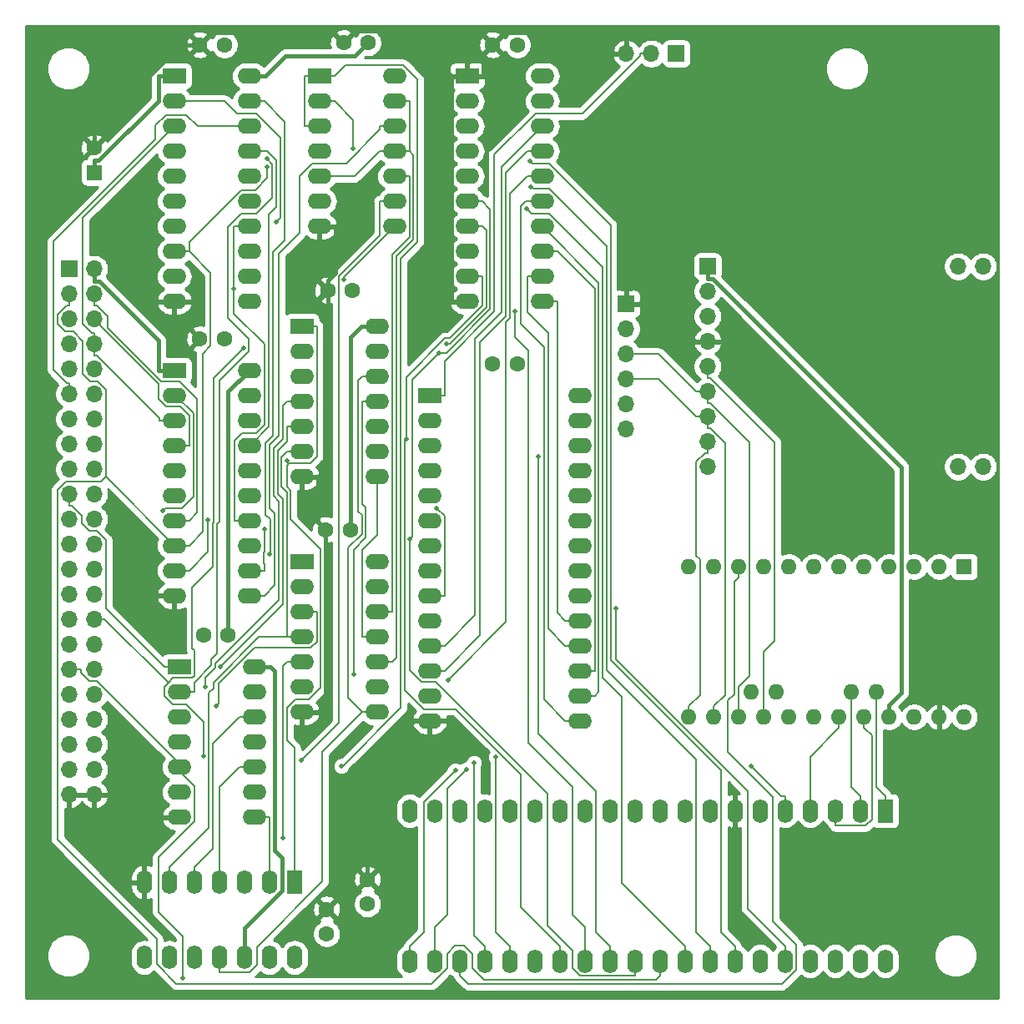
<source format=gbl>
G04 #@! TF.GenerationSoftware,KiCad,Pcbnew,(5.1.9)-1*
G04 #@! TF.CreationDate,2022-12-08T13:25:57+09:00*
G04 #@! TF.ProjectId,MZ2000_SD,4d5a3230-3030-45f5-9344-2e6b69636164,rev?*
G04 #@! TF.SameCoordinates,PX53920b0PY93c3260*
G04 #@! TF.FileFunction,Copper,L2,Bot*
G04 #@! TF.FilePolarity,Positive*
%FSLAX46Y46*%
G04 Gerber Fmt 4.6, Leading zero omitted, Abs format (unit mm)*
G04 Created by KiCad (PCBNEW (5.1.9)-1) date 2022-12-08 13:25:57*
%MOMM*%
%LPD*%
G01*
G04 APERTURE LIST*
G04 #@! TA.AperFunction,ComponentPad*
%ADD10C,1.600000*%
G04 #@! TD*
G04 #@! TA.AperFunction,ComponentPad*
%ADD11R,1.600000X2.400000*%
G04 #@! TD*
G04 #@! TA.AperFunction,ComponentPad*
%ADD12O,1.600000X2.400000*%
G04 #@! TD*
G04 #@! TA.AperFunction,ComponentPad*
%ADD13R,1.700000X1.700000*%
G04 #@! TD*
G04 #@! TA.AperFunction,ComponentPad*
%ADD14O,1.700000X1.700000*%
G04 #@! TD*
G04 #@! TA.AperFunction,ComponentPad*
%ADD15R,1.600000X1.600000*%
G04 #@! TD*
G04 #@! TA.AperFunction,ComponentPad*
%ADD16O,1.600000X1.600000*%
G04 #@! TD*
G04 #@! TA.AperFunction,ComponentPad*
%ADD17R,2.400000X1.600000*%
G04 #@! TD*
G04 #@! TA.AperFunction,ComponentPad*
%ADD18O,2.400000X1.600000*%
G04 #@! TD*
G04 #@! TA.AperFunction,ViaPad*
%ADD19C,0.500000*%
G04 #@! TD*
G04 #@! TA.AperFunction,Conductor*
%ADD20C,0.400000*%
G04 #@! TD*
G04 #@! TA.AperFunction,Conductor*
%ADD21C,0.200000*%
G04 #@! TD*
G04 #@! TA.AperFunction,Conductor*
%ADD22C,0.254000*%
G04 #@! TD*
G04 #@! TA.AperFunction,Conductor*
%ADD23C,0.100000*%
G04 #@! TD*
G04 APERTURE END LIST*
D10*
X35349000Y10230000D03*
X35349000Y12730000D03*
D11*
X87884000Y19685000D03*
D12*
X39624000Y4445000D03*
X85344000Y19685000D03*
X42164000Y4445000D03*
X82804000Y19685000D03*
X44704000Y4445000D03*
X80264000Y19685000D03*
X47244000Y4445000D03*
X77724000Y19685000D03*
X49784000Y4445000D03*
X75184000Y19685000D03*
X52324000Y4445000D03*
X72644000Y19685000D03*
X54864000Y4445000D03*
X70104000Y19685000D03*
X57404000Y4445000D03*
X67564000Y19685000D03*
X59944000Y4445000D03*
X65024000Y19685000D03*
X62484000Y4445000D03*
X62484000Y19685000D03*
X65024000Y4445000D03*
X59944000Y19685000D03*
X67564000Y4445000D03*
X57404000Y19685000D03*
X70104000Y4445000D03*
X54864000Y19685000D03*
X72644000Y4445000D03*
X52324000Y19685000D03*
X75184000Y4445000D03*
X49784000Y19685000D03*
X77724000Y4445000D03*
X47244000Y19685000D03*
X80264000Y4445000D03*
X44704000Y19685000D03*
X82804000Y4445000D03*
X42164000Y19685000D03*
X85344000Y4445000D03*
X39624000Y19685000D03*
X87884000Y4445000D03*
D13*
X69850000Y74930000D03*
D14*
X69850000Y72390000D03*
X69850000Y69850000D03*
X69850000Y67310000D03*
X69850000Y64770000D03*
X69850000Y62230000D03*
X69850000Y59690000D03*
X69850000Y57150000D03*
X69850000Y54610000D03*
X97790000Y54610000D03*
X95250000Y54610000D03*
X97790000Y74930000D03*
X95250000Y74930000D03*
D15*
X95885000Y44450000D03*
D16*
X93345000Y44450000D03*
X90805000Y44450000D03*
X67945000Y29210000D03*
X88265000Y44450000D03*
X70485000Y29210000D03*
X85725000Y44450000D03*
X73025000Y29210000D03*
X83185000Y44450000D03*
X75565000Y29210000D03*
X80645000Y44450000D03*
X78105000Y29210000D03*
X78105000Y44450000D03*
X80645000Y29210000D03*
X75565000Y44450000D03*
X83185000Y29210000D03*
X73025000Y44450000D03*
X85725000Y29210000D03*
X70485000Y44450000D03*
X88265000Y29210000D03*
X67945000Y44450000D03*
X90805000Y29210000D03*
X93345000Y29210000D03*
X95885000Y29210000D03*
X86995000Y31750000D03*
X84455000Y31750000D03*
X76835000Y31750000D03*
X74295000Y31750000D03*
D10*
X18328000Y97409000D03*
X20828000Y97409000D03*
X20828000Y67564000D03*
X18328000Y67564000D03*
X50546000Y65024000D03*
X48046000Y65024000D03*
X50546000Y97409000D03*
X48046000Y97409000D03*
D14*
X7620000Y21330000D03*
X5080000Y21330000D03*
X7620000Y23870000D03*
X5080000Y23870000D03*
X7620000Y26410000D03*
X5080000Y26410000D03*
X7620000Y28950000D03*
X5080000Y28950000D03*
X7620000Y31490000D03*
X5080000Y31490000D03*
X7620000Y34030000D03*
X5080000Y34030000D03*
X7620000Y36570000D03*
X5080000Y36570000D03*
X7620000Y39110000D03*
X5080000Y39110000D03*
X7620000Y41650000D03*
X5080000Y41650000D03*
X7620000Y44190000D03*
X5080000Y44190000D03*
X7620000Y46730000D03*
X5080000Y46730000D03*
X7620000Y49270000D03*
X5080000Y49270000D03*
X7620000Y51810000D03*
X5080000Y51810000D03*
X7620000Y54350000D03*
X5080000Y54350000D03*
X7620000Y56890000D03*
X5080000Y56890000D03*
X7620000Y59430000D03*
X5080000Y59430000D03*
X7620000Y61970000D03*
X5080000Y61970000D03*
X7620000Y64510000D03*
X5080000Y64510000D03*
X7620000Y67050000D03*
X5080000Y67050000D03*
X7620000Y69590000D03*
X5080000Y69590000D03*
X7620000Y72130000D03*
X5080000Y72130000D03*
X7620000Y74670000D03*
D13*
X5080000Y74670000D03*
D17*
X15748000Y94234000D03*
D18*
X23368000Y71374000D03*
X15748000Y91694000D03*
X23368000Y73914000D03*
X15748000Y89154000D03*
X23368000Y76454000D03*
X15748000Y86614000D03*
X23368000Y78994000D03*
X15748000Y84074000D03*
X23368000Y81534000D03*
X15748000Y81534000D03*
X23368000Y84074000D03*
X15748000Y78994000D03*
X23368000Y86614000D03*
X15748000Y76454000D03*
X23368000Y89154000D03*
X15748000Y73914000D03*
X23368000Y91694000D03*
X15748000Y71374000D03*
X23368000Y94234000D03*
X23368000Y64389000D03*
X15748000Y41529000D03*
X23368000Y61849000D03*
X15748000Y44069000D03*
X23368000Y59309000D03*
X15748000Y46609000D03*
X23368000Y56769000D03*
X15748000Y49149000D03*
X23368000Y54229000D03*
X15748000Y51689000D03*
X23368000Y51689000D03*
X15748000Y54229000D03*
X23368000Y49149000D03*
X15748000Y56769000D03*
X23368000Y46609000D03*
X15748000Y59309000D03*
X23368000Y44069000D03*
X15748000Y61849000D03*
X23368000Y41529000D03*
D17*
X15748000Y64389000D03*
X45466000Y94234000D03*
D18*
X53086000Y71374000D03*
X45466000Y91694000D03*
X53086000Y73914000D03*
X45466000Y89154000D03*
X53086000Y76454000D03*
X45466000Y86614000D03*
X53086000Y78994000D03*
X45466000Y84074000D03*
X53086000Y81534000D03*
X45466000Y81534000D03*
X53086000Y84074000D03*
X45466000Y78994000D03*
X53086000Y86614000D03*
X45466000Y76454000D03*
X53086000Y89154000D03*
X45466000Y73914000D03*
X53086000Y91694000D03*
X45466000Y71374000D03*
X53086000Y94234000D03*
D13*
X66675000Y96520000D03*
D14*
X64135000Y96520000D03*
X61595000Y96520000D03*
D13*
X61595000Y71120000D03*
D14*
X61595000Y68580000D03*
X61595000Y66040000D03*
X61595000Y63500000D03*
X61595000Y60960000D03*
X61595000Y58420000D03*
D17*
X28702000Y44958000D03*
D18*
X36322000Y29718000D03*
X28702000Y42418000D03*
X36322000Y32258000D03*
X28702000Y39878000D03*
X36322000Y34798000D03*
X28702000Y37338000D03*
X36322000Y37338000D03*
X28702000Y34798000D03*
X36322000Y39878000D03*
X28702000Y32258000D03*
X36322000Y42418000D03*
X28702000Y29718000D03*
X36322000Y44958000D03*
D17*
X41656000Y61849000D03*
D18*
X56896000Y28829000D03*
X41656000Y59309000D03*
X56896000Y31369000D03*
X41656000Y56769000D03*
X56896000Y33909000D03*
X41656000Y54229000D03*
X56896000Y36449000D03*
X41656000Y51689000D03*
X56896000Y38989000D03*
X41656000Y49149000D03*
X56896000Y41529000D03*
X41656000Y46609000D03*
X56896000Y44069000D03*
X41656000Y44069000D03*
X56896000Y46609000D03*
X41656000Y41529000D03*
X56896000Y49149000D03*
X41656000Y38989000D03*
X56896000Y51689000D03*
X41656000Y36449000D03*
X56896000Y54229000D03*
X41656000Y33909000D03*
X56896000Y56769000D03*
X41656000Y31369000D03*
X56896000Y59309000D03*
X41656000Y28829000D03*
X56896000Y61849000D03*
X23876000Y34290000D03*
X16256000Y19050000D03*
X23876000Y31750000D03*
X16256000Y21590000D03*
X23876000Y29210000D03*
X16256000Y24130000D03*
X23876000Y26670000D03*
X16256000Y26670000D03*
X23876000Y24130000D03*
X16256000Y29210000D03*
X23876000Y21590000D03*
X16256000Y31750000D03*
X23876000Y19050000D03*
D17*
X16256000Y34290000D03*
X28702000Y68834000D03*
D18*
X36322000Y53594000D03*
X28702000Y66294000D03*
X36322000Y56134000D03*
X28702000Y63754000D03*
X36322000Y58674000D03*
X28702000Y61214000D03*
X36322000Y61214000D03*
X28702000Y58674000D03*
X36322000Y63754000D03*
X28702000Y56134000D03*
X36322000Y66294000D03*
X28702000Y53594000D03*
X36322000Y68834000D03*
D17*
X30480000Y94234000D03*
D18*
X38100000Y78994000D03*
X30480000Y91694000D03*
X38100000Y81534000D03*
X30480000Y89154000D03*
X38100000Y84074000D03*
X30480000Y86614000D03*
X38100000Y86614000D03*
X30480000Y84074000D03*
X38100000Y89154000D03*
X30480000Y81534000D03*
X38100000Y91694000D03*
X30480000Y78994000D03*
X38100000Y94234000D03*
D12*
X27940000Y4826000D03*
X12700000Y12446000D03*
X25400000Y4826000D03*
X15240000Y12446000D03*
X22860000Y4826000D03*
X17780000Y12446000D03*
X20320000Y4826000D03*
X20320000Y12446000D03*
X17780000Y4826000D03*
X22860000Y12446000D03*
X15240000Y4826000D03*
X25400000Y12446000D03*
X12700000Y4826000D03*
D11*
X27940000Y12446000D03*
D10*
X33600000Y48200000D03*
X31100000Y48200000D03*
X18700000Y37500000D03*
X21200000Y37500000D03*
X31200000Y7200000D03*
X31200000Y9700000D03*
X31300000Y72500000D03*
X33800000Y72500000D03*
X35400000Y97600000D03*
X32900000Y97600000D03*
D15*
X7620000Y84455000D03*
D10*
X7620000Y86955000D03*
D19*
X44247900Y23782300D03*
X45361400Y23889800D03*
X46143700Y24540400D03*
X48388800Y25141000D03*
X32960900Y73553000D03*
X26117100Y79456300D03*
X25380000Y45701200D03*
X19163800Y49192000D03*
X42342400Y50419000D03*
X24868300Y48290300D03*
X14554000Y50136000D03*
X43503500Y32970000D03*
X32686400Y24242300D03*
X26799700Y16976200D03*
X20012600Y30339600D03*
X20445200Y34310900D03*
X18898600Y32228700D03*
X16575600Y2711600D03*
X18706700Y25214600D03*
X22749100Y66666400D03*
X27161900Y55197000D03*
X74299500Y24231200D03*
X60549800Y40226000D03*
X39266200Y57436200D03*
X50330400Y70370100D03*
X51790400Y85634000D03*
X52682200Y55631300D03*
X43395700Y67063300D03*
X21799700Y72680800D03*
X51934400Y83000300D03*
X42582600Y66130300D03*
X39662900Y47269600D03*
X51454900Y80791500D03*
X25151700Y85039600D03*
X33950600Y33525300D03*
X33881200Y86846500D03*
X28634000Y24820000D03*
X25153300Y85846300D03*
D20*
X7620000Y74670000D02*
X7620000Y73419700D01*
X15748000Y64389000D02*
X14147700Y64389000D01*
X14147700Y64389000D02*
X14147700Y67410100D01*
X14147700Y67410100D02*
X8138100Y73419700D01*
X8138100Y73419700D02*
X7620000Y73419700D01*
X23368000Y64389000D02*
X21200000Y62221000D01*
X21200000Y62221000D02*
X21200000Y37500000D01*
X36322000Y68834000D02*
X34721700Y68834000D01*
X34721700Y68834000D02*
X33600000Y67712300D01*
X33600000Y67712300D02*
X33600000Y48200000D01*
X88265000Y29210000D02*
X88265000Y30410300D01*
X69850000Y74930000D02*
X69850000Y73679700D01*
X69850000Y73679700D02*
X70397000Y73679700D01*
X70397000Y73679700D02*
X89520900Y54555800D01*
X89520900Y54555800D02*
X89520900Y31666200D01*
X89520900Y31666200D02*
X88265000Y30410300D01*
X23876000Y34290000D02*
X25476300Y34290000D01*
X25476300Y34290000D02*
X25900400Y33865900D01*
X25900400Y33865900D02*
X25900400Y15666900D01*
X25900400Y15666900D02*
X26634700Y14932600D01*
X26634700Y14932600D02*
X26634700Y11564500D01*
X26634700Y11564500D02*
X22860000Y7789800D01*
X22860000Y7789800D02*
X22860000Y4826000D01*
X7620000Y84455000D02*
X7620000Y85655300D01*
X15748000Y94234000D02*
X14147700Y94234000D01*
X14147700Y94234000D02*
X14147700Y91732900D01*
X14147700Y91732900D02*
X8070100Y85655300D01*
X8070100Y85655300D02*
X7620000Y85655300D01*
X35400000Y97600000D02*
X34082400Y96282400D01*
X34082400Y96282400D02*
X27016700Y96282400D01*
X27016700Y96282400D02*
X24968300Y94234000D01*
X23368000Y94234000D02*
X24968300Y94234000D01*
X69850000Y67310000D02*
X68599700Y67310000D01*
X61595000Y71120000D02*
X64789700Y71120000D01*
X64789700Y71120000D02*
X68599700Y67310000D01*
X32900000Y97600000D02*
X31883800Y98616200D01*
X31883800Y98616200D02*
X19535200Y98616200D01*
X19535200Y98616200D02*
X18328000Y97409000D01*
X43865700Y94234000D02*
X39260900Y98838800D01*
X39260900Y98838800D02*
X34138800Y98838800D01*
X34138800Y98838800D02*
X32900000Y97600000D01*
X41656000Y28829000D02*
X40055700Y28829000D01*
X35349000Y12730000D02*
X35349000Y24122300D01*
X35349000Y24122300D02*
X40055700Y28829000D01*
X30302300Y29718000D02*
X31103000Y30518700D01*
X31103000Y30518700D02*
X31103000Y48197000D01*
X31103000Y48197000D02*
X31100000Y48200000D01*
X61595000Y96520000D02*
X60344700Y96520000D01*
X48046000Y97409000D02*
X49268400Y98631400D01*
X49268400Y98631400D02*
X58233300Y98631400D01*
X58233300Y98631400D02*
X60344700Y96520000D01*
X47066300Y94234000D02*
X47066300Y96429300D01*
X47066300Y96429300D02*
X48046000Y97409000D01*
X31300000Y72500000D02*
X31300000Y54591700D01*
X31300000Y54591700D02*
X30302300Y53594000D01*
X32080300Y78994000D02*
X32080300Y74282200D01*
X32080300Y74282200D02*
X31300000Y73501900D01*
X31300000Y73501900D02*
X31300000Y72500000D01*
X31100000Y48200000D02*
X30302300Y48997700D01*
X30302300Y48997700D02*
X30302300Y53594000D01*
X28702000Y53594000D02*
X30302300Y53594000D01*
X12700000Y19050000D02*
X11150300Y19050000D01*
X11150300Y19050000D02*
X8870300Y21330000D01*
X14805800Y19050000D02*
X12700000Y19050000D01*
X12700000Y19050000D02*
X12700000Y14046300D01*
X7620000Y21330000D02*
X8870300Y21330000D01*
X16256000Y19050000D02*
X14805800Y19050000D01*
X12700000Y12446000D02*
X12700000Y14046300D01*
X28702000Y29718000D02*
X30302300Y29718000D01*
X44665900Y94234000D02*
X43865700Y94234000D01*
X45466000Y94234000D02*
X44665900Y94234000D01*
X45466000Y94234000D02*
X47066300Y94234000D01*
X45466000Y71374000D02*
X43865700Y71374000D01*
X43865700Y71374000D02*
X43865700Y94234000D01*
X30480000Y78994000D02*
X32080300Y78994000D01*
X18328000Y97409000D02*
X16348100Y97409000D01*
X16348100Y97409000D02*
X7620000Y88680900D01*
X7620000Y88680900D02*
X7620000Y86955000D01*
D21*
X87884000Y19685000D02*
X87884000Y21185300D01*
X86995000Y31750000D02*
X86995000Y22074300D01*
X86995000Y22074300D02*
X87884000Y21185300D01*
X39624000Y4445000D02*
X39624000Y5945300D01*
X44247900Y23782300D02*
X41063600Y20598000D01*
X41063600Y20598000D02*
X41063600Y7384900D01*
X41063600Y7384900D02*
X39624000Y5945300D01*
X85344000Y19685000D02*
X85344000Y21185300D01*
X84455000Y31750000D02*
X84455000Y22074300D01*
X84455000Y22074300D02*
X85344000Y21185300D01*
X45361400Y23889800D02*
X43434000Y21962400D01*
X43434000Y21962400D02*
X43434000Y9189000D01*
X43434000Y9189000D02*
X42164000Y7919000D01*
X42164000Y7919000D02*
X42164000Y4445000D01*
X82804000Y19685000D02*
X82804000Y18184700D01*
X85725000Y29210000D02*
X85725000Y28109700D01*
X85725000Y28109700D02*
X86519500Y27315200D01*
X86519500Y27315200D02*
X86519500Y18836200D01*
X86519500Y18836200D02*
X85868000Y18184700D01*
X85868000Y18184700D02*
X82804000Y18184700D01*
X44704000Y2944700D02*
X45529600Y2119100D01*
X45529600Y2119100D02*
X77414600Y2119100D01*
X77414600Y2119100D02*
X78843800Y3548300D01*
X78843800Y3548300D02*
X78843800Y6091400D01*
X78843800Y6091400D02*
X76454000Y8481200D01*
X76454000Y8481200D02*
X76454000Y21083300D01*
X76454000Y21083300D02*
X71916800Y25620500D01*
X71916800Y25620500D02*
X71916800Y30880700D01*
X71916800Y30880700D02*
X72569100Y31533000D01*
X72569100Y31533000D02*
X72569100Y42893800D01*
X72569100Y42893800D02*
X73025000Y43349700D01*
X73025000Y44450000D02*
X73025000Y43349700D01*
X44704000Y4445000D02*
X44704000Y2944700D01*
X83185000Y29210000D02*
X83185000Y28109700D01*
X83185000Y28109700D02*
X80264000Y25188700D01*
X80264000Y25188700D02*
X80264000Y19685000D01*
X47244000Y5945300D02*
X46143700Y7045600D01*
X46143700Y7045600D02*
X46143700Y24540400D01*
X47244000Y4445000D02*
X47244000Y5945300D01*
X49784000Y5945300D02*
X48388800Y7340500D01*
X48388800Y7340500D02*
X48388800Y25141000D01*
X49784000Y4445000D02*
X49784000Y5945300D01*
X38100000Y78994000D02*
X32960900Y73854900D01*
X32960900Y73854900D02*
X32960900Y73553000D01*
X15748000Y91694000D02*
X20868700Y91694000D01*
X20868700Y91694000D02*
X22138700Y90424000D01*
X22138700Y90424000D02*
X24063000Y90424000D01*
X24063000Y90424000D02*
X26502600Y87984400D01*
X26502600Y87984400D02*
X26502600Y79841800D01*
X26502600Y79841800D02*
X26117100Y79456300D01*
X24868300Y91694000D02*
X26959700Y89602600D01*
X26959700Y89602600D02*
X26959700Y77571400D01*
X26959700Y77571400D02*
X25758900Y76370600D01*
X25758900Y76370600D02*
X25758900Y57742700D01*
X25758900Y57742700D02*
X25010400Y56994200D01*
X25010400Y56994200D02*
X25010400Y49700300D01*
X25010400Y49700300D02*
X25453400Y49257300D01*
X25453400Y49257300D02*
X25453400Y45774600D01*
X25453400Y45774600D02*
X25380000Y45701200D01*
X23368000Y91694000D02*
X24868300Y91694000D01*
X15748000Y44069000D02*
X17248300Y44069000D01*
X19163800Y49192000D02*
X19163800Y45984500D01*
X19163800Y45984500D02*
X17248300Y44069000D01*
X43156300Y41529000D02*
X43156300Y49605100D01*
X43156300Y49605100D02*
X42342400Y50419000D01*
X41656000Y41529000D02*
X43156300Y41529000D01*
X24868300Y48290300D02*
X24868300Y45967700D01*
X24868300Y45967700D02*
X24820700Y45920100D01*
X24820700Y45920100D02*
X24820700Y44833000D01*
X24820700Y44833000D02*
X24868300Y44785400D01*
X24868300Y44785400D02*
X24868300Y44069000D01*
X23368000Y44069000D02*
X24868300Y44069000D01*
X14554000Y50136000D02*
X14837000Y50419000D01*
X14837000Y50419000D02*
X16495300Y50419000D01*
X16495300Y50419000D02*
X17660200Y51583900D01*
X17660200Y51583900D02*
X17660200Y60009000D01*
X17660200Y60009000D02*
X15820200Y61849000D01*
X15820200Y61849000D02*
X15748000Y61849000D01*
X43156300Y61849000D02*
X43156300Y65321400D01*
X43156300Y65321400D02*
X48220100Y70385200D01*
X48220100Y70385200D02*
X48220100Y86257900D01*
X48220100Y86257900D02*
X52386200Y90424000D01*
X52386200Y90424000D02*
X57127000Y90424000D01*
X57127000Y90424000D02*
X62984700Y96281700D01*
X62984700Y96281700D02*
X62984700Y96520000D01*
X64135000Y96520000D02*
X62984700Y96520000D01*
X41656000Y61849000D02*
X43156300Y61849000D01*
X55395700Y28829000D02*
X53232500Y30992200D01*
X53232500Y30992200D02*
X53232500Y66724700D01*
X53232500Y66724700D02*
X50889600Y69067600D01*
X50889600Y69067600D02*
X50889600Y81004400D01*
X50889600Y81004400D02*
X51419200Y81534000D01*
X51419200Y81534000D02*
X51585700Y81534000D01*
X53086000Y81534000D02*
X51585700Y81534000D01*
X56896000Y28829000D02*
X55395700Y28829000D01*
X53086000Y78994000D02*
X58796600Y73283400D01*
X58796600Y73283400D02*
X58796600Y31769300D01*
X58796600Y31769300D02*
X58396300Y31369000D01*
X56896000Y31369000D02*
X58396300Y31369000D01*
X56896000Y33909000D02*
X58396300Y33909000D01*
X53086000Y76454000D02*
X54586300Y76454000D01*
X58396300Y33909000D02*
X58396300Y72644000D01*
X58396300Y72644000D02*
X54586300Y76454000D01*
X55395700Y36449000D02*
X53656700Y38188000D01*
X53656700Y38188000D02*
X53656700Y68177700D01*
X53656700Y68177700D02*
X51585700Y70248700D01*
X51585700Y70248700D02*
X51585700Y73914000D01*
X53086000Y73914000D02*
X51585700Y73914000D01*
X56896000Y36449000D02*
X55395700Y36449000D01*
X55395700Y38989000D02*
X54586300Y39798400D01*
X54586300Y39798400D02*
X54586300Y71374000D01*
X53086000Y71374000D02*
X54586300Y71374000D01*
X56896000Y38989000D02*
X55395700Y38989000D01*
X43156300Y36449000D02*
X46259200Y39551900D01*
X46259200Y39551900D02*
X46259200Y67575200D01*
X46259200Y67575200D02*
X48979400Y70295400D01*
X48979400Y70295400D02*
X48979400Y85047400D01*
X48979400Y85047400D02*
X53086000Y89154000D01*
X41656000Y36449000D02*
X43156300Y36449000D01*
X43156300Y33909000D02*
X46758700Y37511400D01*
X46758700Y37511400D02*
X46758700Y67225600D01*
X46758700Y67225600D02*
X49379700Y69846600D01*
X49379700Y69846600D02*
X49379700Y84408000D01*
X49379700Y84408000D02*
X51585700Y86614000D01*
X41656000Y33909000D02*
X43156300Y33909000D01*
X53086000Y86614000D02*
X51585700Y86614000D01*
X43503500Y32970000D02*
X49379700Y38846200D01*
X49379700Y38846200D02*
X49379700Y69280500D01*
X49379700Y69280500D02*
X49780000Y69680800D01*
X49780000Y69680800D02*
X49780000Y82268300D01*
X49780000Y82268300D02*
X51585700Y84074000D01*
X53086000Y84074000D02*
X51585700Y84074000D01*
X32686400Y24242300D02*
X32836900Y24242300D01*
X32836900Y24242300D02*
X38712300Y30117700D01*
X38712300Y30117700D02*
X38712300Y75704300D01*
X38712300Y75704300D02*
X40401300Y77393300D01*
X40401300Y77393300D02*
X40401300Y93892200D01*
X40401300Y93892200D02*
X38959200Y95334300D01*
X38959200Y95334300D02*
X33080600Y95334300D01*
X33080600Y95334300D02*
X31980300Y94234000D01*
X30480000Y94234000D02*
X28979700Y94234000D01*
X30480000Y89154000D02*
X28979700Y89154000D01*
X28979700Y89154000D02*
X28979700Y94234000D01*
X30480000Y94234000D02*
X31980300Y94234000D01*
X26799700Y16976200D02*
X26799700Y34396000D01*
X26799700Y34396000D02*
X27201700Y34798000D01*
X28702000Y34798000D02*
X27201700Y34798000D01*
X28702000Y39878000D02*
X30202300Y39878000D01*
X30202300Y39878000D02*
X30202300Y36866100D01*
X30202300Y36866100D02*
X29571200Y36235000D01*
X29571200Y36235000D02*
X23864700Y36235000D01*
X23864700Y36235000D02*
X20229300Y32599600D01*
X20229300Y32599600D02*
X20229300Y30556300D01*
X20229300Y30556300D02*
X20012600Y30339600D01*
X27201700Y58674000D02*
X27201700Y57173700D01*
X27201700Y57173700D02*
X26211300Y56183300D01*
X26211300Y56183300D02*
X26211300Y51819400D01*
X26211300Y51819400D02*
X26744100Y51286600D01*
X26744100Y51286600D02*
X26744100Y40609800D01*
X26744100Y40609800D02*
X20445200Y34310900D01*
X28702000Y58674000D02*
X27201700Y58674000D01*
X27201700Y61214000D02*
X26772700Y60785000D01*
X26772700Y60785000D02*
X26772700Y57424000D01*
X26772700Y57424000D02*
X25811000Y56462300D01*
X25811000Y56462300D02*
X25811000Y51615400D01*
X25811000Y51615400D02*
X26343800Y51082600D01*
X26343800Y51082600D02*
X26343800Y41082200D01*
X26343800Y41082200D02*
X19894900Y34633300D01*
X19894900Y34633300D02*
X19894900Y34204100D01*
X19894900Y34204100D02*
X18898600Y33207800D01*
X18898600Y33207800D02*
X18898600Y32228700D01*
X28702000Y61214000D02*
X27201700Y61214000D01*
X5080000Y34030000D02*
X6230300Y34030000D01*
X15822500Y24130000D02*
X17789500Y22163000D01*
X17789500Y22163000D02*
X17789500Y18627200D01*
X17789500Y18627200D02*
X14131800Y14969500D01*
X14131800Y14969500D02*
X14131800Y9426200D01*
X14131800Y9426200D02*
X16575600Y6982400D01*
X16575600Y6982400D02*
X16575600Y2711600D01*
X6230300Y34030000D02*
X6230300Y33742300D01*
X6230300Y33742300D02*
X7092900Y32879700D01*
X7092900Y32879700D02*
X7857500Y32879700D01*
X7857500Y32879700D02*
X15822500Y24914700D01*
X15822500Y24914700D02*
X15822500Y24130000D01*
X16256000Y24130000D02*
X15822500Y24130000D01*
X22749100Y66666400D02*
X19714100Y63631400D01*
X19714100Y63631400D02*
X19714100Y48964000D01*
X19714100Y48964000D02*
X19645900Y48895800D01*
X19645900Y48895800D02*
X19645900Y44452500D01*
X19645900Y44452500D02*
X17565900Y42372500D01*
X17565900Y42372500D02*
X17565900Y36161900D01*
X17565900Y36161900D02*
X17756400Y35971400D01*
X17756400Y35971400D02*
X17756400Y33344100D01*
X17756400Y33344100D02*
X17574000Y33161700D01*
X17574000Y33161700D02*
X15621300Y33161700D01*
X15621300Y33161700D02*
X15119900Y32660300D01*
X8670200Y39110000D02*
X15119900Y32660300D01*
X18706700Y25214600D02*
X18706700Y28746000D01*
X18706700Y28746000D02*
X16972700Y30480000D01*
X16972700Y30480000D02*
X15558900Y30480000D01*
X15558900Y30480000D02*
X14710100Y31328800D01*
X14710100Y31328800D02*
X14710100Y32250500D01*
X14710100Y32250500D02*
X15119900Y32660300D01*
X7620000Y39110000D02*
X8670200Y39110000D01*
X27391300Y54967600D02*
X27161900Y55197000D01*
X27940000Y12446000D02*
X27940000Y26088100D01*
X27940000Y26088100D02*
X27200100Y26828000D01*
X27200100Y26828000D02*
X27200100Y30189400D01*
X27200100Y30189400D02*
X27998700Y30988000D01*
X27998700Y30988000D02*
X29419100Y30988000D01*
X29419100Y30988000D02*
X30602700Y32171600D01*
X30602700Y32171600D02*
X30602700Y46214900D01*
X30602700Y46214900D02*
X27544800Y49272800D01*
X27544800Y49272800D02*
X27544800Y52195500D01*
X27544800Y52195500D02*
X27160000Y52580300D01*
X27160000Y52580300D02*
X27160000Y54736300D01*
X27160000Y54736300D02*
X27391300Y54967600D01*
X27391300Y54967600D02*
X29512900Y54967600D01*
X29512900Y54967600D02*
X30202300Y55657000D01*
X30202300Y55657000D02*
X30202300Y68834000D01*
X28702000Y68834000D02*
X30202300Y68834000D01*
X77724000Y21185300D02*
X77345400Y21185300D01*
X77345400Y21185300D02*
X74299500Y24231200D01*
X5080000Y51810000D02*
X5080000Y50659700D01*
X16256000Y34290000D02*
X14755700Y34290000D01*
X14755700Y34290000D02*
X8844100Y40201600D01*
X8844100Y40201600D02*
X8844100Y47135100D01*
X8844100Y47135100D02*
X7859600Y48119600D01*
X7859600Y48119600D02*
X7081900Y48119600D01*
X7081900Y48119600D02*
X6350000Y48851500D01*
X6350000Y48851500D02*
X6350000Y49628000D01*
X6350000Y49628000D02*
X5318300Y50659700D01*
X5318300Y50659700D02*
X5080000Y50659700D01*
X77724000Y19685000D02*
X77724000Y21185300D01*
X77724000Y4445000D02*
X77724000Y5945300D01*
X60549800Y40226000D02*
X60549800Y35020900D01*
X60549800Y35020900D02*
X73914000Y21656700D01*
X73914000Y21656700D02*
X73914000Y9755300D01*
X73914000Y9755300D02*
X77724000Y5945300D01*
X54864000Y5945300D02*
X50924600Y9884700D01*
X50924600Y9884700D02*
X50924600Y23383500D01*
X50924600Y23383500D02*
X44288500Y30019600D01*
X44288500Y30019600D02*
X41048900Y30019600D01*
X41048900Y30019600D02*
X39112600Y31955900D01*
X39112600Y31955900D02*
X39112600Y57282600D01*
X39112600Y57282600D02*
X39266200Y57436200D01*
X46966300Y73914000D02*
X46966300Y70918200D01*
X46966300Y70918200D02*
X43661700Y67613600D01*
X43661700Y67613600D02*
X43167800Y67613600D01*
X43167800Y67613600D02*
X39266200Y63712000D01*
X39266200Y63712000D02*
X39266200Y57436200D01*
X5080000Y61970000D02*
X5080000Y63120300D01*
X54864000Y4445000D02*
X54864000Y5945300D01*
X5080000Y63120300D02*
X4792400Y63120300D01*
X4792400Y63120300D02*
X3478800Y64433900D01*
X3478800Y64433900D02*
X3478800Y77451100D01*
X3478800Y77451100D02*
X13830900Y87803200D01*
X13830900Y87803200D02*
X13830900Y89219200D01*
X13830900Y89219200D02*
X14906400Y90294700D01*
X14906400Y90294700D02*
X16977300Y90294700D01*
X16977300Y90294700D02*
X18118000Y89154000D01*
X18118000Y89154000D02*
X23368000Y89154000D01*
X45466000Y73914000D02*
X46966300Y73914000D01*
X57404000Y4445000D02*
X57404000Y7919000D01*
X57404000Y7919000D02*
X56134000Y9189000D01*
X56134000Y9189000D02*
X56134000Y22139200D01*
X56134000Y22139200D02*
X51646300Y26626900D01*
X51646300Y26626900D02*
X51646300Y66405100D01*
X51646300Y66405100D02*
X50330400Y67721000D01*
X50330400Y67721000D02*
X50330400Y70370100D01*
X23368000Y56769000D02*
X23476900Y56769000D01*
X23476900Y56769000D02*
X25358500Y58650600D01*
X25358500Y58650600D02*
X25358500Y80165200D01*
X25358500Y80165200D02*
X26102300Y80909000D01*
X26102300Y80909000D02*
X26102300Y85675600D01*
X26102300Y85675600D02*
X25163900Y86614000D01*
X25163900Y86614000D02*
X24868300Y86614000D01*
X23368000Y86614000D02*
X24868300Y86614000D01*
X51790400Y85634000D02*
X52080400Y85344000D01*
X52080400Y85344000D02*
X53772300Y85344000D01*
X53772300Y85344000D02*
X59999500Y79116800D01*
X59999500Y79116800D02*
X59999500Y35004800D01*
X59999500Y35004800D02*
X71204400Y23799900D01*
X71204400Y23799900D02*
X71204400Y7384900D01*
X71204400Y7384900D02*
X72644000Y5945300D01*
X7620000Y67050000D02*
X7620000Y65899700D01*
X15748000Y59309000D02*
X14247700Y59309000D01*
X14247700Y59309000D02*
X14247700Y59528800D01*
X14247700Y59528800D02*
X7876800Y65899700D01*
X7876800Y65899700D02*
X7620000Y65899700D01*
X72644000Y4445000D02*
X72644000Y5945300D01*
X7620000Y67050000D02*
X7620000Y68200300D01*
X7620000Y68200300D02*
X7332400Y68200300D01*
X7332400Y68200300D02*
X6462100Y69070600D01*
X6462100Y69070600D02*
X6462100Y79868100D01*
X6462100Y79868100D02*
X15748000Y89154000D01*
X46966300Y78994000D02*
X47378200Y78582100D01*
X47378200Y78582100D02*
X47378200Y70758400D01*
X47378200Y70758400D02*
X43683100Y67063300D01*
X43683100Y67063300D02*
X43395700Y67063300D01*
X23368000Y49149000D02*
X21867700Y49149000D01*
X21867700Y49149000D02*
X21867700Y57268100D01*
X21867700Y57268100D02*
X22638600Y58039000D01*
X22638600Y58039000D02*
X24079700Y58039000D01*
X24079700Y58039000D02*
X24868300Y58827600D01*
X24868300Y58827600D02*
X24868300Y67026500D01*
X24868300Y67026500D02*
X21799700Y70095100D01*
X21799700Y70095100D02*
X21799700Y72680800D01*
X21799700Y72680800D02*
X21799700Y78926000D01*
X21799700Y78926000D02*
X21867700Y78994000D01*
X59944000Y5945300D02*
X58504400Y7384900D01*
X58504400Y7384900D02*
X58504400Y21702400D01*
X58504400Y21702400D02*
X52682200Y27524600D01*
X52682200Y27524600D02*
X52682200Y55631300D01*
X59944000Y4445000D02*
X59944000Y5945300D01*
X45466000Y78994000D02*
X46966300Y78994000D01*
X23368000Y78994000D02*
X21867700Y78994000D01*
X7620000Y69590000D02*
X7620000Y69496900D01*
X7620000Y69496900D02*
X14119900Y62997000D01*
X14119900Y62997000D02*
X14119900Y61514300D01*
X14119900Y61514300D02*
X14927500Y60706700D01*
X14927500Y60706700D02*
X16330600Y60706700D01*
X16330600Y60706700D02*
X17248300Y59789000D01*
X17248300Y59789000D02*
X17248300Y56769000D01*
X51934400Y83000300D02*
X52130700Y82804000D01*
X52130700Y82804000D02*
X53772700Y82804000D01*
X53772700Y82804000D02*
X59597300Y76979400D01*
X59597300Y76979400D02*
X59597300Y33938700D01*
X59597300Y33938700D02*
X68664400Y24871600D01*
X68664400Y24871600D02*
X68664400Y7384900D01*
X68664400Y7384900D02*
X70104000Y5945300D01*
X15748000Y56769000D02*
X17248300Y56769000D01*
X70104000Y4445000D02*
X70104000Y5945300D01*
X39662900Y47269600D02*
X39883500Y47490200D01*
X39883500Y47490200D02*
X39883500Y63431200D01*
X39883500Y63431200D02*
X42582600Y66130300D01*
X62484000Y2944700D02*
X56943600Y2944700D01*
X56943600Y2944700D02*
X56134200Y3754100D01*
X56134200Y3754100D02*
X56134200Y5544800D01*
X56134200Y5544800D02*
X53594000Y8085000D01*
X53594000Y8085000D02*
X53594000Y21460600D01*
X53594000Y21460600D02*
X42273900Y32780700D01*
X42273900Y32780700D02*
X40808800Y32780700D01*
X40808800Y32780700D02*
X39662900Y33926600D01*
X39662900Y33926600D02*
X39662900Y47269600D01*
X45466000Y81534000D02*
X46966300Y81534000D01*
X42582600Y66130300D02*
X43316400Y66130300D01*
X43316400Y66130300D02*
X47781600Y70595500D01*
X47781600Y70595500D02*
X47781600Y80718700D01*
X47781600Y80718700D02*
X46966300Y81534000D01*
X62484000Y4445000D02*
X62484000Y2944700D01*
X17248300Y49149000D02*
X18060500Y49961200D01*
X18060500Y49961200D02*
X18060500Y61498800D01*
X18060500Y61498800D02*
X16292300Y63267000D01*
X16292300Y63267000D02*
X14416000Y63267000D01*
X14416000Y63267000D02*
X9009600Y68673400D01*
X9009600Y68673400D02*
X9009600Y69828400D01*
X9009600Y69828400D02*
X7858300Y70979700D01*
X7858300Y70979700D02*
X7620000Y70979700D01*
X7620000Y72130000D02*
X7620000Y70979700D01*
X15748000Y49149000D02*
X17248300Y49149000D01*
X51454900Y80791500D02*
X51982400Y80264000D01*
X51982400Y80264000D02*
X53804900Y80264000D01*
X53804900Y80264000D02*
X59196900Y74872000D01*
X59196900Y74872000D02*
X59196900Y33203500D01*
X59196900Y33203500D02*
X61165600Y31234800D01*
X61165600Y31234800D02*
X61165600Y12343600D01*
X61165600Y12343600D02*
X61165700Y12343600D01*
X61165700Y12343600D02*
X67564000Y5945300D01*
X67564000Y4445000D02*
X67564000Y5945300D01*
X8811300Y53561500D02*
X8329800Y53080000D01*
X8329800Y53080000D02*
X4711000Y53080000D01*
X4711000Y53080000D02*
X3891800Y52260800D01*
X3891800Y52260800D02*
X3891800Y16777500D01*
X3891800Y16777500D02*
X13970000Y6699300D01*
X13970000Y6699300D02*
X13970000Y4115200D01*
X13970000Y4115200D02*
X15937300Y2147900D01*
X15937300Y2147900D02*
X41840900Y2147900D01*
X41840900Y2147900D02*
X43434000Y3741000D01*
X43434000Y3741000D02*
X43434000Y5183100D01*
X43434000Y5183100D02*
X44228000Y5977100D01*
X44228000Y5977100D02*
X45169100Y5977100D01*
X45169100Y5977100D02*
X45974000Y5172200D01*
X45974000Y5172200D02*
X45974000Y3746700D01*
X45974000Y3746700D02*
X47176300Y2544400D01*
X47176300Y2544400D02*
X64623700Y2544400D01*
X64623700Y2544400D02*
X65024000Y2944700D01*
X17248300Y46609000D02*
X18610800Y47971500D01*
X18610800Y47971500D02*
X18610800Y66046600D01*
X18610800Y66046600D02*
X19436900Y66872700D01*
X19436900Y66872700D02*
X19436900Y74265400D01*
X19436900Y74265400D02*
X17248300Y76454000D01*
X8811300Y53561500D02*
X15763800Y46609000D01*
X15763800Y46609000D02*
X16126400Y46609000D01*
X25151700Y85039600D02*
X25151700Y83882400D01*
X25151700Y83882400D02*
X23931700Y82662400D01*
X23931700Y82662400D02*
X22521600Y82662400D01*
X22521600Y82662400D02*
X17248300Y77389100D01*
X17248300Y77389100D02*
X17248300Y76454000D01*
X8811300Y53561500D02*
X8811300Y62435500D01*
X8811300Y62435500D02*
X8006800Y63240000D01*
X8006800Y63240000D02*
X7238100Y63240000D01*
X7238100Y63240000D02*
X6469600Y64008500D01*
X6469600Y64008500D02*
X6469600Y67324600D01*
X6469600Y67324600D02*
X5474200Y68320000D01*
X5474200Y68320000D02*
X4636000Y68320000D01*
X4636000Y68320000D02*
X3879200Y69076800D01*
X3879200Y69076800D02*
X3879200Y70017300D01*
X3879200Y70017300D02*
X4841600Y70979700D01*
X4841600Y70979700D02*
X5080000Y70979700D01*
X65024000Y4445000D02*
X65024000Y2944700D01*
X5080000Y72130000D02*
X5080000Y70979700D01*
X16126400Y46609000D02*
X17248300Y46609000D01*
X15748000Y46609000D02*
X16126400Y46609000D01*
X15748000Y76454000D02*
X17248300Y76454000D01*
X69850000Y64770000D02*
X69850000Y63619700D01*
X69850000Y63619700D02*
X70137600Y63619700D01*
X70137600Y63619700D02*
X76666200Y57091100D01*
X76666200Y57091100D02*
X76666200Y36930300D01*
X76666200Y36930300D02*
X75565000Y35829100D01*
X75565000Y35829100D02*
X75565000Y29210000D01*
X69850000Y62230000D02*
X68699700Y62230000D01*
X61595000Y66040000D02*
X64889700Y66040000D01*
X64889700Y66040000D02*
X68699700Y62230000D01*
X69850000Y62230000D02*
X69850000Y61079700D01*
X69850000Y61079700D02*
X70137600Y61079700D01*
X70137600Y61079700D02*
X74126200Y57091100D01*
X74126200Y57091100D02*
X74126200Y33385200D01*
X74126200Y33385200D02*
X73025000Y32284000D01*
X73025000Y32284000D02*
X73025000Y29210000D01*
X69850000Y59690000D02*
X69850000Y58539700D01*
X70485000Y29210000D02*
X70485000Y30310300D01*
X70485000Y30310300D02*
X71634600Y31459900D01*
X71634600Y31459900D02*
X71634600Y56993400D01*
X71634600Y56993400D02*
X70088300Y58539700D01*
X70088300Y58539700D02*
X69850000Y58539700D01*
X69850000Y59690000D02*
X68699700Y59690000D01*
X61595000Y63500000D02*
X64889700Y63500000D01*
X64889700Y63500000D02*
X68699700Y59690000D01*
X69850000Y55999700D02*
X69611600Y55999700D01*
X69611600Y55999700D02*
X68699600Y55087700D01*
X68699600Y55087700D02*
X68699600Y45550400D01*
X68699600Y45550400D02*
X69059000Y45191000D01*
X69059000Y45191000D02*
X69059000Y31424300D01*
X69059000Y31424300D02*
X67945000Y30310300D01*
X67945000Y29210000D02*
X67945000Y30310300D01*
X69850000Y57150000D02*
X69850000Y55999700D01*
X36599700Y89154000D02*
X36599700Y88786700D01*
X36599700Y88786700D02*
X33157000Y85344000D01*
X33157000Y85344000D02*
X29726500Y85344000D01*
X29726500Y85344000D02*
X28470600Y84088100D01*
X28470600Y84088100D02*
X28470600Y78316200D01*
X28470600Y78316200D02*
X26372400Y76218000D01*
X26372400Y76218000D02*
X26372400Y57790100D01*
X26372400Y57790100D02*
X25410700Y56828400D01*
X25410700Y56828400D02*
X25410700Y50402300D01*
X25410700Y50402300D02*
X25930300Y49882700D01*
X25930300Y49882700D02*
X25930300Y42591000D01*
X25930300Y42591000D02*
X24868300Y41529000D01*
X23368000Y41529000D02*
X24868300Y41529000D01*
X38100000Y89154000D02*
X36599700Y89154000D01*
X33950600Y33525300D02*
X33950600Y46188200D01*
X33950600Y46188200D02*
X35163400Y47401000D01*
X35163400Y47401000D02*
X35163400Y50502900D01*
X35163400Y50502900D02*
X34821700Y50844600D01*
X34821700Y50844600D02*
X34821700Y61214000D01*
X36322000Y61214000D02*
X34821700Y61214000D01*
X37822300Y34798000D02*
X38277100Y35252800D01*
X38277100Y35252800D02*
X38277100Y75952700D01*
X38277100Y75952700D02*
X40001000Y77676600D01*
X40001000Y77676600D02*
X40001000Y86213200D01*
X40001000Y86213200D02*
X39600200Y86614000D01*
X38100000Y91694000D02*
X39600300Y91694000D01*
X39500200Y86614000D02*
X39600200Y86614000D01*
X39600300Y91694000D02*
X39600300Y86614100D01*
X39600300Y86614100D02*
X39600200Y86614000D01*
X36322000Y34798000D02*
X37822300Y34798000D01*
X38100000Y86614000D02*
X39500200Y86614000D01*
X36599700Y86614000D02*
X34059700Y84074000D01*
X34059700Y84074000D02*
X30480000Y84074000D01*
X37349900Y86614000D02*
X38100000Y86614000D01*
X37349900Y86614000D02*
X36599700Y86614000D01*
X34821700Y63754000D02*
X34421300Y63353600D01*
X34421300Y63353600D02*
X34421300Y50007200D01*
X34421300Y50007200D02*
X34763000Y49665500D01*
X34763000Y49665500D02*
X34763000Y47798100D01*
X34763000Y47798100D02*
X33392900Y46428000D01*
X33392900Y46428000D02*
X33392900Y31146800D01*
X33392900Y31146800D02*
X34821700Y29718000D01*
X36322000Y63754000D02*
X34821700Y63754000D01*
X20320000Y3325700D02*
X23394500Y3325700D01*
X23394500Y3325700D02*
X24130000Y4061200D01*
X24130000Y4061200D02*
X24130000Y5890000D01*
X24130000Y5890000D02*
X30762800Y12522800D01*
X30762800Y12522800D02*
X30762800Y25659100D01*
X30762800Y25659100D02*
X34821700Y29718000D01*
X36322000Y29718000D02*
X34821700Y29718000D01*
X20320000Y4826000D02*
X20320000Y3325700D01*
X27144400Y37338000D02*
X24345600Y37338000D01*
X24345600Y37338000D02*
X19720400Y32712800D01*
X19720400Y32712800D02*
X19720400Y32118900D01*
X19720400Y32118900D02*
X19257000Y31655500D01*
X19257000Y31655500D02*
X19257000Y17963300D01*
X19257000Y17963300D02*
X15240000Y13946300D01*
X27201700Y56134000D02*
X26611600Y55543900D01*
X26611600Y55543900D02*
X26611600Y52562600D01*
X26611600Y52562600D02*
X27144400Y52029800D01*
X27144400Y52029800D02*
X27144400Y37338000D01*
X27201700Y37338000D02*
X27144400Y37338000D01*
X15240000Y12446000D02*
X15240000Y13946300D01*
X28702000Y56134000D02*
X27201700Y56134000D01*
X28702000Y37338000D02*
X27201700Y37338000D01*
X36322000Y37338000D02*
X34821700Y37338000D01*
X36322000Y53594000D02*
X36322000Y47654100D01*
X36322000Y47654100D02*
X34821700Y46153800D01*
X34821700Y46153800D02*
X34821700Y37338000D01*
X36322000Y39878000D02*
X37822300Y39878000D01*
X38100000Y84074000D02*
X39600300Y84074000D01*
X39600300Y84074000D02*
X39600300Y77893200D01*
X39600300Y77893200D02*
X37822300Y76115200D01*
X37822300Y76115200D02*
X37822300Y39878000D01*
X30480000Y91694000D02*
X31980300Y91694000D01*
X33881200Y86846500D02*
X33881200Y89793100D01*
X33881200Y89793100D02*
X31980300Y91694000D01*
X23876000Y29210000D02*
X22375700Y29210000D01*
X17780000Y12446000D02*
X17780000Y13946300D01*
X17780000Y13946300D02*
X19657400Y15823700D01*
X19657400Y15823700D02*
X19657400Y26491700D01*
X19657400Y26491700D02*
X22375700Y29210000D01*
X36599700Y81534000D02*
X36599700Y78094100D01*
X36599700Y78094100D02*
X32403500Y73897900D01*
X32403500Y73897900D02*
X32403500Y28589500D01*
X32403500Y28589500D02*
X28634000Y24820000D01*
X38100000Y81534000D02*
X36599700Y81534000D01*
X23876000Y24130000D02*
X22375700Y24130000D01*
X20320000Y12446000D02*
X20320000Y22074300D01*
X20320000Y22074300D02*
X22375700Y24130000D01*
X25153300Y85846300D02*
X25702000Y85297600D01*
X25702000Y85297600D02*
X25702000Y81892300D01*
X25702000Y81892300D02*
X24073700Y80264000D01*
X24073700Y80264000D02*
X22526600Y80264000D01*
X22526600Y80264000D02*
X21191500Y78928900D01*
X21191500Y78928900D02*
X21191500Y69646600D01*
X21191500Y69646600D02*
X23299600Y67538500D01*
X23299600Y67538500D02*
X23299600Y66276900D01*
X23299600Y66276900D02*
X20362400Y63339700D01*
X20362400Y63339700D02*
X20362400Y49046200D01*
X20362400Y49046200D02*
X20086300Y48770100D01*
X20086300Y48770100D02*
X20086300Y35623500D01*
X20086300Y35623500D02*
X19494600Y35031800D01*
X19494600Y35031800D02*
X19494600Y34461000D01*
X19494600Y34461000D02*
X17756300Y32722700D01*
X17756300Y32722700D02*
X17756300Y31750000D01*
X16256000Y31750000D02*
X17756300Y31750000D01*
X25376300Y19050000D02*
X25376300Y13970000D01*
X25376300Y13970000D02*
X25400000Y13946300D01*
X23876000Y19050000D02*
X25376300Y19050000D01*
X25400000Y12446000D02*
X25400000Y13946300D01*
D22*
X99340000Y660000D02*
X660000Y660000D01*
X660000Y5220128D01*
X2765000Y5220128D01*
X2765000Y4779872D01*
X2850890Y4348075D01*
X3019369Y3941331D01*
X3263962Y3575271D01*
X3575271Y3263962D01*
X3941331Y3019369D01*
X4348075Y2850890D01*
X4779872Y2765000D01*
X5220128Y2765000D01*
X5651925Y2850890D01*
X6058669Y3019369D01*
X6424729Y3263962D01*
X6736038Y3575271D01*
X6980631Y3941331D01*
X7149110Y4348075D01*
X7235000Y4779872D01*
X7235000Y5220128D01*
X7149110Y5651925D01*
X6980631Y6058669D01*
X6736038Y6424729D01*
X6424729Y6736038D01*
X6058669Y6980631D01*
X5651925Y7149110D01*
X5220128Y7235000D01*
X4779872Y7235000D01*
X4348075Y7149110D01*
X3941331Y6980631D01*
X3575271Y6736038D01*
X3263962Y6424729D01*
X3019369Y6058669D01*
X2850890Y5651925D01*
X2765000Y5220128D01*
X660000Y5220128D01*
X660000Y77451100D01*
X2740244Y77451100D01*
X2743801Y77414985D01*
X2743800Y64470005D01*
X2740244Y64433900D01*
X2754435Y64289815D01*
X2758554Y64276238D01*
X2796463Y64151268D01*
X2864713Y64023581D01*
X2956562Y63911663D01*
X2984608Y63888646D01*
X3941573Y62931680D01*
X3926525Y62916632D01*
X3764010Y62673411D01*
X3652068Y62403158D01*
X3595000Y62116260D01*
X3595000Y61823740D01*
X3652068Y61536842D01*
X3764010Y61266589D01*
X3926525Y61023368D01*
X4133368Y60816525D01*
X4307760Y60700000D01*
X4133368Y60583475D01*
X3926525Y60376632D01*
X3764010Y60133411D01*
X3652068Y59863158D01*
X3595000Y59576260D01*
X3595000Y59283740D01*
X3652068Y58996842D01*
X3764010Y58726589D01*
X3926525Y58483368D01*
X4133368Y58276525D01*
X4307760Y58160000D01*
X4133368Y58043475D01*
X3926525Y57836632D01*
X3764010Y57593411D01*
X3652068Y57323158D01*
X3595000Y57036260D01*
X3595000Y56743740D01*
X3652068Y56456842D01*
X3764010Y56186589D01*
X3926525Y55943368D01*
X4133368Y55736525D01*
X4307760Y55620000D01*
X4133368Y55503475D01*
X3926525Y55296632D01*
X3764010Y55053411D01*
X3652068Y54783158D01*
X3595000Y54496260D01*
X3595000Y54203740D01*
X3652068Y53916842D01*
X3764010Y53646589D01*
X3926525Y53403368D01*
X3960723Y53369170D01*
X3397608Y52806054D01*
X3369562Y52783037D01*
X3277713Y52671119D01*
X3209463Y52543432D01*
X3189655Y52478134D01*
X3167435Y52404885D01*
X3153244Y52260800D01*
X3156800Y52224695D01*
X3156801Y16813615D01*
X3153244Y16777500D01*
X3167435Y16633415D01*
X3206076Y16506037D01*
X3209464Y16494867D01*
X3277714Y16367180D01*
X3369563Y16255262D01*
X3397608Y16232246D01*
X12993235Y6636618D01*
X12981309Y6640236D01*
X12700000Y6667943D01*
X12418692Y6640236D01*
X12148193Y6558182D01*
X11898900Y6424932D01*
X11680393Y6245608D01*
X11501068Y6027101D01*
X11367818Y5777808D01*
X11285764Y5507309D01*
X11265000Y5296492D01*
X11265000Y4355509D01*
X11285764Y4144692D01*
X11367818Y3874193D01*
X11501068Y3624900D01*
X11680392Y3406393D01*
X11898899Y3227068D01*
X12148192Y3093818D01*
X12418691Y3011764D01*
X12700000Y2984057D01*
X12981308Y3011764D01*
X13251807Y3093818D01*
X13501100Y3227068D01*
X13675533Y3370221D01*
X15392046Y1653707D01*
X15415062Y1625662D01*
X15526980Y1533813D01*
X15654667Y1465563D01*
X15793215Y1423535D01*
X15901195Y1412900D01*
X15901204Y1412900D01*
X15937299Y1409345D01*
X15973394Y1412900D01*
X41804795Y1412900D01*
X41840900Y1409344D01*
X41877005Y1412900D01*
X41984985Y1423535D01*
X42123533Y1465563D01*
X42251220Y1533813D01*
X42363138Y1625662D01*
X42386158Y1653712D01*
X43724733Y2992286D01*
X43902899Y2846068D01*
X43979174Y2805298D01*
X43979635Y2800615D01*
X44000090Y2733187D01*
X44021664Y2662067D01*
X44089914Y2534380D01*
X44181763Y2422462D01*
X44209807Y2399447D01*
X44984346Y1624907D01*
X45007362Y1596862D01*
X45035406Y1573847D01*
X45119280Y1505013D01*
X45246966Y1436763D01*
X45385515Y1394735D01*
X45529600Y1380544D01*
X45565705Y1384100D01*
X77378495Y1384100D01*
X77414600Y1380544D01*
X77450705Y1384100D01*
X77558685Y1394735D01*
X77697233Y1436763D01*
X77824920Y1505013D01*
X77936838Y1596862D01*
X77959858Y1624912D01*
X79308076Y2973129D01*
X79462899Y2846068D01*
X79712192Y2712818D01*
X79982691Y2630764D01*
X80264000Y2603057D01*
X80545308Y2630764D01*
X80815807Y2712818D01*
X81065100Y2846068D01*
X81283607Y3025392D01*
X81462932Y3243899D01*
X81534000Y3376858D01*
X81605068Y3243900D01*
X81784392Y3025393D01*
X82002899Y2846068D01*
X82252192Y2712818D01*
X82522691Y2630764D01*
X82804000Y2603057D01*
X83085308Y2630764D01*
X83355807Y2712818D01*
X83605100Y2846068D01*
X83823607Y3025392D01*
X84002932Y3243899D01*
X84074000Y3376858D01*
X84145068Y3243900D01*
X84324392Y3025393D01*
X84542899Y2846068D01*
X84792192Y2712818D01*
X85062691Y2630764D01*
X85344000Y2603057D01*
X85625308Y2630764D01*
X85895807Y2712818D01*
X86145100Y2846068D01*
X86363607Y3025392D01*
X86542932Y3243899D01*
X86614000Y3376858D01*
X86685068Y3243900D01*
X86864392Y3025393D01*
X87082899Y2846068D01*
X87332192Y2712818D01*
X87602691Y2630764D01*
X87884000Y2603057D01*
X88165308Y2630764D01*
X88435807Y2712818D01*
X88685100Y2846068D01*
X88903607Y3025392D01*
X89082932Y3243899D01*
X89216182Y3493192D01*
X89298236Y3763691D01*
X89319000Y3974508D01*
X89319000Y4915491D01*
X89298236Y5126309D01*
X89269777Y5220128D01*
X92765000Y5220128D01*
X92765000Y4779872D01*
X92850890Y4348075D01*
X93019369Y3941331D01*
X93263962Y3575271D01*
X93575271Y3263962D01*
X93941331Y3019369D01*
X94348075Y2850890D01*
X94779872Y2765000D01*
X95220128Y2765000D01*
X95651925Y2850890D01*
X96058669Y3019369D01*
X96424729Y3263962D01*
X96736038Y3575271D01*
X96980631Y3941331D01*
X97149110Y4348075D01*
X97235000Y4779872D01*
X97235000Y5220128D01*
X97149110Y5651925D01*
X96980631Y6058669D01*
X96736038Y6424729D01*
X96424729Y6736038D01*
X96058669Y6980631D01*
X95651925Y7149110D01*
X95220128Y7235000D01*
X94779872Y7235000D01*
X94348075Y7149110D01*
X93941331Y6980631D01*
X93575271Y6736038D01*
X93263962Y6424729D01*
X93019369Y6058669D01*
X92850890Y5651925D01*
X92765000Y5220128D01*
X89269777Y5220128D01*
X89216182Y5396808D01*
X89082932Y5646101D01*
X88903608Y5864608D01*
X88685101Y6043932D01*
X88435808Y6177182D01*
X88165309Y6259236D01*
X87884000Y6286943D01*
X87602692Y6259236D01*
X87332193Y6177182D01*
X87082900Y6043932D01*
X86864393Y5864608D01*
X86685068Y5646101D01*
X86614000Y5513142D01*
X86542932Y5646101D01*
X86363608Y5864608D01*
X86145101Y6043932D01*
X85895808Y6177182D01*
X85625309Y6259236D01*
X85344000Y6286943D01*
X85062692Y6259236D01*
X84792193Y6177182D01*
X84542900Y6043932D01*
X84324393Y5864608D01*
X84145068Y5646101D01*
X84074000Y5513142D01*
X84002932Y5646101D01*
X83823608Y5864608D01*
X83605101Y6043932D01*
X83355808Y6177182D01*
X83085309Y6259236D01*
X82804000Y6286943D01*
X82522692Y6259236D01*
X82252193Y6177182D01*
X82002900Y6043932D01*
X81784393Y5864608D01*
X81605068Y5646101D01*
X81534000Y5513142D01*
X81462932Y5646101D01*
X81283608Y5864608D01*
X81065101Y6043932D01*
X80815808Y6177182D01*
X80545309Y6259236D01*
X80264000Y6286943D01*
X79982692Y6259236D01*
X79712193Y6177182D01*
X79580823Y6106963D01*
X79568165Y6235485D01*
X79526137Y6374034D01*
X79457887Y6501720D01*
X79389053Y6585594D01*
X79366038Y6613638D01*
X79337993Y6636654D01*
X77189000Y8785646D01*
X77189000Y17947719D01*
X77442691Y17870764D01*
X77724000Y17843057D01*
X78005308Y17870764D01*
X78275807Y17952818D01*
X78525100Y18086068D01*
X78743607Y18265392D01*
X78922932Y18483899D01*
X78994000Y18616858D01*
X79065068Y18483900D01*
X79244392Y18265393D01*
X79462899Y18086068D01*
X79712192Y17952818D01*
X79982691Y17870764D01*
X80264000Y17843057D01*
X80545308Y17870764D01*
X80815807Y17952818D01*
X81065100Y18086068D01*
X81283607Y18265392D01*
X81462932Y18483899D01*
X81534000Y18616858D01*
X81605068Y18483900D01*
X81784392Y18265393D01*
X82002899Y18086068D01*
X82079174Y18045298D01*
X82079635Y18040615D01*
X82121663Y17902067D01*
X82189913Y17774380D01*
X82281762Y17662462D01*
X82393680Y17570613D01*
X82521367Y17502363D01*
X82659915Y17460335D01*
X82767895Y17449700D01*
X82804000Y17446144D01*
X82840105Y17449700D01*
X85831895Y17449700D01*
X85868000Y17446144D01*
X85904105Y17449700D01*
X86012085Y17460335D01*
X86150633Y17502363D01*
X86278320Y17570613D01*
X86390238Y17662462D01*
X86413258Y17690512D01*
X86700782Y17978036D01*
X86729506Y17954463D01*
X86839820Y17895498D01*
X86959518Y17859188D01*
X87084000Y17846928D01*
X88684000Y17846928D01*
X88808482Y17859188D01*
X88928180Y17895498D01*
X89038494Y17954463D01*
X89135185Y18033815D01*
X89214537Y18130506D01*
X89273502Y18240820D01*
X89309812Y18360518D01*
X89322072Y18485000D01*
X89322072Y20885000D01*
X89309812Y21009482D01*
X89273502Y21129180D01*
X89214537Y21239494D01*
X89135185Y21336185D01*
X89038494Y21415537D01*
X88928180Y21474502D01*
X88808482Y21510812D01*
X88684000Y21523072D01*
X88536865Y21523072D01*
X88498087Y21595620D01*
X88406238Y21707538D01*
X88378193Y21730554D01*
X87730000Y22378746D01*
X87730000Y27878372D01*
X87846426Y27830147D01*
X88123665Y27775000D01*
X88406335Y27775000D01*
X88683574Y27830147D01*
X88944727Y27938320D01*
X89179759Y28095363D01*
X89379637Y28295241D01*
X89535000Y28527759D01*
X89690363Y28295241D01*
X89890241Y28095363D01*
X90125273Y27938320D01*
X90386426Y27830147D01*
X90663665Y27775000D01*
X90946335Y27775000D01*
X91223574Y27830147D01*
X91484727Y27938320D01*
X91719759Y28095363D01*
X91919637Y28295241D01*
X92076680Y28530273D01*
X92081067Y28540865D01*
X92192615Y28354869D01*
X92381586Y28146481D01*
X92607580Y27978963D01*
X92861913Y27858754D01*
X92995961Y27818096D01*
X93218000Y27940085D01*
X93218000Y29083000D01*
X93198000Y29083000D01*
X93198000Y29337000D01*
X93218000Y29337000D01*
X93218000Y30479915D01*
X93472000Y30479915D01*
X93472000Y29337000D01*
X93492000Y29337000D01*
X93492000Y29083000D01*
X93472000Y29083000D01*
X93472000Y27940085D01*
X93694039Y27818096D01*
X93828087Y27858754D01*
X94082420Y27978963D01*
X94308414Y28146481D01*
X94497385Y28354869D01*
X94608933Y28540865D01*
X94613320Y28530273D01*
X94770363Y28295241D01*
X94970241Y28095363D01*
X95205273Y27938320D01*
X95466426Y27830147D01*
X95743665Y27775000D01*
X96026335Y27775000D01*
X96303574Y27830147D01*
X96564727Y27938320D01*
X96799759Y28095363D01*
X96999637Y28295241D01*
X97156680Y28530273D01*
X97264853Y28791426D01*
X97320000Y29068665D01*
X97320000Y29351335D01*
X97264853Y29628574D01*
X97156680Y29889727D01*
X96999637Y30124759D01*
X96799759Y30324637D01*
X96564727Y30481680D01*
X96303574Y30589853D01*
X96026335Y30645000D01*
X95743665Y30645000D01*
X95466426Y30589853D01*
X95205273Y30481680D01*
X94970241Y30324637D01*
X94770363Y30124759D01*
X94613320Y29889727D01*
X94608933Y29879135D01*
X94497385Y30065131D01*
X94308414Y30273519D01*
X94082420Y30441037D01*
X93828087Y30561246D01*
X93694039Y30601904D01*
X93472000Y30479915D01*
X93218000Y30479915D01*
X92995961Y30601904D01*
X92861913Y30561246D01*
X92607580Y30441037D01*
X92381586Y30273519D01*
X92192615Y30065131D01*
X92081067Y29879135D01*
X92076680Y29889727D01*
X91919637Y30124759D01*
X91719759Y30324637D01*
X91484727Y30481680D01*
X91223574Y30589853D01*
X90946335Y30645000D01*
X90663665Y30645000D01*
X90386426Y30589853D01*
X90125273Y30481680D01*
X89890241Y30324637D01*
X89690363Y30124759D01*
X89535000Y29892241D01*
X89379637Y30124759D01*
X89269982Y30234414D01*
X90082332Y31046763D01*
X90114191Y31072909D01*
X90144834Y31110247D01*
X90218536Y31200054D01*
X90296072Y31345113D01*
X90343818Y31502511D01*
X90346846Y31533253D01*
X90355900Y31625181D01*
X90359940Y31666200D01*
X90355900Y31707218D01*
X90355900Y43082791D01*
X90386426Y43070147D01*
X90663665Y43015000D01*
X90946335Y43015000D01*
X91223574Y43070147D01*
X91484727Y43178320D01*
X91719759Y43335363D01*
X91919637Y43535241D01*
X92075000Y43767759D01*
X92230363Y43535241D01*
X92430241Y43335363D01*
X92665273Y43178320D01*
X92926426Y43070147D01*
X93203665Y43015000D01*
X93486335Y43015000D01*
X93763574Y43070147D01*
X94024727Y43178320D01*
X94259759Y43335363D01*
X94458357Y43533961D01*
X94459188Y43525518D01*
X94495498Y43405820D01*
X94554463Y43295506D01*
X94633815Y43198815D01*
X94730506Y43119463D01*
X94840820Y43060498D01*
X94960518Y43024188D01*
X95085000Y43011928D01*
X96685000Y43011928D01*
X96809482Y43024188D01*
X96929180Y43060498D01*
X97039494Y43119463D01*
X97136185Y43198815D01*
X97215537Y43295506D01*
X97274502Y43405820D01*
X97310812Y43525518D01*
X97323072Y43650000D01*
X97323072Y45250000D01*
X97310812Y45374482D01*
X97274502Y45494180D01*
X97215537Y45604494D01*
X97136185Y45701185D01*
X97039494Y45780537D01*
X96929180Y45839502D01*
X96809482Y45875812D01*
X96685000Y45888072D01*
X95085000Y45888072D01*
X94960518Y45875812D01*
X94840820Y45839502D01*
X94730506Y45780537D01*
X94633815Y45701185D01*
X94554463Y45604494D01*
X94495498Y45494180D01*
X94459188Y45374482D01*
X94458357Y45366039D01*
X94259759Y45564637D01*
X94024727Y45721680D01*
X93763574Y45829853D01*
X93486335Y45885000D01*
X93203665Y45885000D01*
X92926426Y45829853D01*
X92665273Y45721680D01*
X92430241Y45564637D01*
X92230363Y45364759D01*
X92075000Y45132241D01*
X91919637Y45364759D01*
X91719759Y45564637D01*
X91484727Y45721680D01*
X91223574Y45829853D01*
X90946335Y45885000D01*
X90663665Y45885000D01*
X90386426Y45829853D01*
X90355900Y45817209D01*
X90355900Y54514782D01*
X90359940Y54555800D01*
X90343818Y54719488D01*
X90343735Y54719764D01*
X90332664Y54756260D01*
X93765000Y54756260D01*
X93765000Y54463740D01*
X93822068Y54176842D01*
X93934010Y53906589D01*
X94096525Y53663368D01*
X94303368Y53456525D01*
X94546589Y53294010D01*
X94816842Y53182068D01*
X95103740Y53125000D01*
X95396260Y53125000D01*
X95683158Y53182068D01*
X95953411Y53294010D01*
X96196632Y53456525D01*
X96403475Y53663368D01*
X96520000Y53837760D01*
X96636525Y53663368D01*
X96843368Y53456525D01*
X97086589Y53294010D01*
X97356842Y53182068D01*
X97643740Y53125000D01*
X97936260Y53125000D01*
X98223158Y53182068D01*
X98493411Y53294010D01*
X98736632Y53456525D01*
X98943475Y53663368D01*
X99105990Y53906589D01*
X99217932Y54176842D01*
X99275000Y54463740D01*
X99275000Y54756260D01*
X99217932Y55043158D01*
X99105990Y55313411D01*
X98943475Y55556632D01*
X98736632Y55763475D01*
X98493411Y55925990D01*
X98223158Y56037932D01*
X97936260Y56095000D01*
X97643740Y56095000D01*
X97356842Y56037932D01*
X97086589Y55925990D01*
X96843368Y55763475D01*
X96636525Y55556632D01*
X96520000Y55382240D01*
X96403475Y55556632D01*
X96196632Y55763475D01*
X95953411Y55925990D01*
X95683158Y56037932D01*
X95396260Y56095000D01*
X95103740Y56095000D01*
X94816842Y56037932D01*
X94546589Y55925990D01*
X94303368Y55763475D01*
X94096525Y55556632D01*
X93934010Y55313411D01*
X93822068Y55043158D01*
X93765000Y54756260D01*
X90332664Y54756260D01*
X90296072Y54876887D01*
X90218536Y55021946D01*
X90201128Y55043158D01*
X90140339Y55117230D01*
X90140337Y55117232D01*
X90114191Y55149091D01*
X90082333Y55175236D01*
X71320281Y73937286D01*
X71325812Y73955518D01*
X71338072Y74080000D01*
X71338072Y75076260D01*
X93765000Y75076260D01*
X93765000Y74783740D01*
X93822068Y74496842D01*
X93934010Y74226589D01*
X94096525Y73983368D01*
X94303368Y73776525D01*
X94546589Y73614010D01*
X94816842Y73502068D01*
X95103740Y73445000D01*
X95396260Y73445000D01*
X95683158Y73502068D01*
X95953411Y73614010D01*
X96196632Y73776525D01*
X96403475Y73983368D01*
X96520000Y74157760D01*
X96636525Y73983368D01*
X96843368Y73776525D01*
X97086589Y73614010D01*
X97356842Y73502068D01*
X97643740Y73445000D01*
X97936260Y73445000D01*
X98223158Y73502068D01*
X98493411Y73614010D01*
X98736632Y73776525D01*
X98943475Y73983368D01*
X99105990Y74226589D01*
X99217932Y74496842D01*
X99275000Y74783740D01*
X99275000Y75076260D01*
X99217932Y75363158D01*
X99105990Y75633411D01*
X98943475Y75876632D01*
X98736632Y76083475D01*
X98493411Y76245990D01*
X98223158Y76357932D01*
X97936260Y76415000D01*
X97643740Y76415000D01*
X97356842Y76357932D01*
X97086589Y76245990D01*
X96843368Y76083475D01*
X96636525Y75876632D01*
X96520000Y75702240D01*
X96403475Y75876632D01*
X96196632Y76083475D01*
X95953411Y76245990D01*
X95683158Y76357932D01*
X95396260Y76415000D01*
X95103740Y76415000D01*
X94816842Y76357932D01*
X94546589Y76245990D01*
X94303368Y76083475D01*
X94096525Y75876632D01*
X93934010Y75633411D01*
X93822068Y75363158D01*
X93765000Y75076260D01*
X71338072Y75076260D01*
X71338072Y75780000D01*
X71325812Y75904482D01*
X71289502Y76024180D01*
X71230537Y76134494D01*
X71151185Y76231185D01*
X71054494Y76310537D01*
X70944180Y76369502D01*
X70824482Y76405812D01*
X70700000Y76418072D01*
X69000000Y76418072D01*
X68875518Y76405812D01*
X68755820Y76369502D01*
X68645506Y76310537D01*
X68548815Y76231185D01*
X68469463Y76134494D01*
X68410498Y76024180D01*
X68374188Y75904482D01*
X68361928Y75780000D01*
X68361928Y74080000D01*
X68374188Y73955518D01*
X68410498Y73835820D01*
X68469463Y73725506D01*
X68548815Y73628815D01*
X68645506Y73549463D01*
X68755820Y73490498D01*
X68828380Y73468487D01*
X68696525Y73336632D01*
X68534010Y73093411D01*
X68422068Y72823158D01*
X68365000Y72536260D01*
X68365000Y72243740D01*
X68422068Y71956842D01*
X68534010Y71686589D01*
X68696525Y71443368D01*
X68903368Y71236525D01*
X69077760Y71120000D01*
X68903368Y71003475D01*
X68696525Y70796632D01*
X68534010Y70553411D01*
X68422068Y70283158D01*
X68365000Y69996260D01*
X68365000Y69703740D01*
X68422068Y69416842D01*
X68534010Y69146589D01*
X68696525Y68903368D01*
X68903368Y68696525D01*
X69085534Y68574805D01*
X68968645Y68505178D01*
X68752412Y68310269D01*
X68578359Y68076920D01*
X68453175Y67814099D01*
X68408524Y67666890D01*
X68529845Y67437000D01*
X69723000Y67437000D01*
X69723000Y67457000D01*
X69977000Y67457000D01*
X69977000Y67437000D01*
X71170155Y67437000D01*
X71291476Y67666890D01*
X71246825Y67814099D01*
X71121641Y68076920D01*
X70947588Y68310269D01*
X70731355Y68505178D01*
X70614466Y68574805D01*
X70796632Y68696525D01*
X71003475Y68903368D01*
X71165990Y69146589D01*
X71277932Y69416842D01*
X71335000Y69703740D01*
X71335000Y69996260D01*
X71277932Y70283158D01*
X71165990Y70553411D01*
X71003475Y70796632D01*
X70796632Y71003475D01*
X70622240Y71120000D01*
X70796632Y71236525D01*
X71003475Y71443368D01*
X71165990Y71686589D01*
X71178659Y71717174D01*
X88685900Y54209931D01*
X88685900Y45828889D01*
X88683574Y45829853D01*
X88406335Y45885000D01*
X88123665Y45885000D01*
X87846426Y45829853D01*
X87585273Y45721680D01*
X87350241Y45564637D01*
X87150363Y45364759D01*
X86995000Y45132241D01*
X86839637Y45364759D01*
X86639759Y45564637D01*
X86404727Y45721680D01*
X86143574Y45829853D01*
X85866335Y45885000D01*
X85583665Y45885000D01*
X85306426Y45829853D01*
X85045273Y45721680D01*
X84810241Y45564637D01*
X84610363Y45364759D01*
X84455000Y45132241D01*
X84299637Y45364759D01*
X84099759Y45564637D01*
X83864727Y45721680D01*
X83603574Y45829853D01*
X83326335Y45885000D01*
X83043665Y45885000D01*
X82766426Y45829853D01*
X82505273Y45721680D01*
X82270241Y45564637D01*
X82070363Y45364759D01*
X81915000Y45132241D01*
X81759637Y45364759D01*
X81559759Y45564637D01*
X81324727Y45721680D01*
X81063574Y45829853D01*
X80786335Y45885000D01*
X80503665Y45885000D01*
X80226426Y45829853D01*
X79965273Y45721680D01*
X79730241Y45564637D01*
X79530363Y45364759D01*
X79375000Y45132241D01*
X79219637Y45364759D01*
X79019759Y45564637D01*
X78784727Y45721680D01*
X78523574Y45829853D01*
X78246335Y45885000D01*
X77963665Y45885000D01*
X77686426Y45829853D01*
X77425273Y45721680D01*
X77401200Y45705595D01*
X77401200Y57054995D01*
X77404756Y57091100D01*
X77390565Y57235185D01*
X77348537Y57373734D01*
X77280287Y57501420D01*
X77211453Y57585294D01*
X77211450Y57585297D01*
X77188437Y57613338D01*
X77160398Y57636349D01*
X70988427Y63808320D01*
X71003475Y63823368D01*
X71165990Y64066589D01*
X71277932Y64336842D01*
X71335000Y64623740D01*
X71335000Y64916260D01*
X71277932Y65203158D01*
X71165990Y65473411D01*
X71003475Y65716632D01*
X70796632Y65923475D01*
X70614466Y66045195D01*
X70731355Y66114822D01*
X70947588Y66309731D01*
X71121641Y66543080D01*
X71246825Y66805901D01*
X71291476Y66953110D01*
X71170155Y67183000D01*
X69977000Y67183000D01*
X69977000Y67163000D01*
X69723000Y67163000D01*
X69723000Y67183000D01*
X68529845Y67183000D01*
X68408524Y66953110D01*
X68453175Y66805901D01*
X68578359Y66543080D01*
X68752412Y66309731D01*
X68968645Y66114822D01*
X69085534Y66045195D01*
X68903368Y65923475D01*
X68696525Y65716632D01*
X68534010Y65473411D01*
X68422068Y65203158D01*
X68365000Y64916260D01*
X68365000Y64623740D01*
X68422068Y64336842D01*
X68534010Y64066589D01*
X68696525Y63823368D01*
X68903368Y63616525D01*
X69077760Y63500000D01*
X68903368Y63383475D01*
X68744520Y63224627D01*
X65434959Y66534187D01*
X65411938Y66562238D01*
X65300020Y66654087D01*
X65172333Y66722337D01*
X65033785Y66764365D01*
X64925805Y66775000D01*
X64889700Y66778556D01*
X64853595Y66775000D01*
X62889883Y66775000D01*
X62748475Y66986632D01*
X62541632Y67193475D01*
X62367240Y67310000D01*
X62541632Y67426525D01*
X62748475Y67633368D01*
X62910990Y67876589D01*
X63022932Y68146842D01*
X63080000Y68433740D01*
X63080000Y68726260D01*
X63022932Y69013158D01*
X62910990Y69283411D01*
X62748475Y69526632D01*
X62616620Y69658487D01*
X62689180Y69680498D01*
X62799494Y69739463D01*
X62896185Y69818815D01*
X62975537Y69915506D01*
X63034502Y70025820D01*
X63070812Y70145518D01*
X63083072Y70270000D01*
X63080000Y70834250D01*
X62921250Y70993000D01*
X61722000Y70993000D01*
X61722000Y70973000D01*
X61468000Y70973000D01*
X61468000Y70993000D01*
X61448000Y70993000D01*
X61448000Y71247000D01*
X61468000Y71247000D01*
X61468000Y72446250D01*
X61722000Y72446250D01*
X61722000Y71247000D01*
X62921250Y71247000D01*
X63080000Y71405750D01*
X63083072Y71970000D01*
X63070812Y72094482D01*
X63034502Y72214180D01*
X62975537Y72324494D01*
X62896185Y72421185D01*
X62799494Y72500537D01*
X62689180Y72559502D01*
X62569482Y72595812D01*
X62445000Y72608072D01*
X61880750Y72605000D01*
X61722000Y72446250D01*
X61468000Y72446250D01*
X61309250Y72605000D01*
X60745000Y72608072D01*
X60734500Y72607038D01*
X60734500Y79080695D01*
X60738056Y79116800D01*
X60723865Y79260885D01*
X60681837Y79399434D01*
X60613587Y79527120D01*
X60544753Y79610994D01*
X60544750Y79610997D01*
X60521737Y79639038D01*
X60493698Y79662049D01*
X54530736Y85625010D01*
X54684932Y85812899D01*
X54818182Y86062192D01*
X54900236Y86332691D01*
X54927943Y86614000D01*
X54900236Y86895309D01*
X54818182Y87165808D01*
X54684932Y87415101D01*
X54505608Y87633608D01*
X54287101Y87812932D01*
X54154142Y87884000D01*
X54287101Y87955068D01*
X54505608Y88134392D01*
X54684932Y88352899D01*
X54818182Y88602192D01*
X54900236Y88872691D01*
X54927943Y89154000D01*
X54900236Y89435309D01*
X54823281Y89689000D01*
X57090895Y89689000D01*
X57127000Y89685444D01*
X57163105Y89689000D01*
X57271085Y89699635D01*
X57409633Y89741663D01*
X57537320Y89809913D01*
X57649238Y89901762D01*
X57672259Y89929813D01*
X63148670Y95406223D01*
X63188368Y95366525D01*
X63431589Y95204010D01*
X63701842Y95092068D01*
X63988740Y95035000D01*
X64281260Y95035000D01*
X64568158Y95092068D01*
X64838411Y95204010D01*
X65081632Y95366525D01*
X65213487Y95498380D01*
X65235498Y95425820D01*
X65294463Y95315506D01*
X65373815Y95218815D01*
X65470506Y95139463D01*
X65580820Y95080498D01*
X65700518Y95044188D01*
X65825000Y95031928D01*
X67525000Y95031928D01*
X67649482Y95044188D01*
X67769180Y95080498D01*
X67879494Y95139463D01*
X67976185Y95218815D01*
X67977262Y95220128D01*
X81765000Y95220128D01*
X81765000Y94779872D01*
X81850890Y94348075D01*
X82019369Y93941331D01*
X82263962Y93575271D01*
X82575271Y93263962D01*
X82941331Y93019369D01*
X83348075Y92850890D01*
X83779872Y92765000D01*
X84220128Y92765000D01*
X84651925Y92850890D01*
X85058669Y93019369D01*
X85424729Y93263962D01*
X85736038Y93575271D01*
X85980631Y93941331D01*
X86149110Y94348075D01*
X86235000Y94779872D01*
X86235000Y95220128D01*
X86149110Y95651925D01*
X85980631Y96058669D01*
X85736038Y96424729D01*
X85424729Y96736038D01*
X85058669Y96980631D01*
X84651925Y97149110D01*
X84220128Y97235000D01*
X83779872Y97235000D01*
X83348075Y97149110D01*
X82941331Y96980631D01*
X82575271Y96736038D01*
X82263962Y96424729D01*
X82019369Y96058669D01*
X81850890Y95651925D01*
X81765000Y95220128D01*
X67977262Y95220128D01*
X68055537Y95315506D01*
X68114502Y95425820D01*
X68150812Y95545518D01*
X68163072Y95670000D01*
X68163072Y97370000D01*
X68150812Y97494482D01*
X68114502Y97614180D01*
X68055537Y97724494D01*
X67976185Y97821185D01*
X67879494Y97900537D01*
X67769180Y97959502D01*
X67649482Y97995812D01*
X67525000Y98008072D01*
X65825000Y98008072D01*
X65700518Y97995812D01*
X65580820Y97959502D01*
X65470506Y97900537D01*
X65373815Y97821185D01*
X65294463Y97724494D01*
X65235498Y97614180D01*
X65213487Y97541620D01*
X65081632Y97673475D01*
X64838411Y97835990D01*
X64568158Y97947932D01*
X64281260Y98005000D01*
X63988740Y98005000D01*
X63701842Y97947932D01*
X63431589Y97835990D01*
X63188368Y97673475D01*
X62981525Y97466632D01*
X62859805Y97284466D01*
X62790178Y97401355D01*
X62595269Y97617588D01*
X62361920Y97791641D01*
X62099099Y97916825D01*
X61951890Y97961476D01*
X61722000Y97840155D01*
X61722000Y96647000D01*
X61742000Y96647000D01*
X61742000Y96393000D01*
X61722000Y96393000D01*
X61722000Y96373000D01*
X61468000Y96373000D01*
X61468000Y96393000D01*
X60274186Y96393000D01*
X60153519Y96163109D01*
X60250843Y95888748D01*
X60399822Y95638645D01*
X60594731Y95422412D01*
X60828080Y95248359D01*
X60884865Y95221312D01*
X56822554Y91159000D01*
X54823281Y91159000D01*
X54900236Y91412691D01*
X54927943Y91694000D01*
X54900236Y91975309D01*
X54818182Y92245808D01*
X54684932Y92495101D01*
X54505608Y92713608D01*
X54287101Y92892932D01*
X54154142Y92964000D01*
X54287101Y93035068D01*
X54505608Y93214392D01*
X54684932Y93432899D01*
X54818182Y93682192D01*
X54900236Y93952691D01*
X54927943Y94234000D01*
X54900236Y94515309D01*
X54818182Y94785808D01*
X54684932Y95035101D01*
X54505608Y95253608D01*
X54287101Y95432932D01*
X54037808Y95566182D01*
X53767309Y95648236D01*
X53556492Y95669000D01*
X52615508Y95669000D01*
X52404691Y95648236D01*
X52134192Y95566182D01*
X51884899Y95432932D01*
X51666392Y95253608D01*
X51487068Y95035101D01*
X51353818Y94785808D01*
X51271764Y94515309D01*
X51244057Y94234000D01*
X51271764Y93952691D01*
X51353818Y93682192D01*
X51487068Y93432899D01*
X51666392Y93214392D01*
X51884899Y93035068D01*
X52017858Y92964000D01*
X51884899Y92892932D01*
X51666392Y92713608D01*
X51487068Y92495101D01*
X51353818Y92245808D01*
X51271764Y91975309D01*
X51244057Y91694000D01*
X51271764Y91412691D01*
X51353818Y91142192D01*
X51487068Y90892899D01*
X51635179Y90712426D01*
X47725908Y86803154D01*
X47697863Y86780138D01*
X47606014Y86668220D01*
X47561455Y86584856D01*
X47537764Y86540533D01*
X47495735Y86401985D01*
X47481544Y86257900D01*
X47485101Y86221785D01*
X47485101Y82059059D01*
X47376620Y82148087D01*
X47248933Y82216337D01*
X47110385Y82258365D01*
X47105702Y82258826D01*
X47064932Y82335101D01*
X46885608Y82553608D01*
X46667101Y82732932D01*
X46534142Y82804000D01*
X46667101Y82875068D01*
X46885608Y83054392D01*
X47064932Y83272899D01*
X47198182Y83522192D01*
X47280236Y83792691D01*
X47307943Y84074000D01*
X47280236Y84355309D01*
X47198182Y84625808D01*
X47064932Y84875101D01*
X46885608Y85093608D01*
X46667101Y85272932D01*
X46534142Y85344000D01*
X46667101Y85415068D01*
X46885608Y85594392D01*
X47064932Y85812899D01*
X47198182Y86062192D01*
X47280236Y86332691D01*
X47307943Y86614000D01*
X47280236Y86895309D01*
X47198182Y87165808D01*
X47064932Y87415101D01*
X46885608Y87633608D01*
X46667101Y87812932D01*
X46534142Y87884000D01*
X46667101Y87955068D01*
X46885608Y88134392D01*
X47064932Y88352899D01*
X47198182Y88602192D01*
X47280236Y88872691D01*
X47307943Y89154000D01*
X47280236Y89435309D01*
X47198182Y89705808D01*
X47064932Y89955101D01*
X46885608Y90173608D01*
X46667101Y90352932D01*
X46534142Y90424000D01*
X46667101Y90495068D01*
X46885608Y90674392D01*
X47064932Y90892899D01*
X47198182Y91142192D01*
X47280236Y91412691D01*
X47307943Y91694000D01*
X47280236Y91975309D01*
X47198182Y92245808D01*
X47064932Y92495101D01*
X46885608Y92713608D01*
X46772518Y92806419D01*
X46790482Y92808188D01*
X46910180Y92844498D01*
X47020494Y92903463D01*
X47117185Y92982815D01*
X47196537Y93079506D01*
X47255502Y93189820D01*
X47291812Y93309518D01*
X47304072Y93434000D01*
X47301000Y93948250D01*
X47142250Y94107000D01*
X45593000Y94107000D01*
X45593000Y94087000D01*
X45339000Y94087000D01*
X45339000Y94107000D01*
X43789750Y94107000D01*
X43631000Y93948250D01*
X43627928Y93434000D01*
X43640188Y93309518D01*
X43676498Y93189820D01*
X43735463Y93079506D01*
X43814815Y92982815D01*
X43911506Y92903463D01*
X44021820Y92844498D01*
X44141518Y92808188D01*
X44159482Y92806419D01*
X44046392Y92713608D01*
X43867068Y92495101D01*
X43733818Y92245808D01*
X43651764Y91975309D01*
X43624057Y91694000D01*
X43651764Y91412691D01*
X43733818Y91142192D01*
X43867068Y90892899D01*
X44046392Y90674392D01*
X44264899Y90495068D01*
X44397858Y90424000D01*
X44264899Y90352932D01*
X44046392Y90173608D01*
X43867068Y89955101D01*
X43733818Y89705808D01*
X43651764Y89435309D01*
X43624057Y89154000D01*
X43651764Y88872691D01*
X43733818Y88602192D01*
X43867068Y88352899D01*
X44046392Y88134392D01*
X44264899Y87955068D01*
X44397858Y87884000D01*
X44264899Y87812932D01*
X44046392Y87633608D01*
X43867068Y87415101D01*
X43733818Y87165808D01*
X43651764Y86895309D01*
X43624057Y86614000D01*
X43651764Y86332691D01*
X43733818Y86062192D01*
X43867068Y85812899D01*
X44046392Y85594392D01*
X44264899Y85415068D01*
X44397858Y85344000D01*
X44264899Y85272932D01*
X44046392Y85093608D01*
X43867068Y84875101D01*
X43733818Y84625808D01*
X43651764Y84355309D01*
X43624057Y84074000D01*
X43651764Y83792691D01*
X43733818Y83522192D01*
X43867068Y83272899D01*
X44046392Y83054392D01*
X44264899Y82875068D01*
X44397858Y82804000D01*
X44264899Y82732932D01*
X44046392Y82553608D01*
X43867068Y82335101D01*
X43733818Y82085808D01*
X43651764Y81815309D01*
X43624057Y81534000D01*
X43651764Y81252691D01*
X43733818Y80982192D01*
X43867068Y80732899D01*
X44046392Y80514392D01*
X44264899Y80335068D01*
X44397858Y80264000D01*
X44264899Y80192932D01*
X44046392Y80013608D01*
X43867068Y79795101D01*
X43733818Y79545808D01*
X43651764Y79275309D01*
X43624057Y78994000D01*
X43651764Y78712691D01*
X43733818Y78442192D01*
X43867068Y78192899D01*
X44046392Y77974392D01*
X44264899Y77795068D01*
X44397858Y77724000D01*
X44264899Y77652932D01*
X44046392Y77473608D01*
X43867068Y77255101D01*
X43733818Y77005808D01*
X43651764Y76735309D01*
X43624057Y76454000D01*
X43651764Y76172691D01*
X43733818Y75902192D01*
X43867068Y75652899D01*
X44046392Y75434392D01*
X44264899Y75255068D01*
X44397858Y75184000D01*
X44264899Y75112932D01*
X44046392Y74933608D01*
X43867068Y74715101D01*
X43733818Y74465808D01*
X43651764Y74195309D01*
X43624057Y73914000D01*
X43651764Y73632691D01*
X43733818Y73362192D01*
X43867068Y73112899D01*
X44046392Y72894392D01*
X44264899Y72715068D01*
X44392741Y72646735D01*
X44163161Y72496601D01*
X43961500Y72298895D01*
X43802285Y72065646D01*
X43691633Y71805818D01*
X43674096Y71723039D01*
X43796085Y71501000D01*
X45339000Y71501000D01*
X45339000Y71521000D01*
X45593000Y71521000D01*
X45593000Y71501000D01*
X45613000Y71501000D01*
X45613000Y71247000D01*
X45593000Y71247000D01*
X45593000Y71227000D01*
X45339000Y71227000D01*
X45339000Y71247000D01*
X43796085Y71247000D01*
X43674096Y71024961D01*
X43691633Y70942182D01*
X43802285Y70682354D01*
X43961500Y70449105D01*
X44163161Y70251399D01*
X44399517Y70096834D01*
X44661486Y69991350D01*
X44939000Y69939000D01*
X44947653Y69939000D01*
X43357254Y68348600D01*
X43203905Y68348600D01*
X43167800Y68352156D01*
X43023715Y68337965D01*
X42885166Y68295937D01*
X42787489Y68243727D01*
X42757480Y68227687D01*
X42645562Y68135838D01*
X42622546Y68107793D01*
X39447300Y64932546D01*
X39447300Y75399854D01*
X40895497Y76848050D01*
X40923537Y76871062D01*
X40946550Y76899103D01*
X40946553Y76899106D01*
X41015387Y76982980D01*
X41083637Y77110666D01*
X41125665Y77249215D01*
X41139856Y77393300D01*
X41136300Y77429405D01*
X41136300Y93856106D01*
X41139855Y93892201D01*
X41136300Y93928296D01*
X41136300Y93928305D01*
X41125665Y94036285D01*
X41083637Y94174833D01*
X41015387Y94302520D01*
X40923538Y94414438D01*
X40895493Y94437454D01*
X40298947Y95034000D01*
X43627928Y95034000D01*
X43631000Y94519750D01*
X43789750Y94361000D01*
X45339000Y94361000D01*
X45339000Y95510250D01*
X45593000Y95510250D01*
X45593000Y94361000D01*
X47142250Y94361000D01*
X47301000Y94519750D01*
X47304072Y95034000D01*
X47291812Y95158482D01*
X47255502Y95278180D01*
X47196537Y95388494D01*
X47117185Y95485185D01*
X47020494Y95564537D01*
X46910180Y95623502D01*
X46790482Y95659812D01*
X46666000Y95672072D01*
X45751750Y95669000D01*
X45593000Y95510250D01*
X45339000Y95510250D01*
X45180250Y95669000D01*
X44266000Y95672072D01*
X44141518Y95659812D01*
X44021820Y95623502D01*
X43911506Y95564537D01*
X43814815Y95485185D01*
X43735463Y95388494D01*
X43676498Y95278180D01*
X43640188Y95158482D01*
X43627928Y95034000D01*
X40298947Y95034000D01*
X39504458Y95828488D01*
X39481438Y95856538D01*
X39369520Y95948387D01*
X39241833Y96016637D01*
X39103285Y96058665D01*
X38995305Y96069300D01*
X38959200Y96072856D01*
X38923095Y96069300D01*
X35050168Y96069300D01*
X35164582Y96183714D01*
X35258665Y96165000D01*
X35541335Y96165000D01*
X35818574Y96220147D01*
X36079727Y96328320D01*
X36211395Y96416298D01*
X47232903Y96416298D01*
X47304486Y96172329D01*
X47559996Y96051429D01*
X47834184Y95982700D01*
X48116512Y95968783D01*
X48396130Y96010213D01*
X48662292Y96105397D01*
X48787514Y96172329D01*
X48859097Y96416298D01*
X48046000Y97229395D01*
X47232903Y96416298D01*
X36211395Y96416298D01*
X36314759Y96485363D01*
X36514637Y96685241D01*
X36671680Y96920273D01*
X36779853Y97181426D01*
X36811094Y97338488D01*
X46605783Y97338488D01*
X46647213Y97058870D01*
X46742397Y96792708D01*
X46809329Y96667486D01*
X47053298Y96595903D01*
X47866395Y97409000D01*
X48225605Y97409000D01*
X49038702Y96595903D01*
X49282671Y96667486D01*
X49296324Y96696341D01*
X49431363Y96494241D01*
X49631241Y96294363D01*
X49866273Y96137320D01*
X50127426Y96029147D01*
X50404665Y95974000D01*
X50687335Y95974000D01*
X50964574Y96029147D01*
X51225727Y96137320D01*
X51460759Y96294363D01*
X51660637Y96494241D01*
X51817680Y96729273D01*
X51878825Y96876891D01*
X60153519Y96876891D01*
X60274186Y96647000D01*
X61468000Y96647000D01*
X61468000Y97840155D01*
X61238110Y97961476D01*
X61090901Y97916825D01*
X60828080Y97791641D01*
X60594731Y97617588D01*
X60399822Y97401355D01*
X60250843Y97151252D01*
X60153519Y96876891D01*
X51878825Y96876891D01*
X51925853Y96990426D01*
X51981000Y97267665D01*
X51981000Y97550335D01*
X51925853Y97827574D01*
X51817680Y98088727D01*
X51660637Y98323759D01*
X51460759Y98523637D01*
X51225727Y98680680D01*
X50964574Y98788853D01*
X50687335Y98844000D01*
X50404665Y98844000D01*
X50127426Y98788853D01*
X49866273Y98680680D01*
X49631241Y98523637D01*
X49431363Y98323759D01*
X49297308Y98123131D01*
X49282671Y98150514D01*
X49038702Y98222097D01*
X48225605Y97409000D01*
X47866395Y97409000D01*
X47053298Y98222097D01*
X46809329Y98150514D01*
X46688429Y97895004D01*
X46619700Y97620816D01*
X46605783Y97338488D01*
X36811094Y97338488D01*
X36835000Y97458665D01*
X36835000Y97741335D01*
X36779853Y98018574D01*
X36671680Y98279727D01*
X36590180Y98401702D01*
X47232903Y98401702D01*
X48046000Y97588605D01*
X48859097Y98401702D01*
X48787514Y98645671D01*
X48532004Y98766571D01*
X48257816Y98835300D01*
X47975488Y98849217D01*
X47695870Y98807787D01*
X47429708Y98712603D01*
X47304486Y98645671D01*
X47232903Y98401702D01*
X36590180Y98401702D01*
X36514637Y98514759D01*
X36314759Y98714637D01*
X36079727Y98871680D01*
X35818574Y98979853D01*
X35541335Y99035000D01*
X35258665Y99035000D01*
X34981426Y98979853D01*
X34720273Y98871680D01*
X34485241Y98714637D01*
X34285363Y98514759D01*
X34151308Y98314131D01*
X34136671Y98341514D01*
X33892702Y98413097D01*
X33079605Y97600000D01*
X33093748Y97585857D01*
X32914143Y97406252D01*
X32900000Y97420395D01*
X32885858Y97406252D01*
X32706253Y97585857D01*
X32720395Y97600000D01*
X31907298Y98413097D01*
X31663329Y98341514D01*
X31542429Y98086004D01*
X31473700Y97811816D01*
X31459783Y97529488D01*
X31501213Y97249870D01*
X31548586Y97117400D01*
X27057718Y97117400D01*
X27016699Y97121440D01*
X26853011Y97105318D01*
X26695613Y97057572D01*
X26550554Y96980036D01*
X26423409Y96875691D01*
X26397261Y96843829D01*
X24796367Y95242935D01*
X24787608Y95253608D01*
X24569101Y95432932D01*
X24319808Y95566182D01*
X24049309Y95648236D01*
X23838492Y95669000D01*
X22897508Y95669000D01*
X22686691Y95648236D01*
X22416192Y95566182D01*
X22166899Y95432932D01*
X21948392Y95253608D01*
X21769068Y95035101D01*
X21635818Y94785808D01*
X21553764Y94515309D01*
X21526057Y94234000D01*
X21553764Y93952691D01*
X21635818Y93682192D01*
X21769068Y93432899D01*
X21948392Y93214392D01*
X22166899Y93035068D01*
X22299858Y92964000D01*
X22166899Y92892932D01*
X21948392Y92713608D01*
X21769068Y92495101D01*
X21635818Y92245808D01*
X21570771Y92031375D01*
X21413958Y92188188D01*
X21390938Y92216238D01*
X21279020Y92308087D01*
X21151333Y92376337D01*
X21012785Y92418365D01*
X20904805Y92429000D01*
X20868700Y92432556D01*
X20832595Y92429000D01*
X17382264Y92429000D01*
X17346932Y92495101D01*
X17167608Y92713608D01*
X17054518Y92806419D01*
X17072482Y92808188D01*
X17192180Y92844498D01*
X17302494Y92903463D01*
X17399185Y92982815D01*
X17478537Y93079506D01*
X17537502Y93189820D01*
X17573812Y93309518D01*
X17586072Y93434000D01*
X17586072Y95034000D01*
X17573812Y95158482D01*
X17537502Y95278180D01*
X17478537Y95388494D01*
X17399185Y95485185D01*
X17302494Y95564537D01*
X17192180Y95623502D01*
X17072482Y95659812D01*
X16948000Y95672072D01*
X14548000Y95672072D01*
X14423518Y95659812D01*
X14303820Y95623502D01*
X14193506Y95564537D01*
X14096815Y95485185D01*
X14017463Y95388494D01*
X13958498Y95278180D01*
X13922188Y95158482D01*
X13909973Y95034459D01*
X13826613Y95009172D01*
X13681554Y94931636D01*
X13554409Y94827291D01*
X13450064Y94700146D01*
X13372528Y94555087D01*
X13324782Y94397689D01*
X13308660Y94234000D01*
X13312700Y94192981D01*
X13312701Y92078769D01*
X8882369Y87648436D01*
X8856671Y87696514D01*
X8612702Y87768097D01*
X7799605Y86955000D01*
X7813748Y86940857D01*
X7634143Y86761252D01*
X7620000Y86775395D01*
X7247706Y86403101D01*
X7153854Y86352936D01*
X7026709Y86248591D01*
X6922364Y86121446D01*
X6872199Y86027594D01*
X6806903Y85962298D01*
X6823448Y85905908D01*
X6819541Y85893027D01*
X6695518Y85880812D01*
X6575820Y85844502D01*
X6465506Y85785537D01*
X6368815Y85706185D01*
X6289463Y85609494D01*
X6230498Y85499180D01*
X6194188Y85379482D01*
X6181928Y85255000D01*
X6181928Y83655000D01*
X6194188Y83530518D01*
X6230498Y83410820D01*
X6289463Y83300506D01*
X6368815Y83203815D01*
X6465506Y83124463D01*
X6575820Y83065498D01*
X6695518Y83029188D01*
X6820000Y83016928D01*
X8005182Y83016928D01*
X2984608Y77996354D01*
X2956563Y77973338D01*
X2864714Y77861420D01*
X2831574Y77799419D01*
X2796464Y77733733D01*
X2754435Y77595185D01*
X2740244Y77451100D01*
X660000Y77451100D01*
X660000Y86884488D01*
X6179783Y86884488D01*
X6221213Y86604870D01*
X6316397Y86338708D01*
X6383329Y86213486D01*
X6627298Y86141903D01*
X7440395Y86955000D01*
X6627298Y87768097D01*
X6383329Y87696514D01*
X6262429Y87441004D01*
X6193700Y87166816D01*
X6179783Y86884488D01*
X660000Y86884488D01*
X660000Y87947702D01*
X6806903Y87947702D01*
X7620000Y87134605D01*
X8433097Y87947702D01*
X8361514Y88191671D01*
X8106004Y88312571D01*
X7831816Y88381300D01*
X7549488Y88395217D01*
X7269870Y88353787D01*
X7003708Y88258603D01*
X6878486Y88191671D01*
X6806903Y87947702D01*
X660000Y87947702D01*
X660000Y95220128D01*
X2765000Y95220128D01*
X2765000Y94779872D01*
X2850890Y94348075D01*
X3019369Y93941331D01*
X3263962Y93575271D01*
X3575271Y93263962D01*
X3941331Y93019369D01*
X4348075Y92850890D01*
X4779872Y92765000D01*
X5220128Y92765000D01*
X5651925Y92850890D01*
X6058669Y93019369D01*
X6424729Y93263962D01*
X6736038Y93575271D01*
X6980631Y93941331D01*
X7149110Y94348075D01*
X7235000Y94779872D01*
X7235000Y95220128D01*
X7149110Y95651925D01*
X6980631Y96058669D01*
X6741672Y96416298D01*
X17514903Y96416298D01*
X17586486Y96172329D01*
X17841996Y96051429D01*
X18116184Y95982700D01*
X18398512Y95968783D01*
X18678130Y96010213D01*
X18944292Y96105397D01*
X19069514Y96172329D01*
X19141097Y96416298D01*
X18328000Y97229395D01*
X17514903Y96416298D01*
X6741672Y96416298D01*
X6736038Y96424729D01*
X6424729Y96736038D01*
X6058669Y96980631D01*
X5651925Y97149110D01*
X5220128Y97235000D01*
X4779872Y97235000D01*
X4348075Y97149110D01*
X3941331Y96980631D01*
X3575271Y96736038D01*
X3263962Y96424729D01*
X3019369Y96058669D01*
X2850890Y95651925D01*
X2765000Y95220128D01*
X660000Y95220128D01*
X660000Y97338488D01*
X16887783Y97338488D01*
X16929213Y97058870D01*
X17024397Y96792708D01*
X17091329Y96667486D01*
X17335298Y96595903D01*
X18148395Y97409000D01*
X18507605Y97409000D01*
X19320702Y96595903D01*
X19564671Y96667486D01*
X19578324Y96696341D01*
X19713363Y96494241D01*
X19913241Y96294363D01*
X20148273Y96137320D01*
X20409426Y96029147D01*
X20686665Y95974000D01*
X20969335Y95974000D01*
X21246574Y96029147D01*
X21507727Y96137320D01*
X21742759Y96294363D01*
X21942637Y96494241D01*
X22099680Y96729273D01*
X22207853Y96990426D01*
X22263000Y97267665D01*
X22263000Y97550335D01*
X22207853Y97827574D01*
X22099680Y98088727D01*
X21942637Y98323759D01*
X21742759Y98523637D01*
X21639396Y98592702D01*
X32086903Y98592702D01*
X32900000Y97779605D01*
X33713097Y98592702D01*
X33641514Y98836671D01*
X33386004Y98957571D01*
X33111816Y99026300D01*
X32829488Y99040217D01*
X32549870Y98998787D01*
X32283708Y98903603D01*
X32158486Y98836671D01*
X32086903Y98592702D01*
X21639396Y98592702D01*
X21507727Y98680680D01*
X21246574Y98788853D01*
X20969335Y98844000D01*
X20686665Y98844000D01*
X20409426Y98788853D01*
X20148273Y98680680D01*
X19913241Y98523637D01*
X19713363Y98323759D01*
X19579308Y98123131D01*
X19564671Y98150514D01*
X19320702Y98222097D01*
X18507605Y97409000D01*
X18148395Y97409000D01*
X17335298Y98222097D01*
X17091329Y98150514D01*
X16970429Y97895004D01*
X16901700Y97620816D01*
X16887783Y97338488D01*
X660000Y97338488D01*
X660000Y98401702D01*
X17514903Y98401702D01*
X18328000Y97588605D01*
X19141097Y98401702D01*
X19069514Y98645671D01*
X18814004Y98766571D01*
X18539816Y98835300D01*
X18257488Y98849217D01*
X17977870Y98807787D01*
X17711708Y98712603D01*
X17586486Y98645671D01*
X17514903Y98401702D01*
X660000Y98401702D01*
X660000Y99340000D01*
X99340001Y99340000D01*
X99340000Y660000D01*
G04 #@! TA.AperFunction,Conductor*
D23*
G36*
X99340000Y660000D02*
G01*
X660000Y660000D01*
X660000Y5220128D01*
X2765000Y5220128D01*
X2765000Y4779872D01*
X2850890Y4348075D01*
X3019369Y3941331D01*
X3263962Y3575271D01*
X3575271Y3263962D01*
X3941331Y3019369D01*
X4348075Y2850890D01*
X4779872Y2765000D01*
X5220128Y2765000D01*
X5651925Y2850890D01*
X6058669Y3019369D01*
X6424729Y3263962D01*
X6736038Y3575271D01*
X6980631Y3941331D01*
X7149110Y4348075D01*
X7235000Y4779872D01*
X7235000Y5220128D01*
X7149110Y5651925D01*
X6980631Y6058669D01*
X6736038Y6424729D01*
X6424729Y6736038D01*
X6058669Y6980631D01*
X5651925Y7149110D01*
X5220128Y7235000D01*
X4779872Y7235000D01*
X4348075Y7149110D01*
X3941331Y6980631D01*
X3575271Y6736038D01*
X3263962Y6424729D01*
X3019369Y6058669D01*
X2850890Y5651925D01*
X2765000Y5220128D01*
X660000Y5220128D01*
X660000Y77451100D01*
X2740244Y77451100D01*
X2743801Y77414985D01*
X2743800Y64470005D01*
X2740244Y64433900D01*
X2754435Y64289815D01*
X2758554Y64276238D01*
X2796463Y64151268D01*
X2864713Y64023581D01*
X2956562Y63911663D01*
X2984608Y63888646D01*
X3941573Y62931680D01*
X3926525Y62916632D01*
X3764010Y62673411D01*
X3652068Y62403158D01*
X3595000Y62116260D01*
X3595000Y61823740D01*
X3652068Y61536842D01*
X3764010Y61266589D01*
X3926525Y61023368D01*
X4133368Y60816525D01*
X4307760Y60700000D01*
X4133368Y60583475D01*
X3926525Y60376632D01*
X3764010Y60133411D01*
X3652068Y59863158D01*
X3595000Y59576260D01*
X3595000Y59283740D01*
X3652068Y58996842D01*
X3764010Y58726589D01*
X3926525Y58483368D01*
X4133368Y58276525D01*
X4307760Y58160000D01*
X4133368Y58043475D01*
X3926525Y57836632D01*
X3764010Y57593411D01*
X3652068Y57323158D01*
X3595000Y57036260D01*
X3595000Y56743740D01*
X3652068Y56456842D01*
X3764010Y56186589D01*
X3926525Y55943368D01*
X4133368Y55736525D01*
X4307760Y55620000D01*
X4133368Y55503475D01*
X3926525Y55296632D01*
X3764010Y55053411D01*
X3652068Y54783158D01*
X3595000Y54496260D01*
X3595000Y54203740D01*
X3652068Y53916842D01*
X3764010Y53646589D01*
X3926525Y53403368D01*
X3960723Y53369170D01*
X3397608Y52806054D01*
X3369562Y52783037D01*
X3277713Y52671119D01*
X3209463Y52543432D01*
X3189655Y52478134D01*
X3167435Y52404885D01*
X3153244Y52260800D01*
X3156800Y52224695D01*
X3156801Y16813615D01*
X3153244Y16777500D01*
X3167435Y16633415D01*
X3206076Y16506037D01*
X3209464Y16494867D01*
X3277714Y16367180D01*
X3369563Y16255262D01*
X3397608Y16232246D01*
X12993235Y6636618D01*
X12981309Y6640236D01*
X12700000Y6667943D01*
X12418692Y6640236D01*
X12148193Y6558182D01*
X11898900Y6424932D01*
X11680393Y6245608D01*
X11501068Y6027101D01*
X11367818Y5777808D01*
X11285764Y5507309D01*
X11265000Y5296492D01*
X11265000Y4355509D01*
X11285764Y4144692D01*
X11367818Y3874193D01*
X11501068Y3624900D01*
X11680392Y3406393D01*
X11898899Y3227068D01*
X12148192Y3093818D01*
X12418691Y3011764D01*
X12700000Y2984057D01*
X12981308Y3011764D01*
X13251807Y3093818D01*
X13501100Y3227068D01*
X13675533Y3370221D01*
X15392046Y1653707D01*
X15415062Y1625662D01*
X15526980Y1533813D01*
X15654667Y1465563D01*
X15793215Y1423535D01*
X15901195Y1412900D01*
X15901204Y1412900D01*
X15937299Y1409345D01*
X15973394Y1412900D01*
X41804795Y1412900D01*
X41840900Y1409344D01*
X41877005Y1412900D01*
X41984985Y1423535D01*
X42123533Y1465563D01*
X42251220Y1533813D01*
X42363138Y1625662D01*
X42386158Y1653712D01*
X43724733Y2992286D01*
X43902899Y2846068D01*
X43979174Y2805298D01*
X43979635Y2800615D01*
X44000090Y2733187D01*
X44021664Y2662067D01*
X44089914Y2534380D01*
X44181763Y2422462D01*
X44209807Y2399447D01*
X44984346Y1624907D01*
X45007362Y1596862D01*
X45035406Y1573847D01*
X45119280Y1505013D01*
X45246966Y1436763D01*
X45385515Y1394735D01*
X45529600Y1380544D01*
X45565705Y1384100D01*
X77378495Y1384100D01*
X77414600Y1380544D01*
X77450705Y1384100D01*
X77558685Y1394735D01*
X77697233Y1436763D01*
X77824920Y1505013D01*
X77936838Y1596862D01*
X77959858Y1624912D01*
X79308076Y2973129D01*
X79462899Y2846068D01*
X79712192Y2712818D01*
X79982691Y2630764D01*
X80264000Y2603057D01*
X80545308Y2630764D01*
X80815807Y2712818D01*
X81065100Y2846068D01*
X81283607Y3025392D01*
X81462932Y3243899D01*
X81534000Y3376858D01*
X81605068Y3243900D01*
X81784392Y3025393D01*
X82002899Y2846068D01*
X82252192Y2712818D01*
X82522691Y2630764D01*
X82804000Y2603057D01*
X83085308Y2630764D01*
X83355807Y2712818D01*
X83605100Y2846068D01*
X83823607Y3025392D01*
X84002932Y3243899D01*
X84074000Y3376858D01*
X84145068Y3243900D01*
X84324392Y3025393D01*
X84542899Y2846068D01*
X84792192Y2712818D01*
X85062691Y2630764D01*
X85344000Y2603057D01*
X85625308Y2630764D01*
X85895807Y2712818D01*
X86145100Y2846068D01*
X86363607Y3025392D01*
X86542932Y3243899D01*
X86614000Y3376858D01*
X86685068Y3243900D01*
X86864392Y3025393D01*
X87082899Y2846068D01*
X87332192Y2712818D01*
X87602691Y2630764D01*
X87884000Y2603057D01*
X88165308Y2630764D01*
X88435807Y2712818D01*
X88685100Y2846068D01*
X88903607Y3025392D01*
X89082932Y3243899D01*
X89216182Y3493192D01*
X89298236Y3763691D01*
X89319000Y3974508D01*
X89319000Y4915491D01*
X89298236Y5126309D01*
X89269777Y5220128D01*
X92765000Y5220128D01*
X92765000Y4779872D01*
X92850890Y4348075D01*
X93019369Y3941331D01*
X93263962Y3575271D01*
X93575271Y3263962D01*
X93941331Y3019369D01*
X94348075Y2850890D01*
X94779872Y2765000D01*
X95220128Y2765000D01*
X95651925Y2850890D01*
X96058669Y3019369D01*
X96424729Y3263962D01*
X96736038Y3575271D01*
X96980631Y3941331D01*
X97149110Y4348075D01*
X97235000Y4779872D01*
X97235000Y5220128D01*
X97149110Y5651925D01*
X96980631Y6058669D01*
X96736038Y6424729D01*
X96424729Y6736038D01*
X96058669Y6980631D01*
X95651925Y7149110D01*
X95220128Y7235000D01*
X94779872Y7235000D01*
X94348075Y7149110D01*
X93941331Y6980631D01*
X93575271Y6736038D01*
X93263962Y6424729D01*
X93019369Y6058669D01*
X92850890Y5651925D01*
X92765000Y5220128D01*
X89269777Y5220128D01*
X89216182Y5396808D01*
X89082932Y5646101D01*
X88903608Y5864608D01*
X88685101Y6043932D01*
X88435808Y6177182D01*
X88165309Y6259236D01*
X87884000Y6286943D01*
X87602692Y6259236D01*
X87332193Y6177182D01*
X87082900Y6043932D01*
X86864393Y5864608D01*
X86685068Y5646101D01*
X86614000Y5513142D01*
X86542932Y5646101D01*
X86363608Y5864608D01*
X86145101Y6043932D01*
X85895808Y6177182D01*
X85625309Y6259236D01*
X85344000Y6286943D01*
X85062692Y6259236D01*
X84792193Y6177182D01*
X84542900Y6043932D01*
X84324393Y5864608D01*
X84145068Y5646101D01*
X84074000Y5513142D01*
X84002932Y5646101D01*
X83823608Y5864608D01*
X83605101Y6043932D01*
X83355808Y6177182D01*
X83085309Y6259236D01*
X82804000Y6286943D01*
X82522692Y6259236D01*
X82252193Y6177182D01*
X82002900Y6043932D01*
X81784393Y5864608D01*
X81605068Y5646101D01*
X81534000Y5513142D01*
X81462932Y5646101D01*
X81283608Y5864608D01*
X81065101Y6043932D01*
X80815808Y6177182D01*
X80545309Y6259236D01*
X80264000Y6286943D01*
X79982692Y6259236D01*
X79712193Y6177182D01*
X79580823Y6106963D01*
X79568165Y6235485D01*
X79526137Y6374034D01*
X79457887Y6501720D01*
X79389053Y6585594D01*
X79366038Y6613638D01*
X79337993Y6636654D01*
X77189000Y8785646D01*
X77189000Y17947719D01*
X77442691Y17870764D01*
X77724000Y17843057D01*
X78005308Y17870764D01*
X78275807Y17952818D01*
X78525100Y18086068D01*
X78743607Y18265392D01*
X78922932Y18483899D01*
X78994000Y18616858D01*
X79065068Y18483900D01*
X79244392Y18265393D01*
X79462899Y18086068D01*
X79712192Y17952818D01*
X79982691Y17870764D01*
X80264000Y17843057D01*
X80545308Y17870764D01*
X80815807Y17952818D01*
X81065100Y18086068D01*
X81283607Y18265392D01*
X81462932Y18483899D01*
X81534000Y18616858D01*
X81605068Y18483900D01*
X81784392Y18265393D01*
X82002899Y18086068D01*
X82079174Y18045298D01*
X82079635Y18040615D01*
X82121663Y17902067D01*
X82189913Y17774380D01*
X82281762Y17662462D01*
X82393680Y17570613D01*
X82521367Y17502363D01*
X82659915Y17460335D01*
X82767895Y17449700D01*
X82804000Y17446144D01*
X82840105Y17449700D01*
X85831895Y17449700D01*
X85868000Y17446144D01*
X85904105Y17449700D01*
X86012085Y17460335D01*
X86150633Y17502363D01*
X86278320Y17570613D01*
X86390238Y17662462D01*
X86413258Y17690512D01*
X86700782Y17978036D01*
X86729506Y17954463D01*
X86839820Y17895498D01*
X86959518Y17859188D01*
X87084000Y17846928D01*
X88684000Y17846928D01*
X88808482Y17859188D01*
X88928180Y17895498D01*
X89038494Y17954463D01*
X89135185Y18033815D01*
X89214537Y18130506D01*
X89273502Y18240820D01*
X89309812Y18360518D01*
X89322072Y18485000D01*
X89322072Y20885000D01*
X89309812Y21009482D01*
X89273502Y21129180D01*
X89214537Y21239494D01*
X89135185Y21336185D01*
X89038494Y21415537D01*
X88928180Y21474502D01*
X88808482Y21510812D01*
X88684000Y21523072D01*
X88536865Y21523072D01*
X88498087Y21595620D01*
X88406238Y21707538D01*
X88378193Y21730554D01*
X87730000Y22378746D01*
X87730000Y27878372D01*
X87846426Y27830147D01*
X88123665Y27775000D01*
X88406335Y27775000D01*
X88683574Y27830147D01*
X88944727Y27938320D01*
X89179759Y28095363D01*
X89379637Y28295241D01*
X89535000Y28527759D01*
X89690363Y28295241D01*
X89890241Y28095363D01*
X90125273Y27938320D01*
X90386426Y27830147D01*
X90663665Y27775000D01*
X90946335Y27775000D01*
X91223574Y27830147D01*
X91484727Y27938320D01*
X91719759Y28095363D01*
X91919637Y28295241D01*
X92076680Y28530273D01*
X92081067Y28540865D01*
X92192615Y28354869D01*
X92381586Y28146481D01*
X92607580Y27978963D01*
X92861913Y27858754D01*
X92995961Y27818096D01*
X93218000Y27940085D01*
X93218000Y29083000D01*
X93198000Y29083000D01*
X93198000Y29337000D01*
X93218000Y29337000D01*
X93218000Y30479915D01*
X93472000Y30479915D01*
X93472000Y29337000D01*
X93492000Y29337000D01*
X93492000Y29083000D01*
X93472000Y29083000D01*
X93472000Y27940085D01*
X93694039Y27818096D01*
X93828087Y27858754D01*
X94082420Y27978963D01*
X94308414Y28146481D01*
X94497385Y28354869D01*
X94608933Y28540865D01*
X94613320Y28530273D01*
X94770363Y28295241D01*
X94970241Y28095363D01*
X95205273Y27938320D01*
X95466426Y27830147D01*
X95743665Y27775000D01*
X96026335Y27775000D01*
X96303574Y27830147D01*
X96564727Y27938320D01*
X96799759Y28095363D01*
X96999637Y28295241D01*
X97156680Y28530273D01*
X97264853Y28791426D01*
X97320000Y29068665D01*
X97320000Y29351335D01*
X97264853Y29628574D01*
X97156680Y29889727D01*
X96999637Y30124759D01*
X96799759Y30324637D01*
X96564727Y30481680D01*
X96303574Y30589853D01*
X96026335Y30645000D01*
X95743665Y30645000D01*
X95466426Y30589853D01*
X95205273Y30481680D01*
X94970241Y30324637D01*
X94770363Y30124759D01*
X94613320Y29889727D01*
X94608933Y29879135D01*
X94497385Y30065131D01*
X94308414Y30273519D01*
X94082420Y30441037D01*
X93828087Y30561246D01*
X93694039Y30601904D01*
X93472000Y30479915D01*
X93218000Y30479915D01*
X92995961Y30601904D01*
X92861913Y30561246D01*
X92607580Y30441037D01*
X92381586Y30273519D01*
X92192615Y30065131D01*
X92081067Y29879135D01*
X92076680Y29889727D01*
X91919637Y30124759D01*
X91719759Y30324637D01*
X91484727Y30481680D01*
X91223574Y30589853D01*
X90946335Y30645000D01*
X90663665Y30645000D01*
X90386426Y30589853D01*
X90125273Y30481680D01*
X89890241Y30324637D01*
X89690363Y30124759D01*
X89535000Y29892241D01*
X89379637Y30124759D01*
X89269982Y30234414D01*
X90082332Y31046763D01*
X90114191Y31072909D01*
X90144834Y31110247D01*
X90218536Y31200054D01*
X90296072Y31345113D01*
X90343818Y31502511D01*
X90346846Y31533253D01*
X90355900Y31625181D01*
X90359940Y31666200D01*
X90355900Y31707218D01*
X90355900Y43082791D01*
X90386426Y43070147D01*
X90663665Y43015000D01*
X90946335Y43015000D01*
X91223574Y43070147D01*
X91484727Y43178320D01*
X91719759Y43335363D01*
X91919637Y43535241D01*
X92075000Y43767759D01*
X92230363Y43535241D01*
X92430241Y43335363D01*
X92665273Y43178320D01*
X92926426Y43070147D01*
X93203665Y43015000D01*
X93486335Y43015000D01*
X93763574Y43070147D01*
X94024727Y43178320D01*
X94259759Y43335363D01*
X94458357Y43533961D01*
X94459188Y43525518D01*
X94495498Y43405820D01*
X94554463Y43295506D01*
X94633815Y43198815D01*
X94730506Y43119463D01*
X94840820Y43060498D01*
X94960518Y43024188D01*
X95085000Y43011928D01*
X96685000Y43011928D01*
X96809482Y43024188D01*
X96929180Y43060498D01*
X97039494Y43119463D01*
X97136185Y43198815D01*
X97215537Y43295506D01*
X97274502Y43405820D01*
X97310812Y43525518D01*
X97323072Y43650000D01*
X97323072Y45250000D01*
X97310812Y45374482D01*
X97274502Y45494180D01*
X97215537Y45604494D01*
X97136185Y45701185D01*
X97039494Y45780537D01*
X96929180Y45839502D01*
X96809482Y45875812D01*
X96685000Y45888072D01*
X95085000Y45888072D01*
X94960518Y45875812D01*
X94840820Y45839502D01*
X94730506Y45780537D01*
X94633815Y45701185D01*
X94554463Y45604494D01*
X94495498Y45494180D01*
X94459188Y45374482D01*
X94458357Y45366039D01*
X94259759Y45564637D01*
X94024727Y45721680D01*
X93763574Y45829853D01*
X93486335Y45885000D01*
X93203665Y45885000D01*
X92926426Y45829853D01*
X92665273Y45721680D01*
X92430241Y45564637D01*
X92230363Y45364759D01*
X92075000Y45132241D01*
X91919637Y45364759D01*
X91719759Y45564637D01*
X91484727Y45721680D01*
X91223574Y45829853D01*
X90946335Y45885000D01*
X90663665Y45885000D01*
X90386426Y45829853D01*
X90355900Y45817209D01*
X90355900Y54514782D01*
X90359940Y54555800D01*
X90343818Y54719488D01*
X90343735Y54719764D01*
X90332664Y54756260D01*
X93765000Y54756260D01*
X93765000Y54463740D01*
X93822068Y54176842D01*
X93934010Y53906589D01*
X94096525Y53663368D01*
X94303368Y53456525D01*
X94546589Y53294010D01*
X94816842Y53182068D01*
X95103740Y53125000D01*
X95396260Y53125000D01*
X95683158Y53182068D01*
X95953411Y53294010D01*
X96196632Y53456525D01*
X96403475Y53663368D01*
X96520000Y53837760D01*
X96636525Y53663368D01*
X96843368Y53456525D01*
X97086589Y53294010D01*
X97356842Y53182068D01*
X97643740Y53125000D01*
X97936260Y53125000D01*
X98223158Y53182068D01*
X98493411Y53294010D01*
X98736632Y53456525D01*
X98943475Y53663368D01*
X99105990Y53906589D01*
X99217932Y54176842D01*
X99275000Y54463740D01*
X99275000Y54756260D01*
X99217932Y55043158D01*
X99105990Y55313411D01*
X98943475Y55556632D01*
X98736632Y55763475D01*
X98493411Y55925990D01*
X98223158Y56037932D01*
X97936260Y56095000D01*
X97643740Y56095000D01*
X97356842Y56037932D01*
X97086589Y55925990D01*
X96843368Y55763475D01*
X96636525Y55556632D01*
X96520000Y55382240D01*
X96403475Y55556632D01*
X96196632Y55763475D01*
X95953411Y55925990D01*
X95683158Y56037932D01*
X95396260Y56095000D01*
X95103740Y56095000D01*
X94816842Y56037932D01*
X94546589Y55925990D01*
X94303368Y55763475D01*
X94096525Y55556632D01*
X93934010Y55313411D01*
X93822068Y55043158D01*
X93765000Y54756260D01*
X90332664Y54756260D01*
X90296072Y54876887D01*
X90218536Y55021946D01*
X90201128Y55043158D01*
X90140339Y55117230D01*
X90140337Y55117232D01*
X90114191Y55149091D01*
X90082333Y55175236D01*
X71320281Y73937286D01*
X71325812Y73955518D01*
X71338072Y74080000D01*
X71338072Y75076260D01*
X93765000Y75076260D01*
X93765000Y74783740D01*
X93822068Y74496842D01*
X93934010Y74226589D01*
X94096525Y73983368D01*
X94303368Y73776525D01*
X94546589Y73614010D01*
X94816842Y73502068D01*
X95103740Y73445000D01*
X95396260Y73445000D01*
X95683158Y73502068D01*
X95953411Y73614010D01*
X96196632Y73776525D01*
X96403475Y73983368D01*
X96520000Y74157760D01*
X96636525Y73983368D01*
X96843368Y73776525D01*
X97086589Y73614010D01*
X97356842Y73502068D01*
X97643740Y73445000D01*
X97936260Y73445000D01*
X98223158Y73502068D01*
X98493411Y73614010D01*
X98736632Y73776525D01*
X98943475Y73983368D01*
X99105990Y74226589D01*
X99217932Y74496842D01*
X99275000Y74783740D01*
X99275000Y75076260D01*
X99217932Y75363158D01*
X99105990Y75633411D01*
X98943475Y75876632D01*
X98736632Y76083475D01*
X98493411Y76245990D01*
X98223158Y76357932D01*
X97936260Y76415000D01*
X97643740Y76415000D01*
X97356842Y76357932D01*
X97086589Y76245990D01*
X96843368Y76083475D01*
X96636525Y75876632D01*
X96520000Y75702240D01*
X96403475Y75876632D01*
X96196632Y76083475D01*
X95953411Y76245990D01*
X95683158Y76357932D01*
X95396260Y76415000D01*
X95103740Y76415000D01*
X94816842Y76357932D01*
X94546589Y76245990D01*
X94303368Y76083475D01*
X94096525Y75876632D01*
X93934010Y75633411D01*
X93822068Y75363158D01*
X93765000Y75076260D01*
X71338072Y75076260D01*
X71338072Y75780000D01*
X71325812Y75904482D01*
X71289502Y76024180D01*
X71230537Y76134494D01*
X71151185Y76231185D01*
X71054494Y76310537D01*
X70944180Y76369502D01*
X70824482Y76405812D01*
X70700000Y76418072D01*
X69000000Y76418072D01*
X68875518Y76405812D01*
X68755820Y76369502D01*
X68645506Y76310537D01*
X68548815Y76231185D01*
X68469463Y76134494D01*
X68410498Y76024180D01*
X68374188Y75904482D01*
X68361928Y75780000D01*
X68361928Y74080000D01*
X68374188Y73955518D01*
X68410498Y73835820D01*
X68469463Y73725506D01*
X68548815Y73628815D01*
X68645506Y73549463D01*
X68755820Y73490498D01*
X68828380Y73468487D01*
X68696525Y73336632D01*
X68534010Y73093411D01*
X68422068Y72823158D01*
X68365000Y72536260D01*
X68365000Y72243740D01*
X68422068Y71956842D01*
X68534010Y71686589D01*
X68696525Y71443368D01*
X68903368Y71236525D01*
X69077760Y71120000D01*
X68903368Y71003475D01*
X68696525Y70796632D01*
X68534010Y70553411D01*
X68422068Y70283158D01*
X68365000Y69996260D01*
X68365000Y69703740D01*
X68422068Y69416842D01*
X68534010Y69146589D01*
X68696525Y68903368D01*
X68903368Y68696525D01*
X69085534Y68574805D01*
X68968645Y68505178D01*
X68752412Y68310269D01*
X68578359Y68076920D01*
X68453175Y67814099D01*
X68408524Y67666890D01*
X68529845Y67437000D01*
X69723000Y67437000D01*
X69723000Y67457000D01*
X69977000Y67457000D01*
X69977000Y67437000D01*
X71170155Y67437000D01*
X71291476Y67666890D01*
X71246825Y67814099D01*
X71121641Y68076920D01*
X70947588Y68310269D01*
X70731355Y68505178D01*
X70614466Y68574805D01*
X70796632Y68696525D01*
X71003475Y68903368D01*
X71165990Y69146589D01*
X71277932Y69416842D01*
X71335000Y69703740D01*
X71335000Y69996260D01*
X71277932Y70283158D01*
X71165990Y70553411D01*
X71003475Y70796632D01*
X70796632Y71003475D01*
X70622240Y71120000D01*
X70796632Y71236525D01*
X71003475Y71443368D01*
X71165990Y71686589D01*
X71178659Y71717174D01*
X88685900Y54209931D01*
X88685900Y45828889D01*
X88683574Y45829853D01*
X88406335Y45885000D01*
X88123665Y45885000D01*
X87846426Y45829853D01*
X87585273Y45721680D01*
X87350241Y45564637D01*
X87150363Y45364759D01*
X86995000Y45132241D01*
X86839637Y45364759D01*
X86639759Y45564637D01*
X86404727Y45721680D01*
X86143574Y45829853D01*
X85866335Y45885000D01*
X85583665Y45885000D01*
X85306426Y45829853D01*
X85045273Y45721680D01*
X84810241Y45564637D01*
X84610363Y45364759D01*
X84455000Y45132241D01*
X84299637Y45364759D01*
X84099759Y45564637D01*
X83864727Y45721680D01*
X83603574Y45829853D01*
X83326335Y45885000D01*
X83043665Y45885000D01*
X82766426Y45829853D01*
X82505273Y45721680D01*
X82270241Y45564637D01*
X82070363Y45364759D01*
X81915000Y45132241D01*
X81759637Y45364759D01*
X81559759Y45564637D01*
X81324727Y45721680D01*
X81063574Y45829853D01*
X80786335Y45885000D01*
X80503665Y45885000D01*
X80226426Y45829853D01*
X79965273Y45721680D01*
X79730241Y45564637D01*
X79530363Y45364759D01*
X79375000Y45132241D01*
X79219637Y45364759D01*
X79019759Y45564637D01*
X78784727Y45721680D01*
X78523574Y45829853D01*
X78246335Y45885000D01*
X77963665Y45885000D01*
X77686426Y45829853D01*
X77425273Y45721680D01*
X77401200Y45705595D01*
X77401200Y57054995D01*
X77404756Y57091100D01*
X77390565Y57235185D01*
X77348537Y57373734D01*
X77280287Y57501420D01*
X77211453Y57585294D01*
X77211450Y57585297D01*
X77188437Y57613338D01*
X77160398Y57636349D01*
X70988427Y63808320D01*
X71003475Y63823368D01*
X71165990Y64066589D01*
X71277932Y64336842D01*
X71335000Y64623740D01*
X71335000Y64916260D01*
X71277932Y65203158D01*
X71165990Y65473411D01*
X71003475Y65716632D01*
X70796632Y65923475D01*
X70614466Y66045195D01*
X70731355Y66114822D01*
X70947588Y66309731D01*
X71121641Y66543080D01*
X71246825Y66805901D01*
X71291476Y66953110D01*
X71170155Y67183000D01*
X69977000Y67183000D01*
X69977000Y67163000D01*
X69723000Y67163000D01*
X69723000Y67183000D01*
X68529845Y67183000D01*
X68408524Y66953110D01*
X68453175Y66805901D01*
X68578359Y66543080D01*
X68752412Y66309731D01*
X68968645Y66114822D01*
X69085534Y66045195D01*
X68903368Y65923475D01*
X68696525Y65716632D01*
X68534010Y65473411D01*
X68422068Y65203158D01*
X68365000Y64916260D01*
X68365000Y64623740D01*
X68422068Y64336842D01*
X68534010Y64066589D01*
X68696525Y63823368D01*
X68903368Y63616525D01*
X69077760Y63500000D01*
X68903368Y63383475D01*
X68744520Y63224627D01*
X65434959Y66534187D01*
X65411938Y66562238D01*
X65300020Y66654087D01*
X65172333Y66722337D01*
X65033785Y66764365D01*
X64925805Y66775000D01*
X64889700Y66778556D01*
X64853595Y66775000D01*
X62889883Y66775000D01*
X62748475Y66986632D01*
X62541632Y67193475D01*
X62367240Y67310000D01*
X62541632Y67426525D01*
X62748475Y67633368D01*
X62910990Y67876589D01*
X63022932Y68146842D01*
X63080000Y68433740D01*
X63080000Y68726260D01*
X63022932Y69013158D01*
X62910990Y69283411D01*
X62748475Y69526632D01*
X62616620Y69658487D01*
X62689180Y69680498D01*
X62799494Y69739463D01*
X62896185Y69818815D01*
X62975537Y69915506D01*
X63034502Y70025820D01*
X63070812Y70145518D01*
X63083072Y70270000D01*
X63080000Y70834250D01*
X62921250Y70993000D01*
X61722000Y70993000D01*
X61722000Y70973000D01*
X61468000Y70973000D01*
X61468000Y70993000D01*
X61448000Y70993000D01*
X61448000Y71247000D01*
X61468000Y71247000D01*
X61468000Y72446250D01*
X61722000Y72446250D01*
X61722000Y71247000D01*
X62921250Y71247000D01*
X63080000Y71405750D01*
X63083072Y71970000D01*
X63070812Y72094482D01*
X63034502Y72214180D01*
X62975537Y72324494D01*
X62896185Y72421185D01*
X62799494Y72500537D01*
X62689180Y72559502D01*
X62569482Y72595812D01*
X62445000Y72608072D01*
X61880750Y72605000D01*
X61722000Y72446250D01*
X61468000Y72446250D01*
X61309250Y72605000D01*
X60745000Y72608072D01*
X60734500Y72607038D01*
X60734500Y79080695D01*
X60738056Y79116800D01*
X60723865Y79260885D01*
X60681837Y79399434D01*
X60613587Y79527120D01*
X60544753Y79610994D01*
X60544750Y79610997D01*
X60521737Y79639038D01*
X60493698Y79662049D01*
X54530736Y85625010D01*
X54684932Y85812899D01*
X54818182Y86062192D01*
X54900236Y86332691D01*
X54927943Y86614000D01*
X54900236Y86895309D01*
X54818182Y87165808D01*
X54684932Y87415101D01*
X54505608Y87633608D01*
X54287101Y87812932D01*
X54154142Y87884000D01*
X54287101Y87955068D01*
X54505608Y88134392D01*
X54684932Y88352899D01*
X54818182Y88602192D01*
X54900236Y88872691D01*
X54927943Y89154000D01*
X54900236Y89435309D01*
X54823281Y89689000D01*
X57090895Y89689000D01*
X57127000Y89685444D01*
X57163105Y89689000D01*
X57271085Y89699635D01*
X57409633Y89741663D01*
X57537320Y89809913D01*
X57649238Y89901762D01*
X57672259Y89929813D01*
X63148670Y95406223D01*
X63188368Y95366525D01*
X63431589Y95204010D01*
X63701842Y95092068D01*
X63988740Y95035000D01*
X64281260Y95035000D01*
X64568158Y95092068D01*
X64838411Y95204010D01*
X65081632Y95366525D01*
X65213487Y95498380D01*
X65235498Y95425820D01*
X65294463Y95315506D01*
X65373815Y95218815D01*
X65470506Y95139463D01*
X65580820Y95080498D01*
X65700518Y95044188D01*
X65825000Y95031928D01*
X67525000Y95031928D01*
X67649482Y95044188D01*
X67769180Y95080498D01*
X67879494Y95139463D01*
X67976185Y95218815D01*
X67977262Y95220128D01*
X81765000Y95220128D01*
X81765000Y94779872D01*
X81850890Y94348075D01*
X82019369Y93941331D01*
X82263962Y93575271D01*
X82575271Y93263962D01*
X82941331Y93019369D01*
X83348075Y92850890D01*
X83779872Y92765000D01*
X84220128Y92765000D01*
X84651925Y92850890D01*
X85058669Y93019369D01*
X85424729Y93263962D01*
X85736038Y93575271D01*
X85980631Y93941331D01*
X86149110Y94348075D01*
X86235000Y94779872D01*
X86235000Y95220128D01*
X86149110Y95651925D01*
X85980631Y96058669D01*
X85736038Y96424729D01*
X85424729Y96736038D01*
X85058669Y96980631D01*
X84651925Y97149110D01*
X84220128Y97235000D01*
X83779872Y97235000D01*
X83348075Y97149110D01*
X82941331Y96980631D01*
X82575271Y96736038D01*
X82263962Y96424729D01*
X82019369Y96058669D01*
X81850890Y95651925D01*
X81765000Y95220128D01*
X67977262Y95220128D01*
X68055537Y95315506D01*
X68114502Y95425820D01*
X68150812Y95545518D01*
X68163072Y95670000D01*
X68163072Y97370000D01*
X68150812Y97494482D01*
X68114502Y97614180D01*
X68055537Y97724494D01*
X67976185Y97821185D01*
X67879494Y97900537D01*
X67769180Y97959502D01*
X67649482Y97995812D01*
X67525000Y98008072D01*
X65825000Y98008072D01*
X65700518Y97995812D01*
X65580820Y97959502D01*
X65470506Y97900537D01*
X65373815Y97821185D01*
X65294463Y97724494D01*
X65235498Y97614180D01*
X65213487Y97541620D01*
X65081632Y97673475D01*
X64838411Y97835990D01*
X64568158Y97947932D01*
X64281260Y98005000D01*
X63988740Y98005000D01*
X63701842Y97947932D01*
X63431589Y97835990D01*
X63188368Y97673475D01*
X62981525Y97466632D01*
X62859805Y97284466D01*
X62790178Y97401355D01*
X62595269Y97617588D01*
X62361920Y97791641D01*
X62099099Y97916825D01*
X61951890Y97961476D01*
X61722000Y97840155D01*
X61722000Y96647000D01*
X61742000Y96647000D01*
X61742000Y96393000D01*
X61722000Y96393000D01*
X61722000Y96373000D01*
X61468000Y96373000D01*
X61468000Y96393000D01*
X60274186Y96393000D01*
X60153519Y96163109D01*
X60250843Y95888748D01*
X60399822Y95638645D01*
X60594731Y95422412D01*
X60828080Y95248359D01*
X60884865Y95221312D01*
X56822554Y91159000D01*
X54823281Y91159000D01*
X54900236Y91412691D01*
X54927943Y91694000D01*
X54900236Y91975309D01*
X54818182Y92245808D01*
X54684932Y92495101D01*
X54505608Y92713608D01*
X54287101Y92892932D01*
X54154142Y92964000D01*
X54287101Y93035068D01*
X54505608Y93214392D01*
X54684932Y93432899D01*
X54818182Y93682192D01*
X54900236Y93952691D01*
X54927943Y94234000D01*
X54900236Y94515309D01*
X54818182Y94785808D01*
X54684932Y95035101D01*
X54505608Y95253608D01*
X54287101Y95432932D01*
X54037808Y95566182D01*
X53767309Y95648236D01*
X53556492Y95669000D01*
X52615508Y95669000D01*
X52404691Y95648236D01*
X52134192Y95566182D01*
X51884899Y95432932D01*
X51666392Y95253608D01*
X51487068Y95035101D01*
X51353818Y94785808D01*
X51271764Y94515309D01*
X51244057Y94234000D01*
X51271764Y93952691D01*
X51353818Y93682192D01*
X51487068Y93432899D01*
X51666392Y93214392D01*
X51884899Y93035068D01*
X52017858Y92964000D01*
X51884899Y92892932D01*
X51666392Y92713608D01*
X51487068Y92495101D01*
X51353818Y92245808D01*
X51271764Y91975309D01*
X51244057Y91694000D01*
X51271764Y91412691D01*
X51353818Y91142192D01*
X51487068Y90892899D01*
X51635179Y90712426D01*
X47725908Y86803154D01*
X47697863Y86780138D01*
X47606014Y86668220D01*
X47561455Y86584856D01*
X47537764Y86540533D01*
X47495735Y86401985D01*
X47481544Y86257900D01*
X47485101Y86221785D01*
X47485101Y82059059D01*
X47376620Y82148087D01*
X47248933Y82216337D01*
X47110385Y82258365D01*
X47105702Y82258826D01*
X47064932Y82335101D01*
X46885608Y82553608D01*
X46667101Y82732932D01*
X46534142Y82804000D01*
X46667101Y82875068D01*
X46885608Y83054392D01*
X47064932Y83272899D01*
X47198182Y83522192D01*
X47280236Y83792691D01*
X47307943Y84074000D01*
X47280236Y84355309D01*
X47198182Y84625808D01*
X47064932Y84875101D01*
X46885608Y85093608D01*
X46667101Y85272932D01*
X46534142Y85344000D01*
X46667101Y85415068D01*
X46885608Y85594392D01*
X47064932Y85812899D01*
X47198182Y86062192D01*
X47280236Y86332691D01*
X47307943Y86614000D01*
X47280236Y86895309D01*
X47198182Y87165808D01*
X47064932Y87415101D01*
X46885608Y87633608D01*
X46667101Y87812932D01*
X46534142Y87884000D01*
X46667101Y87955068D01*
X46885608Y88134392D01*
X47064932Y88352899D01*
X47198182Y88602192D01*
X47280236Y88872691D01*
X47307943Y89154000D01*
X47280236Y89435309D01*
X47198182Y89705808D01*
X47064932Y89955101D01*
X46885608Y90173608D01*
X46667101Y90352932D01*
X46534142Y90424000D01*
X46667101Y90495068D01*
X46885608Y90674392D01*
X47064932Y90892899D01*
X47198182Y91142192D01*
X47280236Y91412691D01*
X47307943Y91694000D01*
X47280236Y91975309D01*
X47198182Y92245808D01*
X47064932Y92495101D01*
X46885608Y92713608D01*
X46772518Y92806419D01*
X46790482Y92808188D01*
X46910180Y92844498D01*
X47020494Y92903463D01*
X47117185Y92982815D01*
X47196537Y93079506D01*
X47255502Y93189820D01*
X47291812Y93309518D01*
X47304072Y93434000D01*
X47301000Y93948250D01*
X47142250Y94107000D01*
X45593000Y94107000D01*
X45593000Y94087000D01*
X45339000Y94087000D01*
X45339000Y94107000D01*
X43789750Y94107000D01*
X43631000Y93948250D01*
X43627928Y93434000D01*
X43640188Y93309518D01*
X43676498Y93189820D01*
X43735463Y93079506D01*
X43814815Y92982815D01*
X43911506Y92903463D01*
X44021820Y92844498D01*
X44141518Y92808188D01*
X44159482Y92806419D01*
X44046392Y92713608D01*
X43867068Y92495101D01*
X43733818Y92245808D01*
X43651764Y91975309D01*
X43624057Y91694000D01*
X43651764Y91412691D01*
X43733818Y91142192D01*
X43867068Y90892899D01*
X44046392Y90674392D01*
X44264899Y90495068D01*
X44397858Y90424000D01*
X44264899Y90352932D01*
X44046392Y90173608D01*
X43867068Y89955101D01*
X43733818Y89705808D01*
X43651764Y89435309D01*
X43624057Y89154000D01*
X43651764Y88872691D01*
X43733818Y88602192D01*
X43867068Y88352899D01*
X44046392Y88134392D01*
X44264899Y87955068D01*
X44397858Y87884000D01*
X44264899Y87812932D01*
X44046392Y87633608D01*
X43867068Y87415101D01*
X43733818Y87165808D01*
X43651764Y86895309D01*
X43624057Y86614000D01*
X43651764Y86332691D01*
X43733818Y86062192D01*
X43867068Y85812899D01*
X44046392Y85594392D01*
X44264899Y85415068D01*
X44397858Y85344000D01*
X44264899Y85272932D01*
X44046392Y85093608D01*
X43867068Y84875101D01*
X43733818Y84625808D01*
X43651764Y84355309D01*
X43624057Y84074000D01*
X43651764Y83792691D01*
X43733818Y83522192D01*
X43867068Y83272899D01*
X44046392Y83054392D01*
X44264899Y82875068D01*
X44397858Y82804000D01*
X44264899Y82732932D01*
X44046392Y82553608D01*
X43867068Y82335101D01*
X43733818Y82085808D01*
X43651764Y81815309D01*
X43624057Y81534000D01*
X43651764Y81252691D01*
X43733818Y80982192D01*
X43867068Y80732899D01*
X44046392Y80514392D01*
X44264899Y80335068D01*
X44397858Y80264000D01*
X44264899Y80192932D01*
X44046392Y80013608D01*
X43867068Y79795101D01*
X43733818Y79545808D01*
X43651764Y79275309D01*
X43624057Y78994000D01*
X43651764Y78712691D01*
X43733818Y78442192D01*
X43867068Y78192899D01*
X44046392Y77974392D01*
X44264899Y77795068D01*
X44397858Y77724000D01*
X44264899Y77652932D01*
X44046392Y77473608D01*
X43867068Y77255101D01*
X43733818Y77005808D01*
X43651764Y76735309D01*
X43624057Y76454000D01*
X43651764Y76172691D01*
X43733818Y75902192D01*
X43867068Y75652899D01*
X44046392Y75434392D01*
X44264899Y75255068D01*
X44397858Y75184000D01*
X44264899Y75112932D01*
X44046392Y74933608D01*
X43867068Y74715101D01*
X43733818Y74465808D01*
X43651764Y74195309D01*
X43624057Y73914000D01*
X43651764Y73632691D01*
X43733818Y73362192D01*
X43867068Y73112899D01*
X44046392Y72894392D01*
X44264899Y72715068D01*
X44392741Y72646735D01*
X44163161Y72496601D01*
X43961500Y72298895D01*
X43802285Y72065646D01*
X43691633Y71805818D01*
X43674096Y71723039D01*
X43796085Y71501000D01*
X45339000Y71501000D01*
X45339000Y71521000D01*
X45593000Y71521000D01*
X45593000Y71501000D01*
X45613000Y71501000D01*
X45613000Y71247000D01*
X45593000Y71247000D01*
X45593000Y71227000D01*
X45339000Y71227000D01*
X45339000Y71247000D01*
X43796085Y71247000D01*
X43674096Y71024961D01*
X43691633Y70942182D01*
X43802285Y70682354D01*
X43961500Y70449105D01*
X44163161Y70251399D01*
X44399517Y70096834D01*
X44661486Y69991350D01*
X44939000Y69939000D01*
X44947653Y69939000D01*
X43357254Y68348600D01*
X43203905Y68348600D01*
X43167800Y68352156D01*
X43023715Y68337965D01*
X42885166Y68295937D01*
X42787489Y68243727D01*
X42757480Y68227687D01*
X42645562Y68135838D01*
X42622546Y68107793D01*
X39447300Y64932546D01*
X39447300Y75399854D01*
X40895497Y76848050D01*
X40923537Y76871062D01*
X40946550Y76899103D01*
X40946553Y76899106D01*
X41015387Y76982980D01*
X41083637Y77110666D01*
X41125665Y77249215D01*
X41139856Y77393300D01*
X41136300Y77429405D01*
X41136300Y93856106D01*
X41139855Y93892201D01*
X41136300Y93928296D01*
X41136300Y93928305D01*
X41125665Y94036285D01*
X41083637Y94174833D01*
X41015387Y94302520D01*
X40923538Y94414438D01*
X40895493Y94437454D01*
X40298947Y95034000D01*
X43627928Y95034000D01*
X43631000Y94519750D01*
X43789750Y94361000D01*
X45339000Y94361000D01*
X45339000Y95510250D01*
X45593000Y95510250D01*
X45593000Y94361000D01*
X47142250Y94361000D01*
X47301000Y94519750D01*
X47304072Y95034000D01*
X47291812Y95158482D01*
X47255502Y95278180D01*
X47196537Y95388494D01*
X47117185Y95485185D01*
X47020494Y95564537D01*
X46910180Y95623502D01*
X46790482Y95659812D01*
X46666000Y95672072D01*
X45751750Y95669000D01*
X45593000Y95510250D01*
X45339000Y95510250D01*
X45180250Y95669000D01*
X44266000Y95672072D01*
X44141518Y95659812D01*
X44021820Y95623502D01*
X43911506Y95564537D01*
X43814815Y95485185D01*
X43735463Y95388494D01*
X43676498Y95278180D01*
X43640188Y95158482D01*
X43627928Y95034000D01*
X40298947Y95034000D01*
X39504458Y95828488D01*
X39481438Y95856538D01*
X39369520Y95948387D01*
X39241833Y96016637D01*
X39103285Y96058665D01*
X38995305Y96069300D01*
X38959200Y96072856D01*
X38923095Y96069300D01*
X35050168Y96069300D01*
X35164582Y96183714D01*
X35258665Y96165000D01*
X35541335Y96165000D01*
X35818574Y96220147D01*
X36079727Y96328320D01*
X36211395Y96416298D01*
X47232903Y96416298D01*
X47304486Y96172329D01*
X47559996Y96051429D01*
X47834184Y95982700D01*
X48116512Y95968783D01*
X48396130Y96010213D01*
X48662292Y96105397D01*
X48787514Y96172329D01*
X48859097Y96416298D01*
X48046000Y97229395D01*
X47232903Y96416298D01*
X36211395Y96416298D01*
X36314759Y96485363D01*
X36514637Y96685241D01*
X36671680Y96920273D01*
X36779853Y97181426D01*
X36811094Y97338488D01*
X46605783Y97338488D01*
X46647213Y97058870D01*
X46742397Y96792708D01*
X46809329Y96667486D01*
X47053298Y96595903D01*
X47866395Y97409000D01*
X48225605Y97409000D01*
X49038702Y96595903D01*
X49282671Y96667486D01*
X49296324Y96696341D01*
X49431363Y96494241D01*
X49631241Y96294363D01*
X49866273Y96137320D01*
X50127426Y96029147D01*
X50404665Y95974000D01*
X50687335Y95974000D01*
X50964574Y96029147D01*
X51225727Y96137320D01*
X51460759Y96294363D01*
X51660637Y96494241D01*
X51817680Y96729273D01*
X51878825Y96876891D01*
X60153519Y96876891D01*
X60274186Y96647000D01*
X61468000Y96647000D01*
X61468000Y97840155D01*
X61238110Y97961476D01*
X61090901Y97916825D01*
X60828080Y97791641D01*
X60594731Y97617588D01*
X60399822Y97401355D01*
X60250843Y97151252D01*
X60153519Y96876891D01*
X51878825Y96876891D01*
X51925853Y96990426D01*
X51981000Y97267665D01*
X51981000Y97550335D01*
X51925853Y97827574D01*
X51817680Y98088727D01*
X51660637Y98323759D01*
X51460759Y98523637D01*
X51225727Y98680680D01*
X50964574Y98788853D01*
X50687335Y98844000D01*
X50404665Y98844000D01*
X50127426Y98788853D01*
X49866273Y98680680D01*
X49631241Y98523637D01*
X49431363Y98323759D01*
X49297308Y98123131D01*
X49282671Y98150514D01*
X49038702Y98222097D01*
X48225605Y97409000D01*
X47866395Y97409000D01*
X47053298Y98222097D01*
X46809329Y98150514D01*
X46688429Y97895004D01*
X46619700Y97620816D01*
X46605783Y97338488D01*
X36811094Y97338488D01*
X36835000Y97458665D01*
X36835000Y97741335D01*
X36779853Y98018574D01*
X36671680Y98279727D01*
X36590180Y98401702D01*
X47232903Y98401702D01*
X48046000Y97588605D01*
X48859097Y98401702D01*
X48787514Y98645671D01*
X48532004Y98766571D01*
X48257816Y98835300D01*
X47975488Y98849217D01*
X47695870Y98807787D01*
X47429708Y98712603D01*
X47304486Y98645671D01*
X47232903Y98401702D01*
X36590180Y98401702D01*
X36514637Y98514759D01*
X36314759Y98714637D01*
X36079727Y98871680D01*
X35818574Y98979853D01*
X35541335Y99035000D01*
X35258665Y99035000D01*
X34981426Y98979853D01*
X34720273Y98871680D01*
X34485241Y98714637D01*
X34285363Y98514759D01*
X34151308Y98314131D01*
X34136671Y98341514D01*
X33892702Y98413097D01*
X33079605Y97600000D01*
X33093748Y97585857D01*
X32914143Y97406252D01*
X32900000Y97420395D01*
X32885858Y97406252D01*
X32706253Y97585857D01*
X32720395Y97600000D01*
X31907298Y98413097D01*
X31663329Y98341514D01*
X31542429Y98086004D01*
X31473700Y97811816D01*
X31459783Y97529488D01*
X31501213Y97249870D01*
X31548586Y97117400D01*
X27057718Y97117400D01*
X27016699Y97121440D01*
X26853011Y97105318D01*
X26695613Y97057572D01*
X26550554Y96980036D01*
X26423409Y96875691D01*
X26397261Y96843829D01*
X24796367Y95242935D01*
X24787608Y95253608D01*
X24569101Y95432932D01*
X24319808Y95566182D01*
X24049309Y95648236D01*
X23838492Y95669000D01*
X22897508Y95669000D01*
X22686691Y95648236D01*
X22416192Y95566182D01*
X22166899Y95432932D01*
X21948392Y95253608D01*
X21769068Y95035101D01*
X21635818Y94785808D01*
X21553764Y94515309D01*
X21526057Y94234000D01*
X21553764Y93952691D01*
X21635818Y93682192D01*
X21769068Y93432899D01*
X21948392Y93214392D01*
X22166899Y93035068D01*
X22299858Y92964000D01*
X22166899Y92892932D01*
X21948392Y92713608D01*
X21769068Y92495101D01*
X21635818Y92245808D01*
X21570771Y92031375D01*
X21413958Y92188188D01*
X21390938Y92216238D01*
X21279020Y92308087D01*
X21151333Y92376337D01*
X21012785Y92418365D01*
X20904805Y92429000D01*
X20868700Y92432556D01*
X20832595Y92429000D01*
X17382264Y92429000D01*
X17346932Y92495101D01*
X17167608Y92713608D01*
X17054518Y92806419D01*
X17072482Y92808188D01*
X17192180Y92844498D01*
X17302494Y92903463D01*
X17399185Y92982815D01*
X17478537Y93079506D01*
X17537502Y93189820D01*
X17573812Y93309518D01*
X17586072Y93434000D01*
X17586072Y95034000D01*
X17573812Y95158482D01*
X17537502Y95278180D01*
X17478537Y95388494D01*
X17399185Y95485185D01*
X17302494Y95564537D01*
X17192180Y95623502D01*
X17072482Y95659812D01*
X16948000Y95672072D01*
X14548000Y95672072D01*
X14423518Y95659812D01*
X14303820Y95623502D01*
X14193506Y95564537D01*
X14096815Y95485185D01*
X14017463Y95388494D01*
X13958498Y95278180D01*
X13922188Y95158482D01*
X13909973Y95034459D01*
X13826613Y95009172D01*
X13681554Y94931636D01*
X13554409Y94827291D01*
X13450064Y94700146D01*
X13372528Y94555087D01*
X13324782Y94397689D01*
X13308660Y94234000D01*
X13312700Y94192981D01*
X13312701Y92078769D01*
X8882369Y87648436D01*
X8856671Y87696514D01*
X8612702Y87768097D01*
X7799605Y86955000D01*
X7813748Y86940857D01*
X7634143Y86761252D01*
X7620000Y86775395D01*
X7247706Y86403101D01*
X7153854Y86352936D01*
X7026709Y86248591D01*
X6922364Y86121446D01*
X6872199Y86027594D01*
X6806903Y85962298D01*
X6823448Y85905908D01*
X6819541Y85893027D01*
X6695518Y85880812D01*
X6575820Y85844502D01*
X6465506Y85785537D01*
X6368815Y85706185D01*
X6289463Y85609494D01*
X6230498Y85499180D01*
X6194188Y85379482D01*
X6181928Y85255000D01*
X6181928Y83655000D01*
X6194188Y83530518D01*
X6230498Y83410820D01*
X6289463Y83300506D01*
X6368815Y83203815D01*
X6465506Y83124463D01*
X6575820Y83065498D01*
X6695518Y83029188D01*
X6820000Y83016928D01*
X8005182Y83016928D01*
X2984608Y77996354D01*
X2956563Y77973338D01*
X2864714Y77861420D01*
X2831574Y77799419D01*
X2796464Y77733733D01*
X2754435Y77595185D01*
X2740244Y77451100D01*
X660000Y77451100D01*
X660000Y86884488D01*
X6179783Y86884488D01*
X6221213Y86604870D01*
X6316397Y86338708D01*
X6383329Y86213486D01*
X6627298Y86141903D01*
X7440395Y86955000D01*
X6627298Y87768097D01*
X6383329Y87696514D01*
X6262429Y87441004D01*
X6193700Y87166816D01*
X6179783Y86884488D01*
X660000Y86884488D01*
X660000Y87947702D01*
X6806903Y87947702D01*
X7620000Y87134605D01*
X8433097Y87947702D01*
X8361514Y88191671D01*
X8106004Y88312571D01*
X7831816Y88381300D01*
X7549488Y88395217D01*
X7269870Y88353787D01*
X7003708Y88258603D01*
X6878486Y88191671D01*
X6806903Y87947702D01*
X660000Y87947702D01*
X660000Y95220128D01*
X2765000Y95220128D01*
X2765000Y94779872D01*
X2850890Y94348075D01*
X3019369Y93941331D01*
X3263962Y93575271D01*
X3575271Y93263962D01*
X3941331Y93019369D01*
X4348075Y92850890D01*
X4779872Y92765000D01*
X5220128Y92765000D01*
X5651925Y92850890D01*
X6058669Y93019369D01*
X6424729Y93263962D01*
X6736038Y93575271D01*
X6980631Y93941331D01*
X7149110Y94348075D01*
X7235000Y94779872D01*
X7235000Y95220128D01*
X7149110Y95651925D01*
X6980631Y96058669D01*
X6741672Y96416298D01*
X17514903Y96416298D01*
X17586486Y96172329D01*
X17841996Y96051429D01*
X18116184Y95982700D01*
X18398512Y95968783D01*
X18678130Y96010213D01*
X18944292Y96105397D01*
X19069514Y96172329D01*
X19141097Y96416298D01*
X18328000Y97229395D01*
X17514903Y96416298D01*
X6741672Y96416298D01*
X6736038Y96424729D01*
X6424729Y96736038D01*
X6058669Y96980631D01*
X5651925Y97149110D01*
X5220128Y97235000D01*
X4779872Y97235000D01*
X4348075Y97149110D01*
X3941331Y96980631D01*
X3575271Y96736038D01*
X3263962Y96424729D01*
X3019369Y96058669D01*
X2850890Y95651925D01*
X2765000Y95220128D01*
X660000Y95220128D01*
X660000Y97338488D01*
X16887783Y97338488D01*
X16929213Y97058870D01*
X17024397Y96792708D01*
X17091329Y96667486D01*
X17335298Y96595903D01*
X18148395Y97409000D01*
X18507605Y97409000D01*
X19320702Y96595903D01*
X19564671Y96667486D01*
X19578324Y96696341D01*
X19713363Y96494241D01*
X19913241Y96294363D01*
X20148273Y96137320D01*
X20409426Y96029147D01*
X20686665Y95974000D01*
X20969335Y95974000D01*
X21246574Y96029147D01*
X21507727Y96137320D01*
X21742759Y96294363D01*
X21942637Y96494241D01*
X22099680Y96729273D01*
X22207853Y96990426D01*
X22263000Y97267665D01*
X22263000Y97550335D01*
X22207853Y97827574D01*
X22099680Y98088727D01*
X21942637Y98323759D01*
X21742759Y98523637D01*
X21639396Y98592702D01*
X32086903Y98592702D01*
X32900000Y97779605D01*
X33713097Y98592702D01*
X33641514Y98836671D01*
X33386004Y98957571D01*
X33111816Y99026300D01*
X32829488Y99040217D01*
X32549870Y98998787D01*
X32283708Y98903603D01*
X32158486Y98836671D01*
X32086903Y98592702D01*
X21639396Y98592702D01*
X21507727Y98680680D01*
X21246574Y98788853D01*
X20969335Y98844000D01*
X20686665Y98844000D01*
X20409426Y98788853D01*
X20148273Y98680680D01*
X19913241Y98523637D01*
X19713363Y98323759D01*
X19579308Y98123131D01*
X19564671Y98150514D01*
X19320702Y98222097D01*
X18507605Y97409000D01*
X18148395Y97409000D01*
X17335298Y98222097D01*
X17091329Y98150514D01*
X16970429Y97895004D01*
X16901700Y97620816D01*
X16887783Y97338488D01*
X660000Y97338488D01*
X660000Y98401702D01*
X17514903Y98401702D01*
X18328000Y97588605D01*
X19141097Y98401702D01*
X19069514Y98645671D01*
X18814004Y98766571D01*
X18539816Y98835300D01*
X18257488Y98849217D01*
X17977870Y98807787D01*
X17711708Y98712603D01*
X17586486Y98645671D01*
X17514903Y98401702D01*
X660000Y98401702D01*
X660000Y99340000D01*
X99340001Y99340000D01*
X99340000Y660000D01*
G37*
G04 #@! TD.AperFunction*
D22*
X40213941Y29815112D02*
X40151500Y29753895D01*
X39992285Y29520646D01*
X39881633Y29260818D01*
X39864096Y29178039D01*
X39986085Y28956000D01*
X41529000Y28956000D01*
X41529000Y28976000D01*
X41783000Y28976000D01*
X41783000Y28956000D01*
X43325915Y28956000D01*
X43447904Y29178039D01*
X43430367Y29260818D01*
X43420239Y29284600D01*
X43984054Y29284600D01*
X47646150Y25622504D01*
X47604523Y25560205D01*
X47537810Y25399145D01*
X47503800Y25228165D01*
X47503800Y25053835D01*
X47537810Y24882855D01*
X47604523Y24721795D01*
X47653801Y24648046D01*
X47653801Y21460259D01*
X47525309Y21499236D01*
X47244000Y21526943D01*
X46962692Y21499236D01*
X46878700Y21473758D01*
X46878700Y24047447D01*
X46927977Y24121195D01*
X46994690Y24282255D01*
X47028700Y24453235D01*
X47028700Y24627565D01*
X46994690Y24798545D01*
X46927977Y24959605D01*
X46831124Y25104555D01*
X46707855Y25227824D01*
X46562905Y25324677D01*
X46401845Y25391390D01*
X46230865Y25425400D01*
X46056535Y25425400D01*
X45885555Y25391390D01*
X45724495Y25324677D01*
X45579545Y25227824D01*
X45456276Y25104555D01*
X45359423Y24959605D01*
X45292710Y24798545D01*
X45287987Y24774800D01*
X45274235Y24774800D01*
X45103255Y24740790D01*
X44942195Y24674077D01*
X44797245Y24577224D01*
X44738736Y24518715D01*
X44667105Y24566577D01*
X44506045Y24633290D01*
X44335065Y24667300D01*
X44160735Y24667300D01*
X43989755Y24633290D01*
X43828695Y24566577D01*
X43683745Y24469724D01*
X43560476Y24346455D01*
X43463623Y24201505D01*
X43396910Y24040445D01*
X43379606Y23953453D01*
X40581628Y21155474D01*
X40425101Y21283932D01*
X40175808Y21417182D01*
X39905309Y21499236D01*
X39624000Y21526943D01*
X39342692Y21499236D01*
X39072193Y21417182D01*
X38822900Y21283932D01*
X38604393Y21104608D01*
X38425068Y20886101D01*
X38291818Y20636808D01*
X38209764Y20366309D01*
X38189000Y20155492D01*
X38189000Y19214509D01*
X38209764Y19003692D01*
X38291818Y18733193D01*
X38425068Y18483900D01*
X38604392Y18265393D01*
X38822899Y18086068D01*
X39072192Y17952818D01*
X39342691Y17870764D01*
X39624000Y17843057D01*
X39905308Y17870764D01*
X40175807Y17952818D01*
X40328600Y18034488D01*
X40328601Y7689348D01*
X39129808Y6490554D01*
X39101763Y6467538D01*
X39009914Y6355620D01*
X38950169Y6243845D01*
X38941664Y6227933D01*
X38899635Y6089385D01*
X38899174Y6084701D01*
X38822900Y6043932D01*
X38604393Y5864608D01*
X38425068Y5646101D01*
X38291818Y5396808D01*
X38209764Y5126309D01*
X38189000Y4915492D01*
X38189000Y3974509D01*
X38209764Y3763692D01*
X38291818Y3493193D01*
X38425068Y3243900D01*
X38604392Y3025393D01*
X38778019Y2882900D01*
X23991146Y2882900D01*
X24454127Y3345880D01*
X24598899Y3227068D01*
X24848192Y3093818D01*
X25118691Y3011764D01*
X25400000Y2984057D01*
X25681308Y3011764D01*
X25951807Y3093818D01*
X26201100Y3227068D01*
X26419607Y3406392D01*
X26598932Y3624899D01*
X26670000Y3757858D01*
X26741068Y3624900D01*
X26920392Y3406393D01*
X27138899Y3227068D01*
X27388192Y3093818D01*
X27658691Y3011764D01*
X27940000Y2984057D01*
X28221308Y3011764D01*
X28491807Y3093818D01*
X28741100Y3227068D01*
X28959607Y3406392D01*
X29138932Y3624899D01*
X29272182Y3874192D01*
X29354236Y4144691D01*
X29375000Y4355508D01*
X29375000Y5296491D01*
X29354236Y5507309D01*
X29272182Y5777808D01*
X29138932Y6027101D01*
X28959608Y6245608D01*
X28741101Y6424932D01*
X28491808Y6558182D01*
X28221309Y6640236D01*
X27940000Y6667943D01*
X27658692Y6640236D01*
X27388193Y6558182D01*
X27138900Y6424932D01*
X26920393Y6245608D01*
X26741068Y6027101D01*
X26670000Y5894142D01*
X26598932Y6027101D01*
X26419608Y6245608D01*
X26201101Y6424932D01*
X25951808Y6558182D01*
X25864203Y6584756D01*
X26620782Y7341335D01*
X29765000Y7341335D01*
X29765000Y7058665D01*
X29820147Y6781426D01*
X29928320Y6520273D01*
X30085363Y6285241D01*
X30285241Y6085363D01*
X30520273Y5928320D01*
X30781426Y5820147D01*
X31058665Y5765000D01*
X31341335Y5765000D01*
X31618574Y5820147D01*
X31879727Y5928320D01*
X32114759Y6085363D01*
X32314637Y6285241D01*
X32471680Y6520273D01*
X32579853Y6781426D01*
X32635000Y7058665D01*
X32635000Y7341335D01*
X32579853Y7618574D01*
X32471680Y7879727D01*
X32314637Y8114759D01*
X32114759Y8314637D01*
X31914131Y8448692D01*
X31941514Y8463329D01*
X32013097Y8707298D01*
X31200000Y9520395D01*
X30386903Y8707298D01*
X30458486Y8463329D01*
X30487341Y8449676D01*
X30285241Y8314637D01*
X30085363Y8114759D01*
X29928320Y7879727D01*
X29820147Y7618574D01*
X29765000Y7341335D01*
X26620782Y7341335D01*
X28908935Y9629488D01*
X29759783Y9629488D01*
X29801213Y9349870D01*
X29896397Y9083708D01*
X29963329Y8958486D01*
X30207298Y8886903D01*
X31020395Y9700000D01*
X31379605Y9700000D01*
X32192702Y8886903D01*
X32436671Y8958486D01*
X32557571Y9213996D01*
X32626300Y9488184D01*
X32640217Y9770512D01*
X32598787Y10050130D01*
X32503603Y10316292D01*
X32474183Y10371335D01*
X33914000Y10371335D01*
X33914000Y10088665D01*
X33969147Y9811426D01*
X34077320Y9550273D01*
X34234363Y9315241D01*
X34434241Y9115363D01*
X34669273Y8958320D01*
X34930426Y8850147D01*
X35207665Y8795000D01*
X35490335Y8795000D01*
X35767574Y8850147D01*
X36028727Y8958320D01*
X36263759Y9115363D01*
X36463637Y9315241D01*
X36620680Y9550273D01*
X36728853Y9811426D01*
X36784000Y10088665D01*
X36784000Y10371335D01*
X36728853Y10648574D01*
X36620680Y10909727D01*
X36463637Y11144759D01*
X36263759Y11344637D01*
X36063131Y11478692D01*
X36090514Y11493329D01*
X36162097Y11737298D01*
X35349000Y12550395D01*
X34535903Y11737298D01*
X34607486Y11493329D01*
X34636341Y11479676D01*
X34434241Y11344637D01*
X34234363Y11144759D01*
X34077320Y10909727D01*
X33969147Y10648574D01*
X33914000Y10371335D01*
X32474183Y10371335D01*
X32436671Y10441514D01*
X32192702Y10513097D01*
X31379605Y9700000D01*
X31020395Y9700000D01*
X30207298Y10513097D01*
X29963329Y10441514D01*
X29842429Y10186004D01*
X29773700Y9911816D01*
X29759783Y9629488D01*
X28908935Y9629488D01*
X29972149Y10692702D01*
X30386903Y10692702D01*
X31200000Y9879605D01*
X32013097Y10692702D01*
X31941514Y10936671D01*
X31686004Y11057571D01*
X31411816Y11126300D01*
X31129488Y11140217D01*
X30849870Y11098787D01*
X30583708Y11003603D01*
X30458486Y10936671D01*
X30386903Y10692702D01*
X29972149Y10692702D01*
X31256998Y11977551D01*
X31285037Y12000562D01*
X31308050Y12028603D01*
X31308053Y12028606D01*
X31376887Y12112480D01*
X31445137Y12240166D01*
X31487165Y12378715D01*
X31501356Y12522800D01*
X31497800Y12558905D01*
X31497800Y12659488D01*
X33908783Y12659488D01*
X33950213Y12379870D01*
X34045397Y12113708D01*
X34112329Y11988486D01*
X34356298Y11916903D01*
X35169395Y12730000D01*
X35528605Y12730000D01*
X36341702Y11916903D01*
X36585671Y11988486D01*
X36706571Y12243996D01*
X36775300Y12518184D01*
X36789217Y12800512D01*
X36747787Y13080130D01*
X36652603Y13346292D01*
X36585671Y13471514D01*
X36341702Y13543097D01*
X35528605Y12730000D01*
X35169395Y12730000D01*
X34356298Y13543097D01*
X34112329Y13471514D01*
X33991429Y13216004D01*
X33922700Y12941816D01*
X33908783Y12659488D01*
X31497800Y12659488D01*
X31497800Y13722702D01*
X34535903Y13722702D01*
X35349000Y12909605D01*
X36162097Y13722702D01*
X36090514Y13966671D01*
X35835004Y14087571D01*
X35560816Y14156300D01*
X35278488Y14170217D01*
X34998870Y14128787D01*
X34732708Y14033603D01*
X34607486Y13966671D01*
X34535903Y13722702D01*
X31497800Y13722702D01*
X31497800Y25354654D01*
X34874962Y28731815D01*
X34902392Y28698392D01*
X35120899Y28519068D01*
X35370192Y28385818D01*
X35640691Y28303764D01*
X35839351Y28284197D01*
X32682454Y25127300D01*
X32599235Y25127300D01*
X32428255Y25093290D01*
X32267195Y25026577D01*
X32122245Y24929724D01*
X31998976Y24806455D01*
X31902123Y24661505D01*
X31835410Y24500445D01*
X31801400Y24329465D01*
X31801400Y24155135D01*
X31835410Y23984155D01*
X31902123Y23823095D01*
X31998976Y23678145D01*
X32122245Y23554876D01*
X32267195Y23458023D01*
X32428255Y23391310D01*
X32599235Y23357300D01*
X32773565Y23357300D01*
X32944545Y23391310D01*
X33105605Y23458023D01*
X33250555Y23554876D01*
X33373824Y23678145D01*
X33470677Y23823095D01*
X33480248Y23846202D01*
X38114007Y28479961D01*
X39864096Y28479961D01*
X39881633Y28397182D01*
X39992285Y28137354D01*
X40151500Y27904105D01*
X40353161Y27706399D01*
X40589517Y27551834D01*
X40851486Y27446350D01*
X41129000Y27394000D01*
X41529000Y27394000D01*
X41529000Y28702000D01*
X41783000Y28702000D01*
X41783000Y27394000D01*
X42183000Y27394000D01*
X42460514Y27446350D01*
X42722483Y27551834D01*
X42958839Y27706399D01*
X43160500Y27904105D01*
X43319715Y28137354D01*
X43430367Y28397182D01*
X43447904Y28479961D01*
X43325915Y28702000D01*
X41783000Y28702000D01*
X41529000Y28702000D01*
X39986085Y28702000D01*
X39864096Y28479961D01*
X38114007Y28479961D01*
X39206498Y29572451D01*
X39234537Y29595462D01*
X39257550Y29623503D01*
X39257553Y29623506D01*
X39326386Y29707379D01*
X39326387Y29707380D01*
X39394637Y29835067D01*
X39436665Y29973615D01*
X39447300Y30081595D01*
X39447300Y30081604D01*
X39450855Y30117699D01*
X39447300Y30153794D01*
X39447300Y30581754D01*
X40213941Y29815112D01*
G04 #@! TA.AperFunction,Conductor*
D23*
G36*
X40213941Y29815112D02*
G01*
X40151500Y29753895D01*
X39992285Y29520646D01*
X39881633Y29260818D01*
X39864096Y29178039D01*
X39986085Y28956000D01*
X41529000Y28956000D01*
X41529000Y28976000D01*
X41783000Y28976000D01*
X41783000Y28956000D01*
X43325915Y28956000D01*
X43447904Y29178039D01*
X43430367Y29260818D01*
X43420239Y29284600D01*
X43984054Y29284600D01*
X47646150Y25622504D01*
X47604523Y25560205D01*
X47537810Y25399145D01*
X47503800Y25228165D01*
X47503800Y25053835D01*
X47537810Y24882855D01*
X47604523Y24721795D01*
X47653801Y24648046D01*
X47653801Y21460259D01*
X47525309Y21499236D01*
X47244000Y21526943D01*
X46962692Y21499236D01*
X46878700Y21473758D01*
X46878700Y24047447D01*
X46927977Y24121195D01*
X46994690Y24282255D01*
X47028700Y24453235D01*
X47028700Y24627565D01*
X46994690Y24798545D01*
X46927977Y24959605D01*
X46831124Y25104555D01*
X46707855Y25227824D01*
X46562905Y25324677D01*
X46401845Y25391390D01*
X46230865Y25425400D01*
X46056535Y25425400D01*
X45885555Y25391390D01*
X45724495Y25324677D01*
X45579545Y25227824D01*
X45456276Y25104555D01*
X45359423Y24959605D01*
X45292710Y24798545D01*
X45287987Y24774800D01*
X45274235Y24774800D01*
X45103255Y24740790D01*
X44942195Y24674077D01*
X44797245Y24577224D01*
X44738736Y24518715D01*
X44667105Y24566577D01*
X44506045Y24633290D01*
X44335065Y24667300D01*
X44160735Y24667300D01*
X43989755Y24633290D01*
X43828695Y24566577D01*
X43683745Y24469724D01*
X43560476Y24346455D01*
X43463623Y24201505D01*
X43396910Y24040445D01*
X43379606Y23953453D01*
X40581628Y21155474D01*
X40425101Y21283932D01*
X40175808Y21417182D01*
X39905309Y21499236D01*
X39624000Y21526943D01*
X39342692Y21499236D01*
X39072193Y21417182D01*
X38822900Y21283932D01*
X38604393Y21104608D01*
X38425068Y20886101D01*
X38291818Y20636808D01*
X38209764Y20366309D01*
X38189000Y20155492D01*
X38189000Y19214509D01*
X38209764Y19003692D01*
X38291818Y18733193D01*
X38425068Y18483900D01*
X38604392Y18265393D01*
X38822899Y18086068D01*
X39072192Y17952818D01*
X39342691Y17870764D01*
X39624000Y17843057D01*
X39905308Y17870764D01*
X40175807Y17952818D01*
X40328600Y18034488D01*
X40328601Y7689348D01*
X39129808Y6490554D01*
X39101763Y6467538D01*
X39009914Y6355620D01*
X38950169Y6243845D01*
X38941664Y6227933D01*
X38899635Y6089385D01*
X38899174Y6084701D01*
X38822900Y6043932D01*
X38604393Y5864608D01*
X38425068Y5646101D01*
X38291818Y5396808D01*
X38209764Y5126309D01*
X38189000Y4915492D01*
X38189000Y3974509D01*
X38209764Y3763692D01*
X38291818Y3493193D01*
X38425068Y3243900D01*
X38604392Y3025393D01*
X38778019Y2882900D01*
X23991146Y2882900D01*
X24454127Y3345880D01*
X24598899Y3227068D01*
X24848192Y3093818D01*
X25118691Y3011764D01*
X25400000Y2984057D01*
X25681308Y3011764D01*
X25951807Y3093818D01*
X26201100Y3227068D01*
X26419607Y3406392D01*
X26598932Y3624899D01*
X26670000Y3757858D01*
X26741068Y3624900D01*
X26920392Y3406393D01*
X27138899Y3227068D01*
X27388192Y3093818D01*
X27658691Y3011764D01*
X27940000Y2984057D01*
X28221308Y3011764D01*
X28491807Y3093818D01*
X28741100Y3227068D01*
X28959607Y3406392D01*
X29138932Y3624899D01*
X29272182Y3874192D01*
X29354236Y4144691D01*
X29375000Y4355508D01*
X29375000Y5296491D01*
X29354236Y5507309D01*
X29272182Y5777808D01*
X29138932Y6027101D01*
X28959608Y6245608D01*
X28741101Y6424932D01*
X28491808Y6558182D01*
X28221309Y6640236D01*
X27940000Y6667943D01*
X27658692Y6640236D01*
X27388193Y6558182D01*
X27138900Y6424932D01*
X26920393Y6245608D01*
X26741068Y6027101D01*
X26670000Y5894142D01*
X26598932Y6027101D01*
X26419608Y6245608D01*
X26201101Y6424932D01*
X25951808Y6558182D01*
X25864203Y6584756D01*
X26620782Y7341335D01*
X29765000Y7341335D01*
X29765000Y7058665D01*
X29820147Y6781426D01*
X29928320Y6520273D01*
X30085363Y6285241D01*
X30285241Y6085363D01*
X30520273Y5928320D01*
X30781426Y5820147D01*
X31058665Y5765000D01*
X31341335Y5765000D01*
X31618574Y5820147D01*
X31879727Y5928320D01*
X32114759Y6085363D01*
X32314637Y6285241D01*
X32471680Y6520273D01*
X32579853Y6781426D01*
X32635000Y7058665D01*
X32635000Y7341335D01*
X32579853Y7618574D01*
X32471680Y7879727D01*
X32314637Y8114759D01*
X32114759Y8314637D01*
X31914131Y8448692D01*
X31941514Y8463329D01*
X32013097Y8707298D01*
X31200000Y9520395D01*
X30386903Y8707298D01*
X30458486Y8463329D01*
X30487341Y8449676D01*
X30285241Y8314637D01*
X30085363Y8114759D01*
X29928320Y7879727D01*
X29820147Y7618574D01*
X29765000Y7341335D01*
X26620782Y7341335D01*
X28908935Y9629488D01*
X29759783Y9629488D01*
X29801213Y9349870D01*
X29896397Y9083708D01*
X29963329Y8958486D01*
X30207298Y8886903D01*
X31020395Y9700000D01*
X31379605Y9700000D01*
X32192702Y8886903D01*
X32436671Y8958486D01*
X32557571Y9213996D01*
X32626300Y9488184D01*
X32640217Y9770512D01*
X32598787Y10050130D01*
X32503603Y10316292D01*
X32474183Y10371335D01*
X33914000Y10371335D01*
X33914000Y10088665D01*
X33969147Y9811426D01*
X34077320Y9550273D01*
X34234363Y9315241D01*
X34434241Y9115363D01*
X34669273Y8958320D01*
X34930426Y8850147D01*
X35207665Y8795000D01*
X35490335Y8795000D01*
X35767574Y8850147D01*
X36028727Y8958320D01*
X36263759Y9115363D01*
X36463637Y9315241D01*
X36620680Y9550273D01*
X36728853Y9811426D01*
X36784000Y10088665D01*
X36784000Y10371335D01*
X36728853Y10648574D01*
X36620680Y10909727D01*
X36463637Y11144759D01*
X36263759Y11344637D01*
X36063131Y11478692D01*
X36090514Y11493329D01*
X36162097Y11737298D01*
X35349000Y12550395D01*
X34535903Y11737298D01*
X34607486Y11493329D01*
X34636341Y11479676D01*
X34434241Y11344637D01*
X34234363Y11144759D01*
X34077320Y10909727D01*
X33969147Y10648574D01*
X33914000Y10371335D01*
X32474183Y10371335D01*
X32436671Y10441514D01*
X32192702Y10513097D01*
X31379605Y9700000D01*
X31020395Y9700000D01*
X30207298Y10513097D01*
X29963329Y10441514D01*
X29842429Y10186004D01*
X29773700Y9911816D01*
X29759783Y9629488D01*
X28908935Y9629488D01*
X29972149Y10692702D01*
X30386903Y10692702D01*
X31200000Y9879605D01*
X32013097Y10692702D01*
X31941514Y10936671D01*
X31686004Y11057571D01*
X31411816Y11126300D01*
X31129488Y11140217D01*
X30849870Y11098787D01*
X30583708Y11003603D01*
X30458486Y10936671D01*
X30386903Y10692702D01*
X29972149Y10692702D01*
X31256998Y11977551D01*
X31285037Y12000562D01*
X31308050Y12028603D01*
X31308053Y12028606D01*
X31376887Y12112480D01*
X31445137Y12240166D01*
X31487165Y12378715D01*
X31501356Y12522800D01*
X31497800Y12558905D01*
X31497800Y12659488D01*
X33908783Y12659488D01*
X33950213Y12379870D01*
X34045397Y12113708D01*
X34112329Y11988486D01*
X34356298Y11916903D01*
X35169395Y12730000D01*
X35528605Y12730000D01*
X36341702Y11916903D01*
X36585671Y11988486D01*
X36706571Y12243996D01*
X36775300Y12518184D01*
X36789217Y12800512D01*
X36747787Y13080130D01*
X36652603Y13346292D01*
X36585671Y13471514D01*
X36341702Y13543097D01*
X35528605Y12730000D01*
X35169395Y12730000D01*
X34356298Y13543097D01*
X34112329Y13471514D01*
X33991429Y13216004D01*
X33922700Y12941816D01*
X33908783Y12659488D01*
X31497800Y12659488D01*
X31497800Y13722702D01*
X34535903Y13722702D01*
X35349000Y12909605D01*
X36162097Y13722702D01*
X36090514Y13966671D01*
X35835004Y14087571D01*
X35560816Y14156300D01*
X35278488Y14170217D01*
X34998870Y14128787D01*
X34732708Y14033603D01*
X34607486Y13966671D01*
X34535903Y13722702D01*
X31497800Y13722702D01*
X31497800Y25354654D01*
X34874962Y28731815D01*
X34902392Y28698392D01*
X35120899Y28519068D01*
X35370192Y28385818D01*
X35640691Y28303764D01*
X35839351Y28284197D01*
X32682454Y25127300D01*
X32599235Y25127300D01*
X32428255Y25093290D01*
X32267195Y25026577D01*
X32122245Y24929724D01*
X31998976Y24806455D01*
X31902123Y24661505D01*
X31835410Y24500445D01*
X31801400Y24329465D01*
X31801400Y24155135D01*
X31835410Y23984155D01*
X31902123Y23823095D01*
X31998976Y23678145D01*
X32122245Y23554876D01*
X32267195Y23458023D01*
X32428255Y23391310D01*
X32599235Y23357300D01*
X32773565Y23357300D01*
X32944545Y23391310D01*
X33105605Y23458023D01*
X33250555Y23554876D01*
X33373824Y23678145D01*
X33470677Y23823095D01*
X33480248Y23846202D01*
X38114007Y28479961D01*
X39864096Y28479961D01*
X39881633Y28397182D01*
X39992285Y28137354D01*
X40151500Y27904105D01*
X40353161Y27706399D01*
X40589517Y27551834D01*
X40851486Y27446350D01*
X41129000Y27394000D01*
X41529000Y27394000D01*
X41529000Y28702000D01*
X41783000Y28702000D01*
X41783000Y27394000D01*
X42183000Y27394000D01*
X42460514Y27446350D01*
X42722483Y27551834D01*
X42958839Y27706399D01*
X43160500Y27904105D01*
X43319715Y28137354D01*
X43430367Y28397182D01*
X43447904Y28479961D01*
X43325915Y28702000D01*
X41783000Y28702000D01*
X41529000Y28702000D01*
X39986085Y28702000D01*
X39864096Y28479961D01*
X38114007Y28479961D01*
X39206498Y29572451D01*
X39234537Y29595462D01*
X39257550Y29623503D01*
X39257553Y29623506D01*
X39326386Y29707379D01*
X39326387Y29707380D01*
X39394637Y29835067D01*
X39436665Y29973615D01*
X39447300Y30081595D01*
X39447300Y30081604D01*
X39450855Y30117699D01*
X39447300Y30153794D01*
X39447300Y30581754D01*
X40213941Y29815112D01*
G37*
G04 #@! TD.AperFunction*
D22*
X73070829Y21460424D02*
X72993039Y21476904D01*
X72771000Y21354915D01*
X72771000Y19812000D01*
X72791000Y19812000D01*
X72791000Y19558000D01*
X72771000Y19558000D01*
X72771000Y18015085D01*
X72993039Y17893096D01*
X73075818Y17910633D01*
X73179000Y17954575D01*
X73179001Y9791415D01*
X73175444Y9755300D01*
X73189635Y9611215D01*
X73217186Y9520395D01*
X73231664Y9472667D01*
X73299914Y9344980D01*
X73391763Y9233062D01*
X73419808Y9210046D01*
X76737816Y5892037D01*
X76704393Y5864608D01*
X76525068Y5646101D01*
X76454000Y5513142D01*
X76382932Y5646101D01*
X76203608Y5864608D01*
X75985101Y6043932D01*
X75735808Y6177182D01*
X75465309Y6259236D01*
X75184000Y6286943D01*
X74902692Y6259236D01*
X74632193Y6177182D01*
X74382900Y6043932D01*
X74164393Y5864608D01*
X73985068Y5646101D01*
X73914000Y5513142D01*
X73842932Y5646101D01*
X73663608Y5864608D01*
X73445101Y6043932D01*
X73368826Y6084702D01*
X73368365Y6089385D01*
X73367754Y6091400D01*
X73326337Y6227933D01*
X73258087Y6355620D01*
X73166238Y6467538D01*
X73138193Y6490554D01*
X71939400Y7689346D01*
X71939400Y18030127D01*
X71952354Y18021285D01*
X72212182Y17910633D01*
X72294961Y17893096D01*
X72517000Y18015085D01*
X72517000Y19558000D01*
X72497000Y19558000D01*
X72497000Y19812000D01*
X72517000Y19812000D01*
X72517000Y21354915D01*
X72294961Y21476904D01*
X72212182Y21459367D01*
X71952354Y21348715D01*
X71939400Y21339873D01*
X71939400Y22591853D01*
X73070829Y21460424D01*
G04 #@! TA.AperFunction,Conductor*
D23*
G36*
X73070829Y21460424D02*
G01*
X72993039Y21476904D01*
X72771000Y21354915D01*
X72771000Y19812000D01*
X72791000Y19812000D01*
X72791000Y19558000D01*
X72771000Y19558000D01*
X72771000Y18015085D01*
X72993039Y17893096D01*
X73075818Y17910633D01*
X73179000Y17954575D01*
X73179001Y9791415D01*
X73175444Y9755300D01*
X73189635Y9611215D01*
X73217186Y9520395D01*
X73231664Y9472667D01*
X73299914Y9344980D01*
X73391763Y9233062D01*
X73419808Y9210046D01*
X76737816Y5892037D01*
X76704393Y5864608D01*
X76525068Y5646101D01*
X76454000Y5513142D01*
X76382932Y5646101D01*
X76203608Y5864608D01*
X75985101Y6043932D01*
X75735808Y6177182D01*
X75465309Y6259236D01*
X75184000Y6286943D01*
X74902692Y6259236D01*
X74632193Y6177182D01*
X74382900Y6043932D01*
X74164393Y5864608D01*
X73985068Y5646101D01*
X73914000Y5513142D01*
X73842932Y5646101D01*
X73663608Y5864608D01*
X73445101Y6043932D01*
X73368826Y6084702D01*
X73368365Y6089385D01*
X73367754Y6091400D01*
X73326337Y6227933D01*
X73258087Y6355620D01*
X73166238Y6467538D01*
X73138193Y6490554D01*
X71939400Y7689346D01*
X71939400Y18030127D01*
X71952354Y18021285D01*
X72212182Y17910633D01*
X72294961Y17893096D01*
X72517000Y18015085D01*
X72517000Y19558000D01*
X72497000Y19558000D01*
X72497000Y19812000D01*
X72517000Y19812000D01*
X72517000Y21354915D01*
X72294961Y21476904D01*
X72212182Y21459367D01*
X71952354Y21348715D01*
X71939400Y21339873D01*
X71939400Y22591853D01*
X73070829Y21460424D01*
G37*
G04 #@! TD.AperFunction*
D22*
X14706463Y24991290D02*
X14657068Y24931101D01*
X14523818Y24681808D01*
X14441764Y24411309D01*
X14414057Y24130000D01*
X14441764Y23848691D01*
X14523818Y23578192D01*
X14657068Y23328899D01*
X14836392Y23110392D01*
X15054899Y22931068D01*
X15187858Y22860000D01*
X15054899Y22788932D01*
X14836392Y22609608D01*
X14657068Y22391101D01*
X14523818Y22141808D01*
X14441764Y21871309D01*
X14414057Y21590000D01*
X14441764Y21308691D01*
X14523818Y21038192D01*
X14657068Y20788899D01*
X14836392Y20570392D01*
X15054899Y20391068D01*
X15182741Y20322735D01*
X14953161Y20172601D01*
X14751500Y19974895D01*
X14592285Y19741646D01*
X14481633Y19481818D01*
X14464096Y19399039D01*
X14586085Y19177000D01*
X16129000Y19177000D01*
X16129000Y19197000D01*
X16383000Y19197000D01*
X16383000Y19177000D01*
X16403000Y19177000D01*
X16403000Y18923000D01*
X16383000Y18923000D01*
X16383000Y18903000D01*
X16129000Y18903000D01*
X16129000Y18923000D01*
X14586085Y18923000D01*
X14464096Y18700961D01*
X14481633Y18618182D01*
X14592285Y18358354D01*
X14751500Y18125105D01*
X14953161Y17927399D01*
X15189517Y17772834D01*
X15451486Y17667350D01*
X15729000Y17615000D01*
X15737853Y17615000D01*
X13637608Y15514754D01*
X13609562Y15491737D01*
X13517713Y15379819D01*
X13449463Y15252132D01*
X13436565Y15209613D01*
X13407435Y15113585D01*
X13393244Y14969500D01*
X13396800Y14933395D01*
X13396800Y14106197D01*
X13391646Y14109715D01*
X13131818Y14220367D01*
X13049039Y14237904D01*
X12827000Y14115915D01*
X12827000Y12573000D01*
X12847000Y12573000D01*
X12847000Y12319000D01*
X12827000Y12319000D01*
X12827000Y10776085D01*
X13049039Y10654096D01*
X13131818Y10671633D01*
X13391646Y10782285D01*
X13396801Y10785804D01*
X13396801Y9462315D01*
X13393244Y9426200D01*
X13407435Y9282115D01*
X13430657Y9205565D01*
X13449464Y9143567D01*
X13517714Y9015880D01*
X13609563Y8903962D01*
X13637608Y8880946D01*
X15840600Y6677953D01*
X15840600Y6532102D01*
X15791808Y6558182D01*
X15521309Y6640236D01*
X15240000Y6667943D01*
X14958692Y6640236D01*
X14705000Y6563280D01*
X14705000Y6663204D01*
X14708555Y6699301D01*
X14705000Y6735398D01*
X14705000Y6735405D01*
X14694365Y6843385D01*
X14688518Y6862662D01*
X14668036Y6930180D01*
X14652337Y6981933D01*
X14584087Y7109620D01*
X14534237Y7170362D01*
X14515253Y7193494D01*
X14515250Y7193497D01*
X14492237Y7221538D01*
X14464198Y7244549D01*
X9389747Y12319000D01*
X11265000Y12319000D01*
X11265000Y11919000D01*
X11317350Y11641486D01*
X11422834Y11379517D01*
X11577399Y11143161D01*
X11775105Y10941500D01*
X12008354Y10782285D01*
X12268182Y10671633D01*
X12350961Y10654096D01*
X12573000Y10776085D01*
X12573000Y12319000D01*
X11265000Y12319000D01*
X9389747Y12319000D01*
X8735747Y12973000D01*
X11265000Y12973000D01*
X11265000Y12573000D01*
X12573000Y12573000D01*
X12573000Y14115915D01*
X12350961Y14237904D01*
X12268182Y14220367D01*
X12008354Y14109715D01*
X11775105Y13950500D01*
X11577399Y13748839D01*
X11422834Y13512483D01*
X11317350Y13250514D01*
X11265000Y12973000D01*
X8735747Y12973000D01*
X4626800Y17081946D01*
X4626800Y19922683D01*
X4723109Y19888519D01*
X4953000Y20009186D01*
X4953000Y21203000D01*
X5207000Y21203000D01*
X5207000Y20009186D01*
X5436891Y19888519D01*
X5711252Y19985843D01*
X5961355Y20134822D01*
X6177588Y20329731D01*
X6350000Y20560880D01*
X6522412Y20329731D01*
X6738645Y20134822D01*
X6988748Y19985843D01*
X7263109Y19888519D01*
X7493000Y20009186D01*
X7493000Y21203000D01*
X7747000Y21203000D01*
X7747000Y20009186D01*
X7976891Y19888519D01*
X8251252Y19985843D01*
X8501355Y20134822D01*
X8717588Y20329731D01*
X8891641Y20563080D01*
X9016825Y20825901D01*
X9061476Y20973110D01*
X8940155Y21203000D01*
X7747000Y21203000D01*
X7493000Y21203000D01*
X5207000Y21203000D01*
X4953000Y21203000D01*
X4933000Y21203000D01*
X4933000Y21457000D01*
X4953000Y21457000D01*
X4953000Y21477000D01*
X5207000Y21477000D01*
X5207000Y21457000D01*
X7493000Y21457000D01*
X7493000Y21477000D01*
X7747000Y21477000D01*
X7747000Y21457000D01*
X8940155Y21457000D01*
X9061476Y21686890D01*
X9016825Y21834099D01*
X8891641Y22096920D01*
X8717588Y22330269D01*
X8501355Y22525178D01*
X8384466Y22594805D01*
X8566632Y22716525D01*
X8773475Y22923368D01*
X8935990Y23166589D01*
X9047932Y23436842D01*
X9105000Y23723740D01*
X9105000Y24016260D01*
X9047932Y24303158D01*
X8935990Y24573411D01*
X8773475Y24816632D01*
X8566632Y25023475D01*
X8392240Y25140000D01*
X8566632Y25256525D01*
X8773475Y25463368D01*
X8935990Y25706589D01*
X9047932Y25976842D01*
X9105000Y26263740D01*
X9105000Y26556260D01*
X9047932Y26843158D01*
X8935990Y27113411D01*
X8773475Y27356632D01*
X8566632Y27563475D01*
X8392240Y27680000D01*
X8566632Y27796525D01*
X8773475Y28003368D01*
X8935990Y28246589D01*
X9047932Y28516842D01*
X9105000Y28803740D01*
X9105000Y29096260D01*
X9047932Y29383158D01*
X8935990Y29653411D01*
X8773475Y29896632D01*
X8566632Y30103475D01*
X8392240Y30220000D01*
X8566632Y30336525D01*
X8773475Y30543368D01*
X8926046Y30771707D01*
X14706463Y24991290D01*
G04 #@! TA.AperFunction,Conductor*
D23*
G36*
X14706463Y24991290D02*
G01*
X14657068Y24931101D01*
X14523818Y24681808D01*
X14441764Y24411309D01*
X14414057Y24130000D01*
X14441764Y23848691D01*
X14523818Y23578192D01*
X14657068Y23328899D01*
X14836392Y23110392D01*
X15054899Y22931068D01*
X15187858Y22860000D01*
X15054899Y22788932D01*
X14836392Y22609608D01*
X14657068Y22391101D01*
X14523818Y22141808D01*
X14441764Y21871309D01*
X14414057Y21590000D01*
X14441764Y21308691D01*
X14523818Y21038192D01*
X14657068Y20788899D01*
X14836392Y20570392D01*
X15054899Y20391068D01*
X15182741Y20322735D01*
X14953161Y20172601D01*
X14751500Y19974895D01*
X14592285Y19741646D01*
X14481633Y19481818D01*
X14464096Y19399039D01*
X14586085Y19177000D01*
X16129000Y19177000D01*
X16129000Y19197000D01*
X16383000Y19197000D01*
X16383000Y19177000D01*
X16403000Y19177000D01*
X16403000Y18923000D01*
X16383000Y18923000D01*
X16383000Y18903000D01*
X16129000Y18903000D01*
X16129000Y18923000D01*
X14586085Y18923000D01*
X14464096Y18700961D01*
X14481633Y18618182D01*
X14592285Y18358354D01*
X14751500Y18125105D01*
X14953161Y17927399D01*
X15189517Y17772834D01*
X15451486Y17667350D01*
X15729000Y17615000D01*
X15737853Y17615000D01*
X13637608Y15514754D01*
X13609562Y15491737D01*
X13517713Y15379819D01*
X13449463Y15252132D01*
X13436565Y15209613D01*
X13407435Y15113585D01*
X13393244Y14969500D01*
X13396800Y14933395D01*
X13396800Y14106197D01*
X13391646Y14109715D01*
X13131818Y14220367D01*
X13049039Y14237904D01*
X12827000Y14115915D01*
X12827000Y12573000D01*
X12847000Y12573000D01*
X12847000Y12319000D01*
X12827000Y12319000D01*
X12827000Y10776085D01*
X13049039Y10654096D01*
X13131818Y10671633D01*
X13391646Y10782285D01*
X13396801Y10785804D01*
X13396801Y9462315D01*
X13393244Y9426200D01*
X13407435Y9282115D01*
X13430657Y9205565D01*
X13449464Y9143567D01*
X13517714Y9015880D01*
X13609563Y8903962D01*
X13637608Y8880946D01*
X15840600Y6677953D01*
X15840600Y6532102D01*
X15791808Y6558182D01*
X15521309Y6640236D01*
X15240000Y6667943D01*
X14958692Y6640236D01*
X14705000Y6563280D01*
X14705000Y6663204D01*
X14708555Y6699301D01*
X14705000Y6735398D01*
X14705000Y6735405D01*
X14694365Y6843385D01*
X14688518Y6862662D01*
X14668036Y6930180D01*
X14652337Y6981933D01*
X14584087Y7109620D01*
X14534237Y7170362D01*
X14515253Y7193494D01*
X14515250Y7193497D01*
X14492237Y7221538D01*
X14464198Y7244549D01*
X9389747Y12319000D01*
X11265000Y12319000D01*
X11265000Y11919000D01*
X11317350Y11641486D01*
X11422834Y11379517D01*
X11577399Y11143161D01*
X11775105Y10941500D01*
X12008354Y10782285D01*
X12268182Y10671633D01*
X12350961Y10654096D01*
X12573000Y10776085D01*
X12573000Y12319000D01*
X11265000Y12319000D01*
X9389747Y12319000D01*
X8735747Y12973000D01*
X11265000Y12973000D01*
X11265000Y12573000D01*
X12573000Y12573000D01*
X12573000Y14115915D01*
X12350961Y14237904D01*
X12268182Y14220367D01*
X12008354Y14109715D01*
X11775105Y13950500D01*
X11577399Y13748839D01*
X11422834Y13512483D01*
X11317350Y13250514D01*
X11265000Y12973000D01*
X8735747Y12973000D01*
X4626800Y17081946D01*
X4626800Y19922683D01*
X4723109Y19888519D01*
X4953000Y20009186D01*
X4953000Y21203000D01*
X5207000Y21203000D01*
X5207000Y20009186D01*
X5436891Y19888519D01*
X5711252Y19985843D01*
X5961355Y20134822D01*
X6177588Y20329731D01*
X6350000Y20560880D01*
X6522412Y20329731D01*
X6738645Y20134822D01*
X6988748Y19985843D01*
X7263109Y19888519D01*
X7493000Y20009186D01*
X7493000Y21203000D01*
X7747000Y21203000D01*
X7747000Y20009186D01*
X7976891Y19888519D01*
X8251252Y19985843D01*
X8501355Y20134822D01*
X8717588Y20329731D01*
X8891641Y20563080D01*
X9016825Y20825901D01*
X9061476Y20973110D01*
X8940155Y21203000D01*
X7747000Y21203000D01*
X7493000Y21203000D01*
X5207000Y21203000D01*
X4953000Y21203000D01*
X4933000Y21203000D01*
X4933000Y21457000D01*
X4953000Y21457000D01*
X4953000Y21477000D01*
X5207000Y21477000D01*
X5207000Y21457000D01*
X7493000Y21457000D01*
X7493000Y21477000D01*
X7747000Y21477000D01*
X7747000Y21457000D01*
X8940155Y21457000D01*
X9061476Y21686890D01*
X9016825Y21834099D01*
X8891641Y22096920D01*
X8717588Y22330269D01*
X8501355Y22525178D01*
X8384466Y22594805D01*
X8566632Y22716525D01*
X8773475Y22923368D01*
X8935990Y23166589D01*
X9047932Y23436842D01*
X9105000Y23723740D01*
X9105000Y24016260D01*
X9047932Y24303158D01*
X8935990Y24573411D01*
X8773475Y24816632D01*
X8566632Y25023475D01*
X8392240Y25140000D01*
X8566632Y25256525D01*
X8773475Y25463368D01*
X8935990Y25706589D01*
X9047932Y25976842D01*
X9105000Y26263740D01*
X9105000Y26556260D01*
X9047932Y26843158D01*
X8935990Y27113411D01*
X8773475Y27356632D01*
X8566632Y27563475D01*
X8392240Y27680000D01*
X8566632Y27796525D01*
X8773475Y28003368D01*
X8935990Y28246589D01*
X9047932Y28516842D01*
X9105000Y28803740D01*
X9105000Y29096260D01*
X9047932Y29383158D01*
X8935990Y29653411D01*
X8773475Y29896632D01*
X8566632Y30103475D01*
X8392240Y30220000D01*
X8566632Y30336525D01*
X8773475Y30543368D01*
X8926046Y30771707D01*
X14706463Y24991290D01*
G37*
G04 #@! TD.AperFunction*
D22*
X31668501Y28893948D02*
X28675000Y25900446D01*
X28675000Y26051995D01*
X28678556Y26088100D01*
X28664365Y26232185D01*
X28622337Y26370734D01*
X28554087Y26498420D01*
X28485253Y26582294D01*
X28462238Y26610338D01*
X28434193Y26633354D01*
X27935100Y27132446D01*
X27935100Y28328255D01*
X28175000Y28283000D01*
X28575000Y28283000D01*
X28575000Y29591000D01*
X28829000Y29591000D01*
X28829000Y28283000D01*
X29229000Y28283000D01*
X29506514Y28335350D01*
X29768483Y28440834D01*
X30004839Y28595399D01*
X30206500Y28793105D01*
X30365715Y29026354D01*
X30476367Y29286182D01*
X30493904Y29368961D01*
X30371915Y29591000D01*
X28829000Y29591000D01*
X28575000Y29591000D01*
X28555000Y29591000D01*
X28555000Y29845000D01*
X28575000Y29845000D01*
X28575000Y29865000D01*
X28829000Y29865000D01*
X28829000Y29845000D01*
X30371915Y29845000D01*
X30493904Y30067039D01*
X30476367Y30149818D01*
X30365715Y30409646D01*
X30206500Y30642895D01*
X30159510Y30688964D01*
X31096897Y31626350D01*
X31124937Y31649362D01*
X31147950Y31677403D01*
X31147953Y31677406D01*
X31213305Y31757037D01*
X31216787Y31761280D01*
X31285037Y31888967D01*
X31320282Y32005153D01*
X31327065Y32027514D01*
X31329903Y32056335D01*
X31337700Y32135495D01*
X31337700Y32135502D01*
X31341255Y32171599D01*
X31337700Y32207696D01*
X31337700Y46178795D01*
X31341256Y46214900D01*
X31327065Y46358985D01*
X31285037Y46497534D01*
X31216787Y46625220D01*
X31186238Y46662444D01*
X31124938Y46737138D01*
X31096893Y46760154D01*
X31093466Y46763581D01*
X31170512Y46759783D01*
X31450130Y46801213D01*
X31668501Y46879306D01*
X31668501Y28893948D01*
G04 #@! TA.AperFunction,Conductor*
D23*
G36*
X31668501Y28893948D02*
G01*
X28675000Y25900446D01*
X28675000Y26051995D01*
X28678556Y26088100D01*
X28664365Y26232185D01*
X28622337Y26370734D01*
X28554087Y26498420D01*
X28485253Y26582294D01*
X28462238Y26610338D01*
X28434193Y26633354D01*
X27935100Y27132446D01*
X27935100Y28328255D01*
X28175000Y28283000D01*
X28575000Y28283000D01*
X28575000Y29591000D01*
X28829000Y29591000D01*
X28829000Y28283000D01*
X29229000Y28283000D01*
X29506514Y28335350D01*
X29768483Y28440834D01*
X30004839Y28595399D01*
X30206500Y28793105D01*
X30365715Y29026354D01*
X30476367Y29286182D01*
X30493904Y29368961D01*
X30371915Y29591000D01*
X28829000Y29591000D01*
X28575000Y29591000D01*
X28555000Y29591000D01*
X28555000Y29845000D01*
X28575000Y29845000D01*
X28575000Y29865000D01*
X28829000Y29865000D01*
X28829000Y29845000D01*
X30371915Y29845000D01*
X30493904Y30067039D01*
X30476367Y30149818D01*
X30365715Y30409646D01*
X30206500Y30642895D01*
X30159510Y30688964D01*
X31096897Y31626350D01*
X31124937Y31649362D01*
X31147950Y31677403D01*
X31147953Y31677406D01*
X31213305Y31757037D01*
X31216787Y31761280D01*
X31285037Y31888967D01*
X31320282Y32005153D01*
X31327065Y32027514D01*
X31329903Y32056335D01*
X31337700Y32135495D01*
X31337700Y32135502D01*
X31341255Y32171599D01*
X31337700Y32207696D01*
X31337700Y46178795D01*
X31341256Y46214900D01*
X31327065Y46358985D01*
X31285037Y46497534D01*
X31216787Y46625220D01*
X31186238Y46662444D01*
X31124938Y46737138D01*
X31096893Y46760154D01*
X31093466Y46763581D01*
X31170512Y46759783D01*
X31450130Y46801213D01*
X31668501Y46879306D01*
X31668501Y28893948D01*
G37*
G04 #@! TD.AperFunction*
D22*
X14070410Y47262943D02*
X14015818Y47160808D01*
X13933764Y46890309D01*
X13906057Y46609000D01*
X13933764Y46327691D01*
X14015818Y46057192D01*
X14149068Y45807899D01*
X14328392Y45589392D01*
X14546899Y45410068D01*
X14679858Y45339000D01*
X14546899Y45267932D01*
X14328392Y45088608D01*
X14149068Y44870101D01*
X14015818Y44620808D01*
X13933764Y44350309D01*
X13906057Y44069000D01*
X13933764Y43787691D01*
X14015818Y43517192D01*
X14149068Y43267899D01*
X14328392Y43049392D01*
X14546899Y42870068D01*
X14674741Y42801735D01*
X14445161Y42651601D01*
X14243500Y42453895D01*
X14084285Y42220646D01*
X13973633Y41960818D01*
X13956096Y41878039D01*
X14078085Y41656000D01*
X15621000Y41656000D01*
X15621000Y41676000D01*
X15875000Y41676000D01*
X15875000Y41656000D01*
X15895000Y41656000D01*
X15895000Y41402000D01*
X15875000Y41402000D01*
X15875000Y40094000D01*
X16275000Y40094000D01*
X16552514Y40146350D01*
X16814483Y40251834D01*
X16830900Y40262570D01*
X16830901Y36198015D01*
X16827344Y36161900D01*
X16841535Y36017815D01*
X16883564Y35879267D01*
X16951814Y35751580D01*
X16971107Y35728072D01*
X15056000Y35728072D01*
X14931518Y35715812D01*
X14811820Y35679502D01*
X14701506Y35620537D01*
X14604815Y35541185D01*
X14577385Y35507762D01*
X9579100Y40506046D01*
X9579100Y41179961D01*
X13956096Y41179961D01*
X13973633Y41097182D01*
X14084285Y40837354D01*
X14243500Y40604105D01*
X14445161Y40406399D01*
X14681517Y40251834D01*
X14943486Y40146350D01*
X15221000Y40094000D01*
X15621000Y40094000D01*
X15621000Y41402000D01*
X14078085Y41402000D01*
X13956096Y41179961D01*
X9579100Y41179961D01*
X9579100Y47099006D01*
X9582655Y47135101D01*
X9579100Y47171196D01*
X9579100Y47171205D01*
X9568465Y47279185D01*
X9526437Y47417733D01*
X9458187Y47545420D01*
X9366338Y47657338D01*
X9338293Y47680354D01*
X8734377Y48284270D01*
X8773475Y48323368D01*
X8935990Y48566589D01*
X9047932Y48836842D01*
X9105000Y49123740D01*
X9105000Y49416260D01*
X9047932Y49703158D01*
X8935990Y49973411D01*
X8773475Y50216632D01*
X8566632Y50423475D01*
X8392240Y50540000D01*
X8566632Y50656525D01*
X8773475Y50863368D01*
X8935990Y51106589D01*
X9047932Y51376842D01*
X9105000Y51663740D01*
X9105000Y51956260D01*
X9047932Y52243158D01*
X9018047Y52315307D01*
X14070410Y47262943D01*
G04 #@! TA.AperFunction,Conductor*
D23*
G36*
X14070410Y47262943D02*
G01*
X14015818Y47160808D01*
X13933764Y46890309D01*
X13906057Y46609000D01*
X13933764Y46327691D01*
X14015818Y46057192D01*
X14149068Y45807899D01*
X14328392Y45589392D01*
X14546899Y45410068D01*
X14679858Y45339000D01*
X14546899Y45267932D01*
X14328392Y45088608D01*
X14149068Y44870101D01*
X14015818Y44620808D01*
X13933764Y44350309D01*
X13906057Y44069000D01*
X13933764Y43787691D01*
X14015818Y43517192D01*
X14149068Y43267899D01*
X14328392Y43049392D01*
X14546899Y42870068D01*
X14674741Y42801735D01*
X14445161Y42651601D01*
X14243500Y42453895D01*
X14084285Y42220646D01*
X13973633Y41960818D01*
X13956096Y41878039D01*
X14078085Y41656000D01*
X15621000Y41656000D01*
X15621000Y41676000D01*
X15875000Y41676000D01*
X15875000Y41656000D01*
X15895000Y41656000D01*
X15895000Y41402000D01*
X15875000Y41402000D01*
X15875000Y40094000D01*
X16275000Y40094000D01*
X16552514Y40146350D01*
X16814483Y40251834D01*
X16830900Y40262570D01*
X16830901Y36198015D01*
X16827344Y36161900D01*
X16841535Y36017815D01*
X16883564Y35879267D01*
X16951814Y35751580D01*
X16971107Y35728072D01*
X15056000Y35728072D01*
X14931518Y35715812D01*
X14811820Y35679502D01*
X14701506Y35620537D01*
X14604815Y35541185D01*
X14577385Y35507762D01*
X9579100Y40506046D01*
X9579100Y41179961D01*
X13956096Y41179961D01*
X13973633Y41097182D01*
X14084285Y40837354D01*
X14243500Y40604105D01*
X14445161Y40406399D01*
X14681517Y40251834D01*
X14943486Y40146350D01*
X15221000Y40094000D01*
X15621000Y40094000D01*
X15621000Y41402000D01*
X14078085Y41402000D01*
X13956096Y41179961D01*
X9579100Y41179961D01*
X9579100Y47099006D01*
X9582655Y47135101D01*
X9579100Y47171196D01*
X9579100Y47171205D01*
X9568465Y47279185D01*
X9526437Y47417733D01*
X9458187Y47545420D01*
X9366338Y47657338D01*
X9338293Y47680354D01*
X8734377Y48284270D01*
X8773475Y48323368D01*
X8935990Y48566589D01*
X9047932Y48836842D01*
X9105000Y49123740D01*
X9105000Y49416260D01*
X9047932Y49703158D01*
X8935990Y49973411D01*
X8773475Y50216632D01*
X8566632Y50423475D01*
X8392240Y50540000D01*
X8566632Y50656525D01*
X8773475Y50863368D01*
X8935990Y51106589D01*
X9047932Y51376842D01*
X9105000Y51663740D01*
X9105000Y51956260D01*
X9047932Y52243158D01*
X9018047Y52315307D01*
X14070410Y47262943D01*
G37*
G04 #@! TD.AperFunction*
D22*
X18893748Y37514142D02*
X18879605Y37500000D01*
X18893748Y37485857D01*
X18714143Y37306252D01*
X18700000Y37320395D01*
X18685858Y37306252D01*
X18506253Y37485857D01*
X18520395Y37500000D01*
X18506253Y37514142D01*
X18685858Y37693747D01*
X18700000Y37679605D01*
X18714143Y37693747D01*
X18893748Y37514142D01*
G04 #@! TA.AperFunction,Conductor*
D23*
G36*
X18893748Y37514142D02*
G01*
X18879605Y37500000D01*
X18893748Y37485857D01*
X18714143Y37306252D01*
X18700000Y37320395D01*
X18685858Y37306252D01*
X18506253Y37485857D01*
X18520395Y37500000D01*
X18506253Y37514142D01*
X18685858Y37693747D01*
X18700000Y37679605D01*
X18714143Y37693747D01*
X18893748Y37514142D01*
G37*
G04 #@! TD.AperFunction*
D22*
X57023000Y41656000D02*
X57043000Y41656000D01*
X57043000Y41402000D01*
X57023000Y41402000D01*
X57023000Y41382000D01*
X56769000Y41382000D01*
X56769000Y41402000D01*
X56749000Y41402000D01*
X56749000Y41656000D01*
X56769000Y41656000D01*
X56769000Y41676000D01*
X57023000Y41676000D01*
X57023000Y41656000D01*
G04 #@! TA.AperFunction,Conductor*
D23*
G36*
X57023000Y41656000D02*
G01*
X57043000Y41656000D01*
X57043000Y41402000D01*
X57023000Y41402000D01*
X57023000Y41382000D01*
X56769000Y41382000D01*
X56769000Y41402000D01*
X56749000Y41402000D01*
X56749000Y41656000D01*
X56769000Y41656000D01*
X56769000Y41676000D01*
X57023000Y41676000D01*
X57023000Y41656000D01*
G37*
G04 #@! TD.AperFunction*
D22*
X5207000Y44317000D02*
X5227000Y44317000D01*
X5227000Y44063000D01*
X5207000Y44063000D01*
X5207000Y44043000D01*
X4953000Y44043000D01*
X4953000Y44063000D01*
X4933000Y44063000D01*
X4933000Y44317000D01*
X4953000Y44317000D01*
X4953000Y44337000D01*
X5207000Y44337000D01*
X5207000Y44317000D01*
G04 #@! TA.AperFunction,Conductor*
D23*
G36*
X5207000Y44317000D02*
G01*
X5227000Y44317000D01*
X5227000Y44063000D01*
X5207000Y44063000D01*
X5207000Y44043000D01*
X4953000Y44043000D01*
X4953000Y44063000D01*
X4933000Y44063000D01*
X4933000Y44317000D01*
X4953000Y44317000D01*
X4953000Y44337000D01*
X5207000Y44337000D01*
X5207000Y44317000D01*
G37*
G04 #@! TD.AperFunction*
D22*
X36680392Y85594392D02*
X36898899Y85415068D01*
X37031858Y85344000D01*
X36898899Y85272932D01*
X36680392Y85093608D01*
X36501068Y84875101D01*
X36367818Y84625808D01*
X36285764Y84355309D01*
X36258057Y84074000D01*
X36285764Y83792691D01*
X36367818Y83522192D01*
X36501068Y83272899D01*
X36680392Y83054392D01*
X36898899Y82875068D01*
X37031858Y82804000D01*
X36898899Y82732932D01*
X36680392Y82553608D01*
X36501068Y82335101D01*
X36460298Y82258826D01*
X36455615Y82258365D01*
X36317067Y82216337D01*
X36189380Y82148087D01*
X36077462Y82056238D01*
X35985613Y81944320D01*
X35917363Y81816633D01*
X35875335Y81678085D01*
X35861144Y81534000D01*
X35864700Y81497895D01*
X35864701Y78398548D01*
X31909308Y74443154D01*
X31881262Y74420137D01*
X31789413Y74308219D01*
X31721163Y74180532D01*
X31706879Y74133444D01*
X31679135Y74041985D01*
X31664944Y73897900D01*
X31665952Y73887664D01*
X31511816Y73926300D01*
X31229488Y73940217D01*
X30949870Y73898787D01*
X30683708Y73803603D01*
X30558486Y73736671D01*
X30486903Y73492702D01*
X31300000Y72679605D01*
X31314143Y72693747D01*
X31493748Y72514142D01*
X31479605Y72500000D01*
X31493748Y72485857D01*
X31314143Y72306252D01*
X31300000Y72320395D01*
X30486903Y71507298D01*
X30558486Y71263329D01*
X30813996Y71142429D01*
X31088184Y71073700D01*
X31370512Y71059783D01*
X31650130Y71101213D01*
X31668500Y71107782D01*
X31668501Y49518536D01*
X31586004Y49557571D01*
X31311816Y49626300D01*
X31029488Y49640217D01*
X30749870Y49598787D01*
X30483708Y49503603D01*
X30358486Y49436671D01*
X30286903Y49192702D01*
X31100000Y48379605D01*
X31114143Y48393747D01*
X31293748Y48214142D01*
X31279605Y48200000D01*
X31293748Y48185857D01*
X31114143Y48006252D01*
X31100000Y48020395D01*
X31085858Y48006252D01*
X30906253Y48185857D01*
X30920395Y48200000D01*
X30107298Y49013097D01*
X29863329Y48941514D01*
X29742429Y48686004D01*
X29673700Y48411816D01*
X29662967Y48194080D01*
X28279800Y49577246D01*
X28279800Y52159000D01*
X28575000Y52159000D01*
X28575000Y53467000D01*
X28829000Y53467000D01*
X28829000Y52159000D01*
X29229000Y52159000D01*
X29506514Y52211350D01*
X29768483Y52316834D01*
X30004839Y52471399D01*
X30206500Y52669105D01*
X30365715Y52902354D01*
X30476367Y53162182D01*
X30493904Y53244961D01*
X30371915Y53467000D01*
X28829000Y53467000D01*
X28575000Y53467000D01*
X28555000Y53467000D01*
X28555000Y53721000D01*
X28575000Y53721000D01*
X28575000Y53741000D01*
X28829000Y53741000D01*
X28829000Y53721000D01*
X30371915Y53721000D01*
X30493904Y53943039D01*
X30476367Y54025818D01*
X30365715Y54285646D01*
X30206500Y54518895D01*
X30154561Y54569815D01*
X30696497Y55111750D01*
X30724537Y55134762D01*
X30747550Y55162803D01*
X30747553Y55162806D01*
X30816387Y55246680D01*
X30882480Y55370332D01*
X30884637Y55374367D01*
X30926665Y55512915D01*
X30937300Y55620895D01*
X30937300Y55620896D01*
X30940856Y55657000D01*
X30937300Y55693105D01*
X30937300Y68797895D01*
X30940856Y68834000D01*
X30926665Y68978085D01*
X30884637Y69116633D01*
X30816387Y69244320D01*
X30724538Y69356238D01*
X30612620Y69448087D01*
X30540072Y69486865D01*
X30540072Y69634000D01*
X30527812Y69758482D01*
X30491502Y69878180D01*
X30432537Y69988494D01*
X30353185Y70085185D01*
X30256494Y70164537D01*
X30146180Y70223502D01*
X30026482Y70259812D01*
X29902000Y70272072D01*
X27502000Y70272072D01*
X27377518Y70259812D01*
X27257820Y70223502D01*
X27147506Y70164537D01*
X27107400Y70131623D01*
X27107400Y72429488D01*
X29859783Y72429488D01*
X29901213Y72149870D01*
X29996397Y71883708D01*
X30063329Y71758486D01*
X30307298Y71686903D01*
X31120395Y72500000D01*
X30307298Y73313097D01*
X30063329Y73241514D01*
X29942429Y72986004D01*
X29873700Y72711816D01*
X29859783Y72429488D01*
X27107400Y72429488D01*
X27107400Y75913554D01*
X28964793Y77770946D01*
X28992838Y77793962D01*
X29084687Y77905880D01*
X29104390Y77942742D01*
X29177161Y77871399D01*
X29413517Y77716834D01*
X29675486Y77611350D01*
X29953000Y77559000D01*
X30353000Y77559000D01*
X30353000Y78867000D01*
X30607000Y78867000D01*
X30607000Y77559000D01*
X31007000Y77559000D01*
X31284514Y77611350D01*
X31546483Y77716834D01*
X31782839Y77871399D01*
X31984500Y78069105D01*
X32143715Y78302354D01*
X32254367Y78562182D01*
X32271904Y78644961D01*
X32149915Y78867000D01*
X30607000Y78867000D01*
X30353000Y78867000D01*
X30333000Y78867000D01*
X30333000Y79121000D01*
X30353000Y79121000D01*
X30353000Y79141000D01*
X30607000Y79141000D01*
X30607000Y79121000D01*
X32149915Y79121000D01*
X32271904Y79343039D01*
X32254367Y79425818D01*
X32143715Y79685646D01*
X31984500Y79918895D01*
X31782839Y80116601D01*
X31553259Y80266735D01*
X31681101Y80335068D01*
X31899608Y80514392D01*
X32078932Y80732899D01*
X32212182Y80982192D01*
X32294236Y81252691D01*
X32321943Y81534000D01*
X32294236Y81815309D01*
X32212182Y82085808D01*
X32078932Y82335101D01*
X31899608Y82553608D01*
X31681101Y82732932D01*
X31548142Y82804000D01*
X31681101Y82875068D01*
X31899608Y83054392D01*
X32078932Y83272899D01*
X32114264Y83339000D01*
X34023595Y83339000D01*
X34059700Y83335444D01*
X34095805Y83339000D01*
X34203785Y83349635D01*
X34342333Y83391663D01*
X34470020Y83459913D01*
X34581938Y83551762D01*
X34604959Y83579812D01*
X36652962Y85627815D01*
X36680392Y85594392D01*
G04 #@! TA.AperFunction,Conductor*
D23*
G36*
X36680392Y85594392D02*
G01*
X36898899Y85415068D01*
X37031858Y85344000D01*
X36898899Y85272932D01*
X36680392Y85093608D01*
X36501068Y84875101D01*
X36367818Y84625808D01*
X36285764Y84355309D01*
X36258057Y84074000D01*
X36285764Y83792691D01*
X36367818Y83522192D01*
X36501068Y83272899D01*
X36680392Y83054392D01*
X36898899Y82875068D01*
X37031858Y82804000D01*
X36898899Y82732932D01*
X36680392Y82553608D01*
X36501068Y82335101D01*
X36460298Y82258826D01*
X36455615Y82258365D01*
X36317067Y82216337D01*
X36189380Y82148087D01*
X36077462Y82056238D01*
X35985613Y81944320D01*
X35917363Y81816633D01*
X35875335Y81678085D01*
X35861144Y81534000D01*
X35864700Y81497895D01*
X35864701Y78398548D01*
X31909308Y74443154D01*
X31881262Y74420137D01*
X31789413Y74308219D01*
X31721163Y74180532D01*
X31706879Y74133444D01*
X31679135Y74041985D01*
X31664944Y73897900D01*
X31665952Y73887664D01*
X31511816Y73926300D01*
X31229488Y73940217D01*
X30949870Y73898787D01*
X30683708Y73803603D01*
X30558486Y73736671D01*
X30486903Y73492702D01*
X31300000Y72679605D01*
X31314143Y72693747D01*
X31493748Y72514142D01*
X31479605Y72500000D01*
X31493748Y72485857D01*
X31314143Y72306252D01*
X31300000Y72320395D01*
X30486903Y71507298D01*
X30558486Y71263329D01*
X30813996Y71142429D01*
X31088184Y71073700D01*
X31370512Y71059783D01*
X31650130Y71101213D01*
X31668500Y71107782D01*
X31668501Y49518536D01*
X31586004Y49557571D01*
X31311816Y49626300D01*
X31029488Y49640217D01*
X30749870Y49598787D01*
X30483708Y49503603D01*
X30358486Y49436671D01*
X30286903Y49192702D01*
X31100000Y48379605D01*
X31114143Y48393747D01*
X31293748Y48214142D01*
X31279605Y48200000D01*
X31293748Y48185857D01*
X31114143Y48006252D01*
X31100000Y48020395D01*
X31085858Y48006252D01*
X30906253Y48185857D01*
X30920395Y48200000D01*
X30107298Y49013097D01*
X29863329Y48941514D01*
X29742429Y48686004D01*
X29673700Y48411816D01*
X29662967Y48194080D01*
X28279800Y49577246D01*
X28279800Y52159000D01*
X28575000Y52159000D01*
X28575000Y53467000D01*
X28829000Y53467000D01*
X28829000Y52159000D01*
X29229000Y52159000D01*
X29506514Y52211350D01*
X29768483Y52316834D01*
X30004839Y52471399D01*
X30206500Y52669105D01*
X30365715Y52902354D01*
X30476367Y53162182D01*
X30493904Y53244961D01*
X30371915Y53467000D01*
X28829000Y53467000D01*
X28575000Y53467000D01*
X28555000Y53467000D01*
X28555000Y53721000D01*
X28575000Y53721000D01*
X28575000Y53741000D01*
X28829000Y53741000D01*
X28829000Y53721000D01*
X30371915Y53721000D01*
X30493904Y53943039D01*
X30476367Y54025818D01*
X30365715Y54285646D01*
X30206500Y54518895D01*
X30154561Y54569815D01*
X30696497Y55111750D01*
X30724537Y55134762D01*
X30747550Y55162803D01*
X30747553Y55162806D01*
X30816387Y55246680D01*
X30882480Y55370332D01*
X30884637Y55374367D01*
X30926665Y55512915D01*
X30937300Y55620895D01*
X30937300Y55620896D01*
X30940856Y55657000D01*
X30937300Y55693105D01*
X30937300Y68797895D01*
X30940856Y68834000D01*
X30926665Y68978085D01*
X30884637Y69116633D01*
X30816387Y69244320D01*
X30724538Y69356238D01*
X30612620Y69448087D01*
X30540072Y69486865D01*
X30540072Y69634000D01*
X30527812Y69758482D01*
X30491502Y69878180D01*
X30432537Y69988494D01*
X30353185Y70085185D01*
X30256494Y70164537D01*
X30146180Y70223502D01*
X30026482Y70259812D01*
X29902000Y70272072D01*
X27502000Y70272072D01*
X27377518Y70259812D01*
X27257820Y70223502D01*
X27147506Y70164537D01*
X27107400Y70131623D01*
X27107400Y72429488D01*
X29859783Y72429488D01*
X29901213Y72149870D01*
X29996397Y71883708D01*
X30063329Y71758486D01*
X30307298Y71686903D01*
X31120395Y72500000D01*
X30307298Y73313097D01*
X30063329Y73241514D01*
X29942429Y72986004D01*
X29873700Y72711816D01*
X29859783Y72429488D01*
X27107400Y72429488D01*
X27107400Y75913554D01*
X28964793Y77770946D01*
X28992838Y77793962D01*
X29084687Y77905880D01*
X29104390Y77942742D01*
X29177161Y77871399D01*
X29413517Y77716834D01*
X29675486Y77611350D01*
X29953000Y77559000D01*
X30353000Y77559000D01*
X30353000Y78867000D01*
X30607000Y78867000D01*
X30607000Y77559000D01*
X31007000Y77559000D01*
X31284514Y77611350D01*
X31546483Y77716834D01*
X31782839Y77871399D01*
X31984500Y78069105D01*
X32143715Y78302354D01*
X32254367Y78562182D01*
X32271904Y78644961D01*
X32149915Y78867000D01*
X30607000Y78867000D01*
X30353000Y78867000D01*
X30333000Y78867000D01*
X30333000Y79121000D01*
X30353000Y79121000D01*
X30353000Y79141000D01*
X30607000Y79141000D01*
X30607000Y79121000D01*
X32149915Y79121000D01*
X32271904Y79343039D01*
X32254367Y79425818D01*
X32143715Y79685646D01*
X31984500Y79918895D01*
X31782839Y80116601D01*
X31553259Y80266735D01*
X31681101Y80335068D01*
X31899608Y80514392D01*
X32078932Y80732899D01*
X32212182Y80982192D01*
X32294236Y81252691D01*
X32321943Y81534000D01*
X32294236Y81815309D01*
X32212182Y82085808D01*
X32078932Y82335101D01*
X31899608Y82553608D01*
X31681101Y82732932D01*
X31548142Y82804000D01*
X31681101Y82875068D01*
X31899608Y83054392D01*
X32078932Y83272899D01*
X32114264Y83339000D01*
X34023595Y83339000D01*
X34059700Y83335444D01*
X34095805Y83339000D01*
X34203785Y83349635D01*
X34342333Y83391663D01*
X34470020Y83459913D01*
X34581938Y83551762D01*
X34604959Y83579812D01*
X36652962Y85627815D01*
X36680392Y85594392D01*
G37*
G04 #@! TD.AperFunction*
D22*
X14015818Y86062192D02*
X14149068Y85812899D01*
X14328392Y85594392D01*
X14546899Y85415068D01*
X14679858Y85344000D01*
X14546899Y85272932D01*
X14328392Y85093608D01*
X14149068Y84875101D01*
X14015818Y84625808D01*
X13933764Y84355309D01*
X13906057Y84074000D01*
X13933764Y83792691D01*
X14015818Y83522192D01*
X14149068Y83272899D01*
X14328392Y83054392D01*
X14546899Y82875068D01*
X14679858Y82804000D01*
X14546899Y82732932D01*
X14328392Y82553608D01*
X14149068Y82335101D01*
X14015818Y82085808D01*
X13933764Y81815309D01*
X13906057Y81534000D01*
X13933764Y81252691D01*
X14015818Y80982192D01*
X14149068Y80732899D01*
X14328392Y80514392D01*
X14546899Y80335068D01*
X14679858Y80264000D01*
X14546899Y80192932D01*
X14328392Y80013608D01*
X14149068Y79795101D01*
X14015818Y79545808D01*
X13933764Y79275309D01*
X13906057Y78994000D01*
X13933764Y78712691D01*
X14015818Y78442192D01*
X14149068Y78192899D01*
X14328392Y77974392D01*
X14546899Y77795068D01*
X14679858Y77724000D01*
X14546899Y77652932D01*
X14328392Y77473608D01*
X14149068Y77255101D01*
X14015818Y77005808D01*
X13933764Y76735309D01*
X13906057Y76454000D01*
X13933764Y76172691D01*
X14015818Y75902192D01*
X14149068Y75652899D01*
X14328392Y75434392D01*
X14546899Y75255068D01*
X14679858Y75184000D01*
X14546899Y75112932D01*
X14328392Y74933608D01*
X14149068Y74715101D01*
X14015818Y74465808D01*
X13933764Y74195309D01*
X13906057Y73914000D01*
X13933764Y73632691D01*
X14015818Y73362192D01*
X14149068Y73112899D01*
X14328392Y72894392D01*
X14546899Y72715068D01*
X14674741Y72646735D01*
X14445161Y72496601D01*
X14243500Y72298895D01*
X14084285Y72065646D01*
X13973633Y71805818D01*
X13956096Y71723039D01*
X14078085Y71501000D01*
X15621000Y71501000D01*
X15621000Y71521000D01*
X15875000Y71521000D01*
X15875000Y71501000D01*
X17417915Y71501000D01*
X17539904Y71723039D01*
X17522367Y71805818D01*
X17411715Y72065646D01*
X17252500Y72298895D01*
X17050839Y72496601D01*
X16821259Y72646735D01*
X16949101Y72715068D01*
X17167608Y72894392D01*
X17346932Y73112899D01*
X17480182Y73362192D01*
X17562236Y73632691D01*
X17589943Y73914000D01*
X17562236Y74195309D01*
X17480182Y74465808D01*
X17346932Y74715101D01*
X17167608Y74933608D01*
X16949101Y75112932D01*
X16816142Y75184000D01*
X16949101Y75255068D01*
X17167608Y75434392D01*
X17195038Y75467816D01*
X18701901Y73960952D01*
X18701900Y68949671D01*
X18539816Y68990300D01*
X18257488Y69004217D01*
X17977870Y68962787D01*
X17711708Y68867603D01*
X17586486Y68800671D01*
X17514903Y68556702D01*
X18328000Y67743605D01*
X18342143Y67757747D01*
X18521748Y67578142D01*
X18507605Y67564000D01*
X18521748Y67549857D01*
X18342143Y67370252D01*
X18328000Y67384395D01*
X17514903Y66571298D01*
X17586486Y66327329D01*
X17841996Y66206429D01*
X17887733Y66194964D01*
X17886435Y66190685D01*
X17872244Y66046600D01*
X17875801Y66010485D01*
X17875801Y62722946D01*
X17427017Y63171729D01*
X17478537Y63234506D01*
X17537502Y63344820D01*
X17573812Y63464518D01*
X17586072Y63589000D01*
X17586072Y65189000D01*
X17573812Y65313482D01*
X17537502Y65433180D01*
X17478537Y65543494D01*
X17399185Y65640185D01*
X17302494Y65719537D01*
X17192180Y65778502D01*
X17072482Y65814812D01*
X16948000Y65827072D01*
X14982700Y65827072D01*
X14982700Y67369082D01*
X14986740Y67410100D01*
X14981654Y67461744D01*
X14978528Y67493488D01*
X16887783Y67493488D01*
X16929213Y67213870D01*
X17024397Y66947708D01*
X17091329Y66822486D01*
X17335298Y66750903D01*
X18148395Y67564000D01*
X17335298Y68377097D01*
X17091329Y68305514D01*
X16970429Y68050004D01*
X16901700Y67775816D01*
X16887783Y67493488D01*
X14978528Y67493488D01*
X14970618Y67573789D01*
X14922872Y67731187D01*
X14845336Y67876246D01*
X14819328Y67907937D01*
X14767139Y67971530D01*
X14767137Y67971532D01*
X14740991Y68003391D01*
X14709132Y68029537D01*
X11713707Y71024961D01*
X13956096Y71024961D01*
X13973633Y70942182D01*
X14084285Y70682354D01*
X14243500Y70449105D01*
X14445161Y70251399D01*
X14681517Y70096834D01*
X14943486Y69991350D01*
X15221000Y69939000D01*
X15621000Y69939000D01*
X15621000Y71247000D01*
X15875000Y71247000D01*
X15875000Y69939000D01*
X16275000Y69939000D01*
X16552514Y69991350D01*
X16814483Y70096834D01*
X17050839Y70251399D01*
X17252500Y70449105D01*
X17411715Y70682354D01*
X17522367Y70942182D01*
X17539904Y71024961D01*
X17417915Y71247000D01*
X15875000Y71247000D01*
X15621000Y71247000D01*
X14078085Y71247000D01*
X13956096Y71024961D01*
X11713707Y71024961D01*
X8870336Y73868331D01*
X8935990Y73966589D01*
X9047932Y74236842D01*
X9105000Y74523740D01*
X9105000Y74816260D01*
X9047932Y75103158D01*
X8935990Y75373411D01*
X8773475Y75616632D01*
X8566632Y75823475D01*
X8323411Y75985990D01*
X8053158Y76097932D01*
X7766260Y76155000D01*
X7473740Y76155000D01*
X7197100Y76099972D01*
X7197100Y79563654D01*
X13941299Y86307852D01*
X14015818Y86062192D01*
G04 #@! TA.AperFunction,Conductor*
D23*
G36*
X14015818Y86062192D02*
G01*
X14149068Y85812899D01*
X14328392Y85594392D01*
X14546899Y85415068D01*
X14679858Y85344000D01*
X14546899Y85272932D01*
X14328392Y85093608D01*
X14149068Y84875101D01*
X14015818Y84625808D01*
X13933764Y84355309D01*
X13906057Y84074000D01*
X13933764Y83792691D01*
X14015818Y83522192D01*
X14149068Y83272899D01*
X14328392Y83054392D01*
X14546899Y82875068D01*
X14679858Y82804000D01*
X14546899Y82732932D01*
X14328392Y82553608D01*
X14149068Y82335101D01*
X14015818Y82085808D01*
X13933764Y81815309D01*
X13906057Y81534000D01*
X13933764Y81252691D01*
X14015818Y80982192D01*
X14149068Y80732899D01*
X14328392Y80514392D01*
X14546899Y80335068D01*
X14679858Y80264000D01*
X14546899Y80192932D01*
X14328392Y80013608D01*
X14149068Y79795101D01*
X14015818Y79545808D01*
X13933764Y79275309D01*
X13906057Y78994000D01*
X13933764Y78712691D01*
X14015818Y78442192D01*
X14149068Y78192899D01*
X14328392Y77974392D01*
X14546899Y77795068D01*
X14679858Y77724000D01*
X14546899Y77652932D01*
X14328392Y77473608D01*
X14149068Y77255101D01*
X14015818Y77005808D01*
X13933764Y76735309D01*
X13906057Y76454000D01*
X13933764Y76172691D01*
X14015818Y75902192D01*
X14149068Y75652899D01*
X14328392Y75434392D01*
X14546899Y75255068D01*
X14679858Y75184000D01*
X14546899Y75112932D01*
X14328392Y74933608D01*
X14149068Y74715101D01*
X14015818Y74465808D01*
X13933764Y74195309D01*
X13906057Y73914000D01*
X13933764Y73632691D01*
X14015818Y73362192D01*
X14149068Y73112899D01*
X14328392Y72894392D01*
X14546899Y72715068D01*
X14674741Y72646735D01*
X14445161Y72496601D01*
X14243500Y72298895D01*
X14084285Y72065646D01*
X13973633Y71805818D01*
X13956096Y71723039D01*
X14078085Y71501000D01*
X15621000Y71501000D01*
X15621000Y71521000D01*
X15875000Y71521000D01*
X15875000Y71501000D01*
X17417915Y71501000D01*
X17539904Y71723039D01*
X17522367Y71805818D01*
X17411715Y72065646D01*
X17252500Y72298895D01*
X17050839Y72496601D01*
X16821259Y72646735D01*
X16949101Y72715068D01*
X17167608Y72894392D01*
X17346932Y73112899D01*
X17480182Y73362192D01*
X17562236Y73632691D01*
X17589943Y73914000D01*
X17562236Y74195309D01*
X17480182Y74465808D01*
X17346932Y74715101D01*
X17167608Y74933608D01*
X16949101Y75112932D01*
X16816142Y75184000D01*
X16949101Y75255068D01*
X17167608Y75434392D01*
X17195038Y75467816D01*
X18701901Y73960952D01*
X18701900Y68949671D01*
X18539816Y68990300D01*
X18257488Y69004217D01*
X17977870Y68962787D01*
X17711708Y68867603D01*
X17586486Y68800671D01*
X17514903Y68556702D01*
X18328000Y67743605D01*
X18342143Y67757747D01*
X18521748Y67578142D01*
X18507605Y67564000D01*
X18521748Y67549857D01*
X18342143Y67370252D01*
X18328000Y67384395D01*
X17514903Y66571298D01*
X17586486Y66327329D01*
X17841996Y66206429D01*
X17887733Y66194964D01*
X17886435Y66190685D01*
X17872244Y66046600D01*
X17875801Y66010485D01*
X17875801Y62722946D01*
X17427017Y63171729D01*
X17478537Y63234506D01*
X17537502Y63344820D01*
X17573812Y63464518D01*
X17586072Y63589000D01*
X17586072Y65189000D01*
X17573812Y65313482D01*
X17537502Y65433180D01*
X17478537Y65543494D01*
X17399185Y65640185D01*
X17302494Y65719537D01*
X17192180Y65778502D01*
X17072482Y65814812D01*
X16948000Y65827072D01*
X14982700Y65827072D01*
X14982700Y67369082D01*
X14986740Y67410100D01*
X14981654Y67461744D01*
X14978528Y67493488D01*
X16887783Y67493488D01*
X16929213Y67213870D01*
X17024397Y66947708D01*
X17091329Y66822486D01*
X17335298Y66750903D01*
X18148395Y67564000D01*
X17335298Y68377097D01*
X17091329Y68305514D01*
X16970429Y68050004D01*
X16901700Y67775816D01*
X16887783Y67493488D01*
X14978528Y67493488D01*
X14970618Y67573789D01*
X14922872Y67731187D01*
X14845336Y67876246D01*
X14819328Y67907937D01*
X14767139Y67971530D01*
X14767137Y67971532D01*
X14740991Y68003391D01*
X14709132Y68029537D01*
X11713707Y71024961D01*
X13956096Y71024961D01*
X13973633Y70942182D01*
X14084285Y70682354D01*
X14243500Y70449105D01*
X14445161Y70251399D01*
X14681517Y70096834D01*
X14943486Y69991350D01*
X15221000Y69939000D01*
X15621000Y69939000D01*
X15621000Y71247000D01*
X15875000Y71247000D01*
X15875000Y69939000D01*
X16275000Y69939000D01*
X16552514Y69991350D01*
X16814483Y70096834D01*
X17050839Y70251399D01*
X17252500Y70449105D01*
X17411715Y70682354D01*
X17522367Y70942182D01*
X17539904Y71024961D01*
X17417915Y71247000D01*
X15875000Y71247000D01*
X15621000Y71247000D01*
X14078085Y71247000D01*
X13956096Y71024961D01*
X11713707Y71024961D01*
X8870336Y73868331D01*
X8935990Y73966589D01*
X9047932Y74236842D01*
X9105000Y74523740D01*
X9105000Y74816260D01*
X9047932Y75103158D01*
X8935990Y75373411D01*
X8773475Y75616632D01*
X8566632Y75823475D01*
X8323411Y75985990D01*
X8053158Y76097932D01*
X7766260Y76155000D01*
X7473740Y76155000D01*
X7197100Y76099972D01*
X7197100Y79563654D01*
X13941299Y86307852D01*
X14015818Y86062192D01*
G37*
G04 #@! TD.AperFunction*
D22*
X7747000Y64637000D02*
X7767000Y64637000D01*
X7767000Y64383000D01*
X7747000Y64383000D01*
X7747000Y64363000D01*
X7493000Y64363000D01*
X7493000Y64383000D01*
X7473000Y64383000D01*
X7473000Y64637000D01*
X7493000Y64637000D01*
X7493000Y64657000D01*
X7747000Y64657000D01*
X7747000Y64637000D01*
G04 #@! TA.AperFunction,Conductor*
D23*
G36*
X7747000Y64637000D02*
G01*
X7767000Y64637000D01*
X7767000Y64383000D01*
X7747000Y64383000D01*
X7747000Y64363000D01*
X7493000Y64363000D01*
X7493000Y64383000D01*
X7473000Y64383000D01*
X7473000Y64637000D01*
X7493000Y64637000D01*
X7493000Y64657000D01*
X7747000Y64657000D01*
X7747000Y64637000D01*
G37*
G04 #@! TD.AperFunction*
D22*
X48239748Y65038142D02*
X48225605Y65024000D01*
X48239748Y65009857D01*
X48060143Y64830252D01*
X48046000Y64844395D01*
X48031858Y64830252D01*
X47852253Y65009857D01*
X47866395Y65024000D01*
X47852253Y65038142D01*
X48031858Y65217747D01*
X48046000Y65203605D01*
X48060143Y65217747D01*
X48239748Y65038142D01*
G04 #@! TA.AperFunction,Conductor*
D23*
G36*
X48239748Y65038142D02*
G01*
X48225605Y65024000D01*
X48239748Y65009857D01*
X48060143Y64830252D01*
X48046000Y64844395D01*
X48031858Y64830252D01*
X47852253Y65009857D01*
X47866395Y65024000D01*
X47852253Y65038142D01*
X48031858Y65217747D01*
X48046000Y65203605D01*
X48060143Y65217747D01*
X48239748Y65038142D01*
G37*
G04 #@! TD.AperFunction*
M02*

</source>
